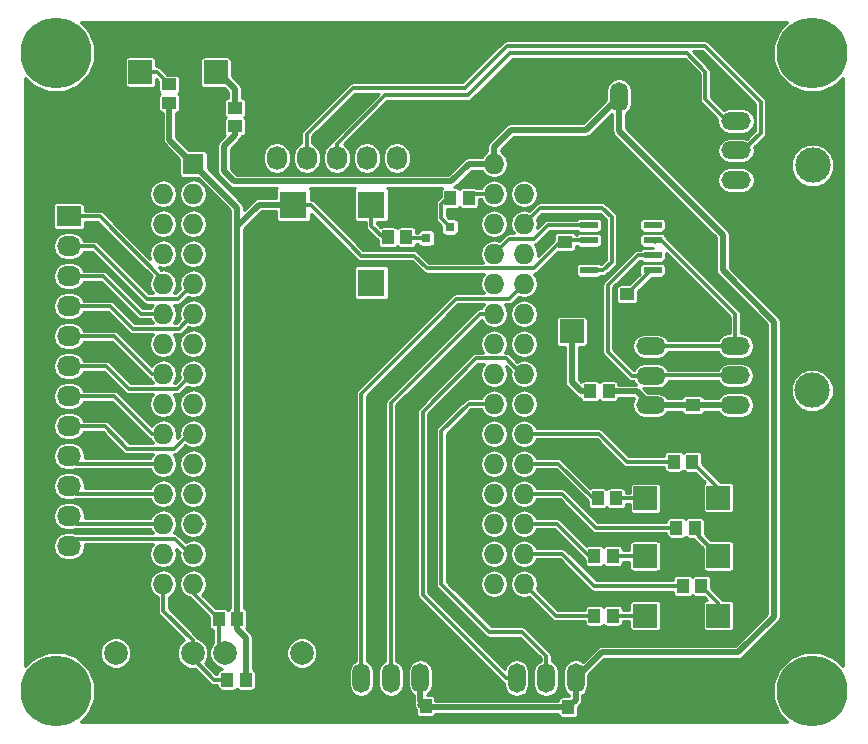
<source format=gbr>
G04 #@! TF.FileFunction,Copper,L2,Bot,Signal*
%FSLAX46Y46*%
G04 Gerber Fmt 4.6, Leading zero omitted, Abs format (unit mm)*
G04 Created by KiCad (PCBNEW 4.0.1-stable) date 2018/10/17 9:50:03*
%MOMM*%
G01*
G04 APERTURE LIST*
%ADD10C,0.100000*%
%ADD11R,1.727200X1.727200*%
%ADD12O,1.727200X1.727200*%
%ADD13O,1.500000X2.500000*%
%ADD14R,1.200000X1.000000*%
%ADD15R,1.000000X1.200000*%
%ADD16O,2.500000X1.500000*%
%ADD17R,2.000000X2.000000*%
%ADD18C,2.000000*%
%ADD19R,1.727200X2.032000*%
%ADD20O,1.727200X2.032000*%
%ADD21C,3.000000*%
%ADD22R,2.032000X1.727200*%
%ADD23O,2.032000X1.727200*%
%ADD24R,1.550000X0.600000*%
%ADD25R,2.300000X2.300000*%
%ADD26R,0.800100X0.800100*%
%ADD27C,6.000000*%
%ADD28C,0.500000*%
%ADD29C,0.300000*%
%ADD30C,0.250000*%
G04 APERTURE END LIST*
D10*
D11*
X115715000Y-82035000D03*
D12*
X113175000Y-82035000D03*
X115715000Y-84575000D03*
X113175000Y-84575000D03*
X115715000Y-87115000D03*
X113175000Y-87115000D03*
X115715000Y-89655000D03*
X113175000Y-89655000D03*
X115715000Y-92195000D03*
X113175000Y-92195000D03*
X115715000Y-94735000D03*
X113175000Y-94735000D03*
X115715000Y-97275000D03*
X113175000Y-97275000D03*
X115715000Y-99815000D03*
X113175000Y-99815000D03*
X115715000Y-102355000D03*
X113175000Y-102355000D03*
X115715000Y-104895000D03*
X113175000Y-104895000D03*
X115715000Y-107435000D03*
X113175000Y-107435000D03*
X115715000Y-109975000D03*
X113175000Y-109975000D03*
X115715000Y-112515000D03*
X113175000Y-112515000D03*
X115715000Y-115055000D03*
X113175000Y-115055000D03*
X115715000Y-117595000D03*
X113175000Y-117595000D03*
D13*
X129930000Y-125575000D03*
X132430000Y-125575000D03*
X134930000Y-125575000D03*
X137430000Y-125575000D03*
D14*
X147180000Y-88650000D03*
X147180000Y-90530000D03*
D15*
X147450000Y-128060000D03*
X149330000Y-128060000D03*
X135380000Y-127950000D03*
X133500000Y-127950000D03*
D16*
X154450000Y-97485000D03*
X154450000Y-99985000D03*
X154450000Y-102485000D03*
X154450000Y-104985000D03*
D13*
X151740000Y-76385000D03*
X149240000Y-76385000D03*
D14*
X152440000Y-93080000D03*
X152440000Y-94640000D03*
X119220000Y-78870000D03*
X119220000Y-77310000D03*
X113675000Y-76875000D03*
X113675000Y-75315000D03*
D17*
X117610000Y-74280000D03*
D18*
X117610000Y-71740000D03*
D17*
X111225000Y-74270000D03*
D18*
X111225000Y-71730000D03*
D11*
X143715000Y-82035000D03*
D12*
X141175000Y-82035000D03*
X143715000Y-84575000D03*
X141175000Y-84575000D03*
X143715000Y-87115000D03*
X141175000Y-87115000D03*
X143715000Y-89655000D03*
X141175000Y-89655000D03*
X143715000Y-92195000D03*
X141175000Y-92195000D03*
X143715000Y-94735000D03*
X141175000Y-94735000D03*
X143715000Y-97275000D03*
X141175000Y-97275000D03*
X143715000Y-99815000D03*
X141175000Y-99815000D03*
X143715000Y-102355000D03*
X141175000Y-102355000D03*
X143715000Y-104895000D03*
X141175000Y-104895000D03*
X143715000Y-107435000D03*
X141175000Y-107435000D03*
X143715000Y-109975000D03*
X141175000Y-109975000D03*
X143715000Y-112515000D03*
X141175000Y-112515000D03*
X143715000Y-115055000D03*
X141175000Y-115055000D03*
X143715000Y-117595000D03*
X141175000Y-117595000D03*
D19*
X120215000Y-81535000D03*
D20*
X122755000Y-81535000D03*
X125295000Y-81535000D03*
X127835000Y-81535000D03*
X130375000Y-81535000D03*
X132915000Y-81535000D03*
D16*
X161600000Y-104960000D03*
X161600000Y-102460000D03*
X161600000Y-99960000D03*
X161600000Y-97460000D03*
D21*
X168100000Y-101210000D03*
D22*
X105165000Y-86485000D03*
D23*
X105165000Y-89025000D03*
X105165000Y-91565000D03*
X105165000Y-94105000D03*
X105165000Y-96645000D03*
X105165000Y-99185000D03*
X105165000Y-101725000D03*
X105165000Y-104265000D03*
X105165000Y-106805000D03*
X105165000Y-109345000D03*
X105165000Y-111885000D03*
X105165000Y-114425000D03*
D13*
X143080000Y-125600000D03*
X145580000Y-125600000D03*
X148080000Y-125600000D03*
X150580000Y-125600000D03*
D16*
X161640000Y-85910000D03*
X161640000Y-83410000D03*
X161640000Y-80910000D03*
X161640000Y-78410000D03*
D21*
X168140000Y-82160000D03*
D24*
X149190000Y-91040000D03*
X149190000Y-89770000D03*
X149190000Y-88500000D03*
X149190000Y-87230000D03*
X154590000Y-87230000D03*
X154590000Y-88500000D03*
X154590000Y-89770000D03*
X154590000Y-91040000D03*
D14*
X158010000Y-102460000D03*
X158010000Y-104340000D03*
D17*
X160170000Y-110300000D03*
D18*
X162710000Y-110300000D03*
D17*
X153970000Y-110360000D03*
D18*
X156510000Y-110360000D03*
D15*
X120145000Y-125710000D03*
X118585000Y-125710000D03*
X156400000Y-107250000D03*
X157960000Y-107250000D03*
X149940000Y-110360000D03*
X151500000Y-110360000D03*
X119420000Y-120560000D03*
X117860000Y-120560000D03*
D18*
X115640000Y-123460000D03*
X115640000Y-127960000D03*
X109140000Y-123460000D03*
X109140000Y-127960000D03*
X124890000Y-123460000D03*
X124890000Y-127960000D03*
X118390000Y-123460000D03*
X118390000Y-127960000D03*
D15*
X137480000Y-84950000D03*
X139040000Y-84950000D03*
X132180000Y-88260000D03*
X133740000Y-88260000D03*
D25*
X124180000Y-85490000D03*
X130780000Y-85490000D03*
X130780000Y-92090000D03*
D17*
X160170000Y-115240000D03*
D18*
X162710000Y-115240000D03*
D17*
X153960000Y-115240000D03*
D18*
X156500000Y-115240000D03*
D17*
X160170000Y-120300000D03*
D18*
X162710000Y-120300000D03*
D17*
X153960000Y-120300000D03*
D18*
X156500000Y-120300000D03*
D15*
X156600000Y-112840000D03*
X158160000Y-112840000D03*
X149670000Y-115240000D03*
X151230000Y-115240000D03*
X157160000Y-117790000D03*
X158720000Y-117790000D03*
X149670000Y-120300000D03*
X151230000Y-120300000D03*
D17*
X147750000Y-96220000D03*
D18*
X147750000Y-93680000D03*
D26*
X137430760Y-87380000D03*
X137430760Y-89280000D03*
X135431780Y-88330000D03*
D15*
X150860000Y-101300000D03*
X149300000Y-101300000D03*
D27*
X168090000Y-72660000D03*
X104090000Y-72660000D03*
X104090000Y-126660000D03*
X168090000Y-126660000D03*
D28*
X141175000Y-82035000D02*
X139025000Y-82035000D01*
X119250000Y-79560000D02*
X119250000Y-78850000D01*
X118300000Y-80510000D02*
X119250000Y-79560000D01*
X118300000Y-82680000D02*
X118300000Y-80510000D01*
X119140000Y-83520000D02*
X118300000Y-82680000D01*
X137540000Y-83520000D02*
X119140000Y-83520000D01*
X139025000Y-82035000D02*
X137540000Y-83520000D01*
X134930000Y-125575000D02*
X134930000Y-127500000D01*
X134930000Y-127500000D02*
X135380000Y-127950000D01*
X147450000Y-128060000D02*
X135490000Y-128060000D01*
X135490000Y-128060000D02*
X135380000Y-127950000D01*
X148080000Y-125600000D02*
X148080000Y-127430000D01*
X148080000Y-127430000D02*
X147450000Y-128060000D01*
X155680000Y-123400000D02*
X161840000Y-123400000D01*
X148080000Y-125600000D02*
X150280000Y-123400000D01*
X155680000Y-123400000D02*
X150280000Y-123400000D01*
X161840000Y-123400000D02*
X164870000Y-120370000D01*
X135490000Y-128060000D02*
X135380000Y-127950000D01*
X134930000Y-127500000D02*
X135380000Y-127950000D01*
X134930000Y-127820000D02*
X135380000Y-128270000D01*
X148080000Y-125600000D02*
X148080000Y-126600000D01*
X141175000Y-82035000D02*
X141175000Y-80595000D01*
X148935000Y-79190000D02*
X151740000Y-76385000D01*
X142580000Y-79190000D02*
X148935000Y-79190000D01*
X141175000Y-80595000D02*
X142580000Y-79190000D01*
X160540000Y-88035000D02*
X160540000Y-91060000D01*
X158790000Y-86285000D02*
X160540000Y-88035000D01*
X151740000Y-79235000D02*
X158790000Y-86285000D01*
X151740000Y-76385000D02*
X151740000Y-79235000D01*
X160540000Y-91060000D02*
X164870000Y-95390000D01*
X164870000Y-95390000D02*
X164870000Y-120370000D01*
X148080000Y-125600000D02*
X148080000Y-126375000D01*
X151740000Y-76385000D02*
X151740000Y-76160000D01*
X117810000Y-74280000D02*
X119220000Y-75690000D01*
X119220000Y-75690000D02*
X119220000Y-77310000D01*
D29*
X117620000Y-74290000D02*
X117610000Y-74280000D01*
X111225000Y-74270000D02*
X112630000Y-74270000D01*
X112630000Y-74270000D02*
X113675000Y-75315000D01*
X147180000Y-88650000D02*
X146750000Y-88650000D01*
X146750000Y-88650000D02*
X144520000Y-90880000D01*
X144520000Y-90880000D02*
X143210000Y-90880000D01*
X149190000Y-88500000D02*
X147330000Y-88500000D01*
X147330000Y-88500000D02*
X147180000Y-88650000D01*
X137290000Y-90880000D02*
X135490000Y-90880000D01*
X129900000Y-89820000D02*
X129030000Y-88950000D01*
X134430000Y-89820000D02*
X129900000Y-89820000D01*
X135490000Y-90880000D02*
X134430000Y-89820000D01*
D28*
X124180000Y-85490000D02*
X121260000Y-85490000D01*
X121260000Y-85490000D02*
X119420000Y-87330000D01*
D29*
X138640000Y-90880000D02*
X137290000Y-90880000D01*
X124320000Y-85560000D02*
X125640000Y-85560000D01*
D28*
X113675000Y-76875000D02*
X113675000Y-79995000D01*
X113675000Y-79995000D02*
X115715000Y-82035000D01*
D29*
X129030000Y-88950000D02*
X125640000Y-85560000D01*
X143210000Y-90880000D02*
X138640000Y-90880000D01*
D28*
X119420000Y-120560000D02*
X119420000Y-87330000D01*
X119420000Y-87330000D02*
X119420000Y-85740000D01*
X119420000Y-85740000D02*
X115715000Y-82035000D01*
X119420000Y-120560000D02*
X119420000Y-121440000D01*
X120145000Y-122165000D02*
X120145000Y-125710000D01*
X119420000Y-121440000D02*
X120145000Y-122165000D01*
D29*
X113175000Y-92195000D02*
X113175000Y-91870000D01*
X113175000Y-91870000D02*
X107790000Y-86485000D01*
X107790000Y-86485000D02*
X105165000Y-86485000D01*
X115715000Y-92195000D02*
X115680000Y-92195000D01*
X115680000Y-92195000D02*
X114390000Y-93485000D01*
X114390000Y-93485000D02*
X111765000Y-93485000D01*
X111765000Y-93485000D02*
X107305000Y-89025000D01*
X107305000Y-89025000D02*
X105165000Y-89025000D01*
X113175000Y-94735000D02*
X111240000Y-94735000D01*
X108070000Y-91565000D02*
X105165000Y-91565000D01*
X111240000Y-94735000D02*
X108070000Y-91565000D01*
X110840000Y-95985000D02*
X110575000Y-95985000D01*
X108695000Y-94105000D02*
X107410000Y-94105000D01*
X110575000Y-95985000D02*
X108695000Y-94105000D01*
X105165000Y-94105000D02*
X107410000Y-94105000D01*
X114465000Y-95985000D02*
X115715000Y-94735000D01*
X110840000Y-95985000D02*
X114465000Y-95985000D01*
X113175000Y-99815000D02*
X112195000Y-99815000D01*
X109025000Y-96645000D02*
X105165000Y-96645000D01*
X112195000Y-99815000D02*
X109025000Y-96645000D01*
X115715000Y-99815000D02*
X115610000Y-99815000D01*
X115610000Y-99815000D02*
X114340000Y-101085000D01*
X114340000Y-101085000D02*
X110240000Y-101085000D01*
X110240000Y-101085000D02*
X108340000Y-99185000D01*
X108340000Y-99185000D02*
X105165000Y-99185000D01*
X113175000Y-104895000D02*
X112175000Y-104895000D01*
X109005000Y-101725000D02*
X105165000Y-101725000D01*
X112175000Y-104895000D02*
X109005000Y-101725000D01*
X115715000Y-104895000D02*
X115330000Y-104895000D01*
X115330000Y-104895000D02*
X114065000Y-106160000D01*
X114065000Y-106160000D02*
X110115000Y-106160000D01*
X110115000Y-106160000D02*
X108220000Y-104265000D01*
X108220000Y-104265000D02*
X105165000Y-104265000D01*
X113175000Y-107435000D02*
X105795000Y-107435000D01*
X105795000Y-107435000D02*
X105165000Y-106805000D01*
X115715000Y-107435000D02*
X115695000Y-107435000D01*
X113175000Y-109975000D02*
X105795000Y-109975000D01*
X105795000Y-109975000D02*
X105165000Y-109345000D01*
X113175000Y-112515000D02*
X105795000Y-112515000D01*
X105795000Y-112515000D02*
X105165000Y-111885000D01*
X115715000Y-112515000D02*
X116465000Y-112515000D01*
X115715000Y-115055000D02*
X115385000Y-115055000D01*
X115385000Y-115055000D02*
X114115000Y-113785000D01*
X114115000Y-113785000D02*
X105805000Y-113785000D01*
X105805000Y-113785000D02*
X105165000Y-114425000D01*
X115640000Y-123460000D02*
X115640000Y-122350000D01*
X113175000Y-119885000D02*
X113175000Y-117595000D01*
X115640000Y-122350000D02*
X113175000Y-119885000D01*
X115640000Y-123460000D02*
X115640000Y-123880000D01*
X115640000Y-123880000D02*
X117470000Y-125710000D01*
X117470000Y-125710000D02*
X118585000Y-125710000D01*
X117860000Y-120560000D02*
X117860000Y-122930000D01*
X117860000Y-122930000D02*
X118390000Y-123460000D01*
X115715000Y-117595000D02*
X115715000Y-118415000D01*
X115715000Y-118415000D02*
X117860000Y-120560000D01*
X141175000Y-84575000D02*
X139415000Y-84575000D01*
X139415000Y-84575000D02*
X139040000Y-84950000D01*
X149190000Y-91040000D02*
X150430000Y-91040000D01*
X145060000Y-85770000D02*
X143715000Y-87115000D01*
X150340000Y-85770000D02*
X145060000Y-85770000D01*
X151120000Y-86550000D02*
X150340000Y-85770000D01*
X151120000Y-90350000D02*
X151120000Y-86550000D01*
X150430000Y-91040000D02*
X151120000Y-90350000D01*
X143660000Y-88390000D02*
X144560000Y-88390000D01*
X145720000Y-87230000D02*
X146840000Y-87230000D01*
X144560000Y-88390000D02*
X145720000Y-87230000D01*
X149190000Y-87230000D02*
X146840000Y-87230000D01*
X142440000Y-88390000D02*
X141175000Y-89655000D01*
X143660000Y-88390000D02*
X142440000Y-88390000D01*
X129930000Y-125575000D02*
X129930000Y-101490000D01*
X142450000Y-93460000D02*
X143715000Y-92195000D01*
X137960000Y-93460000D02*
X142450000Y-93460000D01*
X129930000Y-101490000D02*
X137960000Y-93460000D01*
X141175000Y-94735000D02*
X139965000Y-94735000D01*
X132430000Y-102270000D02*
X132430000Y-125575000D01*
X139965000Y-94735000D02*
X132430000Y-102270000D01*
X141175000Y-94735000D02*
X140475000Y-94735000D01*
X143715000Y-99815000D02*
X143485000Y-99815000D01*
X143485000Y-99815000D02*
X142180000Y-98510000D01*
X142180000Y-98510000D02*
X139640000Y-98510000D01*
X139640000Y-98510000D02*
X135140000Y-103010000D01*
X135140000Y-103010000D02*
X135140000Y-118530000D01*
X135140000Y-118530000D02*
X142210000Y-125600000D01*
X142210000Y-125600000D02*
X143080000Y-125600000D01*
X141175000Y-102355000D02*
X139025000Y-102355000D01*
X145580000Y-123720000D02*
X145580000Y-125600000D01*
X143530000Y-121670000D02*
X145580000Y-123720000D01*
X140770000Y-121670000D02*
X143530000Y-121670000D01*
X136690000Y-117590000D02*
X140770000Y-121670000D01*
X136690000Y-104690000D02*
X136690000Y-117590000D01*
X139025000Y-102355000D02*
X136690000Y-104690000D01*
X141175000Y-102355000D02*
X141185000Y-102355000D01*
X156400000Y-107250000D02*
X152430000Y-107250000D01*
X150075000Y-104895000D02*
X143715000Y-104895000D01*
X152430000Y-107250000D02*
X150075000Y-104895000D01*
X149940000Y-110360000D02*
X149540000Y-110360000D01*
X149540000Y-110360000D02*
X146615000Y-107435000D01*
X146615000Y-107435000D02*
X143715000Y-107435000D01*
X156600000Y-112840000D02*
X149800000Y-112840000D01*
X146935000Y-109975000D02*
X143715000Y-109975000D01*
X149800000Y-112840000D02*
X146935000Y-109975000D01*
X149670000Y-115240000D02*
X149200000Y-115240000D01*
X149200000Y-115240000D02*
X146475000Y-112515000D01*
X146475000Y-112515000D02*
X143715000Y-112515000D01*
X157160000Y-117790000D02*
X149670000Y-117790000D01*
X146935000Y-115055000D02*
X143715000Y-115055000D01*
X149670000Y-117790000D02*
X146935000Y-115055000D01*
X149670000Y-120300000D02*
X146420000Y-120300000D01*
X146420000Y-120300000D02*
X143715000Y-117595000D01*
X125295000Y-81535000D02*
X125295000Y-79525000D01*
X129200000Y-75620000D02*
X131210000Y-75620000D01*
X125295000Y-79525000D02*
X129200000Y-75620000D01*
X163740000Y-76935000D02*
X163740000Y-76790000D01*
X138690000Y-75620000D02*
X131210000Y-75620000D01*
X142260000Y-72050000D02*
X138690000Y-75620000D01*
X159000000Y-72050000D02*
X142260000Y-72050000D01*
X163740000Y-76790000D02*
X159000000Y-72050000D01*
X161640000Y-80910000D02*
X162240000Y-80910000D01*
X162240000Y-80910000D02*
X163740000Y-79410000D01*
X163740000Y-79410000D02*
X163740000Y-76935000D01*
X138990000Y-76235000D02*
X131940000Y-76235000D01*
X127835000Y-80340000D02*
X127835000Y-81535000D01*
X131940000Y-76235000D02*
X127835000Y-80340000D01*
X159065000Y-76560000D02*
X160915000Y-78410000D01*
X159065000Y-74235000D02*
X159065000Y-76560000D01*
X157515000Y-72685000D02*
X159065000Y-74235000D01*
X142540000Y-72685000D02*
X157515000Y-72685000D01*
X138985000Y-76240000D02*
X138990000Y-76235000D01*
X138990000Y-76235000D02*
X142540000Y-72685000D01*
X160915000Y-78410000D02*
X161640000Y-78410000D01*
X154590000Y-88500000D02*
X155310000Y-88500000D01*
X155310000Y-88500000D02*
X161600000Y-94790000D01*
X161600000Y-94790000D02*
X161600000Y-97460000D01*
X154790000Y-88700000D02*
X154590000Y-88500000D01*
X161600000Y-97460000D02*
X154475000Y-97460000D01*
X154475000Y-97460000D02*
X154450000Y-97485000D01*
X154590000Y-89770000D02*
X153320000Y-89770000D01*
X152845000Y-99985000D02*
X154450000Y-99985000D01*
X150800000Y-97940000D02*
X152845000Y-99985000D01*
X150800000Y-92290000D02*
X150800000Y-97940000D01*
X153320000Y-89770000D02*
X150800000Y-92290000D01*
X161600000Y-99960000D02*
X154475000Y-99960000D01*
X154475000Y-99960000D02*
X154450000Y-99985000D01*
D28*
X150860000Y-101300000D02*
X153265000Y-101300000D01*
X153265000Y-101300000D02*
X154450000Y-102485000D01*
X161600000Y-102460000D02*
X158010000Y-102460000D01*
X158010000Y-102460000D02*
X154475000Y-102460000D01*
X154475000Y-102460000D02*
X154450000Y-102485000D01*
D29*
X154590000Y-91040000D02*
X154480000Y-91040000D01*
X154480000Y-91040000D02*
X152440000Y-93080000D01*
X160170000Y-110300000D02*
X160170000Y-109460000D01*
X160170000Y-109460000D02*
X157960000Y-107250000D01*
X153970000Y-110360000D02*
X151500000Y-110360000D01*
X132180000Y-88260000D02*
X131760000Y-88260000D01*
X131760000Y-88260000D02*
X130780000Y-87280000D01*
X130780000Y-87280000D02*
X130780000Y-85490000D01*
X130780000Y-85490000D02*
X130780000Y-85790000D01*
X135431780Y-88330000D02*
X133810000Y-88330000D01*
X133810000Y-88330000D02*
X133740000Y-88260000D01*
X133740000Y-88260000D02*
X134130000Y-88260000D01*
X158160000Y-112840000D02*
X158160000Y-113230000D01*
X158160000Y-113230000D02*
X160170000Y-115240000D01*
X153960000Y-115240000D02*
X151230000Y-115240000D01*
X160170000Y-120300000D02*
X160170000Y-119240000D01*
X160170000Y-119240000D02*
X158720000Y-117790000D01*
X153960000Y-120300000D02*
X151230000Y-120300000D01*
D28*
X149300000Y-101300000D02*
X148540000Y-101300000D01*
X147750000Y-100510000D02*
X147750000Y-96220000D01*
X148540000Y-101300000D02*
X147750000Y-100510000D01*
D29*
X137480000Y-84950000D02*
X137230000Y-84950000D01*
X137230000Y-84950000D02*
X136710000Y-85470000D01*
X136710000Y-85470000D02*
X136710000Y-86659240D01*
X136710000Y-86659240D02*
X137430760Y-87380000D01*
D30*
G36*
X165272845Y-70774079D02*
X164765578Y-71995715D01*
X164764424Y-73318482D01*
X165269558Y-74541001D01*
X166204079Y-75477155D01*
X167425715Y-75984422D01*
X168748482Y-75985576D01*
X169971001Y-75480442D01*
X170690000Y-74762697D01*
X170690000Y-124558172D01*
X169975921Y-123842845D01*
X168754285Y-123335578D01*
X167431518Y-123334424D01*
X166208999Y-123839558D01*
X165272845Y-124774079D01*
X164765578Y-125995715D01*
X164764424Y-127318482D01*
X165269558Y-128541001D01*
X165987303Y-129260000D01*
X106191828Y-129260000D01*
X106907155Y-128545921D01*
X107414422Y-127324285D01*
X107415576Y-126001518D01*
X106910442Y-124778999D01*
X105975921Y-123842845D01*
X105685862Y-123722402D01*
X107814771Y-123722402D01*
X108016065Y-124209572D01*
X108388468Y-124582625D01*
X108875285Y-124784769D01*
X109402402Y-124785229D01*
X109889572Y-124583935D01*
X110262625Y-124211532D01*
X110464769Y-123724715D01*
X110465229Y-123197598D01*
X110263935Y-122710428D01*
X109891532Y-122337375D01*
X109404715Y-122135231D01*
X108877598Y-122134771D01*
X108390428Y-122336065D01*
X108017375Y-122708468D01*
X107815231Y-123195285D01*
X107814771Y-123722402D01*
X105685862Y-123722402D01*
X104754285Y-123335578D01*
X103431518Y-123334424D01*
X102208999Y-123839558D01*
X101490000Y-124557303D01*
X101490000Y-111885000D01*
X103797728Y-111885000D01*
X103888205Y-112339858D01*
X104145861Y-112725467D01*
X104531470Y-112983123D01*
X104986328Y-113073600D01*
X105343672Y-113073600D01*
X105779476Y-112986913D01*
X105795000Y-112990001D01*
X105795005Y-112990000D01*
X112076252Y-112990000D01*
X112076877Y-112993144D01*
X112288594Y-113310000D01*
X105805005Y-113310000D01*
X105805000Y-113309999D01*
X105759340Y-113319082D01*
X105343672Y-113236400D01*
X104986328Y-113236400D01*
X104531470Y-113326877D01*
X104145861Y-113584533D01*
X103888205Y-113970142D01*
X103797728Y-114425000D01*
X103888205Y-114879858D01*
X104145861Y-115265467D01*
X104531470Y-115523123D01*
X104986328Y-115613600D01*
X105343672Y-115613600D01*
X105798530Y-115523123D01*
X106184139Y-115265467D01*
X106441795Y-114879858D01*
X106532272Y-114425000D01*
X106499451Y-114260000D01*
X112288594Y-114260000D01*
X112076877Y-114576856D01*
X111986400Y-115031714D01*
X111986400Y-115078286D01*
X112076877Y-115533144D01*
X112334533Y-115918753D01*
X112720142Y-116176409D01*
X113175000Y-116266886D01*
X113629858Y-116176409D01*
X114015467Y-115918753D01*
X114273123Y-115533144D01*
X114363600Y-115078286D01*
X114363600Y-115031714D01*
X114282563Y-114624315D01*
X114553537Y-114895289D01*
X114526400Y-115031714D01*
X114526400Y-115078286D01*
X114616877Y-115533144D01*
X114874533Y-115918753D01*
X115260142Y-116176409D01*
X115715000Y-116266886D01*
X116169858Y-116176409D01*
X116555467Y-115918753D01*
X116813123Y-115533144D01*
X116903600Y-115078286D01*
X116903600Y-115031714D01*
X116813123Y-114576856D01*
X116555467Y-114191247D01*
X116169858Y-113933591D01*
X115715000Y-113843114D01*
X115260142Y-113933591D01*
X115065439Y-114063687D01*
X114450876Y-113449124D01*
X114296775Y-113346157D01*
X114115000Y-113310000D01*
X114061406Y-113310000D01*
X114273123Y-112993144D01*
X114363600Y-112538286D01*
X114363600Y-112491714D01*
X114526400Y-112491714D01*
X114526400Y-112538286D01*
X114616877Y-112993144D01*
X114874533Y-113378753D01*
X115260142Y-113636409D01*
X115715000Y-113726886D01*
X116169858Y-113636409D01*
X116555467Y-113378753D01*
X116813123Y-112993144D01*
X116858609Y-112764473D01*
X116903843Y-112696775D01*
X116940000Y-112515000D01*
X116903843Y-112333225D01*
X116858609Y-112265527D01*
X116813123Y-112036856D01*
X116555467Y-111651247D01*
X116169858Y-111393591D01*
X115715000Y-111303114D01*
X115260142Y-111393591D01*
X114874533Y-111651247D01*
X114616877Y-112036856D01*
X114526400Y-112491714D01*
X114363600Y-112491714D01*
X114273123Y-112036856D01*
X114015467Y-111651247D01*
X113629858Y-111393591D01*
X113175000Y-111303114D01*
X112720142Y-111393591D01*
X112334533Y-111651247D01*
X112076877Y-112036856D01*
X112076252Y-112040000D01*
X106501441Y-112040000D01*
X106532272Y-111885000D01*
X106441795Y-111430142D01*
X106184139Y-111044533D01*
X105798530Y-110786877D01*
X105343672Y-110696400D01*
X104986328Y-110696400D01*
X104531470Y-110786877D01*
X104145861Y-111044533D01*
X103888205Y-111430142D01*
X103797728Y-111885000D01*
X101490000Y-111885000D01*
X101490000Y-109345000D01*
X103797728Y-109345000D01*
X103888205Y-109799858D01*
X104145861Y-110185467D01*
X104531470Y-110443123D01*
X104986328Y-110533600D01*
X105343672Y-110533600D01*
X105779476Y-110446913D01*
X105795000Y-110450001D01*
X105795005Y-110450000D01*
X112076252Y-110450000D01*
X112076877Y-110453144D01*
X112334533Y-110838753D01*
X112720142Y-111096409D01*
X113175000Y-111186886D01*
X113629858Y-111096409D01*
X114015467Y-110838753D01*
X114273123Y-110453144D01*
X114363600Y-109998286D01*
X114363600Y-109951714D01*
X114526400Y-109951714D01*
X114526400Y-109998286D01*
X114616877Y-110453144D01*
X114874533Y-110838753D01*
X115260142Y-111096409D01*
X115715000Y-111186886D01*
X116169858Y-111096409D01*
X116555467Y-110838753D01*
X116813123Y-110453144D01*
X116903600Y-109998286D01*
X116903600Y-109951714D01*
X116813123Y-109496856D01*
X116555467Y-109111247D01*
X116169858Y-108853591D01*
X115715000Y-108763114D01*
X115260142Y-108853591D01*
X114874533Y-109111247D01*
X114616877Y-109496856D01*
X114526400Y-109951714D01*
X114363600Y-109951714D01*
X114273123Y-109496856D01*
X114015467Y-109111247D01*
X113629858Y-108853591D01*
X113175000Y-108763114D01*
X112720142Y-108853591D01*
X112334533Y-109111247D01*
X112076877Y-109496856D01*
X112076252Y-109500000D01*
X106501441Y-109500000D01*
X106532272Y-109345000D01*
X106441795Y-108890142D01*
X106184139Y-108504533D01*
X105798530Y-108246877D01*
X105343672Y-108156400D01*
X104986328Y-108156400D01*
X104531470Y-108246877D01*
X104145861Y-108504533D01*
X103888205Y-108890142D01*
X103797728Y-109345000D01*
X101490000Y-109345000D01*
X101490000Y-101725000D01*
X103797728Y-101725000D01*
X103888205Y-102179858D01*
X104145861Y-102565467D01*
X104531470Y-102823123D01*
X104986328Y-102913600D01*
X105343672Y-102913600D01*
X105798530Y-102823123D01*
X106184139Y-102565467D01*
X106428337Y-102200000D01*
X108808248Y-102200000D01*
X111839124Y-105230876D01*
X111993225Y-105333843D01*
X112072184Y-105349549D01*
X112076877Y-105373144D01*
X112285253Y-105685000D01*
X110311752Y-105685000D01*
X108555876Y-103929124D01*
X108401775Y-103826157D01*
X108220000Y-103790000D01*
X106428337Y-103790000D01*
X106184139Y-103424533D01*
X105798530Y-103166877D01*
X105343672Y-103076400D01*
X104986328Y-103076400D01*
X104531470Y-103166877D01*
X104145861Y-103424533D01*
X103888205Y-103810142D01*
X103797728Y-104265000D01*
X103888205Y-104719858D01*
X104145861Y-105105467D01*
X104531470Y-105363123D01*
X104986328Y-105453600D01*
X105343672Y-105453600D01*
X105798530Y-105363123D01*
X106184139Y-105105467D01*
X106428337Y-104740000D01*
X108023248Y-104740000D01*
X109779124Y-106495876D01*
X109933225Y-106598843D01*
X109963384Y-106604842D01*
X110115000Y-106635001D01*
X110115005Y-106635000D01*
X112291935Y-106635000D01*
X112076877Y-106956856D01*
X112076252Y-106960000D01*
X106501441Y-106960000D01*
X106532272Y-106805000D01*
X106441795Y-106350142D01*
X106184139Y-105964533D01*
X105798530Y-105706877D01*
X105343672Y-105616400D01*
X104986328Y-105616400D01*
X104531470Y-105706877D01*
X104145861Y-105964533D01*
X103888205Y-106350142D01*
X103797728Y-106805000D01*
X103888205Y-107259858D01*
X104145861Y-107645467D01*
X104531470Y-107903123D01*
X104986328Y-107993600D01*
X105343672Y-107993600D01*
X105779476Y-107906913D01*
X105795000Y-107910001D01*
X105795005Y-107910000D01*
X112076252Y-107910000D01*
X112076877Y-107913144D01*
X112334533Y-108298753D01*
X112720142Y-108556409D01*
X113175000Y-108646886D01*
X113629858Y-108556409D01*
X114015467Y-108298753D01*
X114273123Y-107913144D01*
X114363600Y-107458286D01*
X114363600Y-107411714D01*
X114526400Y-107411714D01*
X114526400Y-107458286D01*
X114616877Y-107913144D01*
X114874533Y-108298753D01*
X115260142Y-108556409D01*
X115715000Y-108646886D01*
X116169858Y-108556409D01*
X116555467Y-108298753D01*
X116813123Y-107913144D01*
X116903600Y-107458286D01*
X116903600Y-107411714D01*
X116813123Y-106956856D01*
X116555467Y-106571247D01*
X116169858Y-106313591D01*
X115715000Y-106223114D01*
X115260142Y-106313591D01*
X114874533Y-106571247D01*
X114616877Y-106956856D01*
X114526400Y-107411714D01*
X114363600Y-107411714D01*
X114273123Y-106956856D01*
X114058065Y-106635000D01*
X114065000Y-106635000D01*
X114246775Y-106598843D01*
X114400876Y-106495876D01*
X115032469Y-105864283D01*
X115260142Y-106016409D01*
X115715000Y-106106886D01*
X116169858Y-106016409D01*
X116555467Y-105758753D01*
X116813123Y-105373144D01*
X116903600Y-104918286D01*
X116903600Y-104871714D01*
X116813123Y-104416856D01*
X116555467Y-104031247D01*
X116169858Y-103773591D01*
X115715000Y-103683114D01*
X115260142Y-103773591D01*
X114874533Y-104031247D01*
X114616877Y-104416856D01*
X114526400Y-104871714D01*
X114526400Y-104918286D01*
X114544412Y-105008836D01*
X114296220Y-105257028D01*
X114363600Y-104918286D01*
X114363600Y-104871714D01*
X114273123Y-104416856D01*
X114015467Y-104031247D01*
X113629858Y-103773591D01*
X113175000Y-103683114D01*
X112720142Y-103773591D01*
X112334533Y-104031247D01*
X112193728Y-104241976D01*
X109340876Y-101389124D01*
X109186775Y-101286157D01*
X109005000Y-101250000D01*
X106428337Y-101250000D01*
X106184139Y-100884533D01*
X105798530Y-100626877D01*
X105343672Y-100536400D01*
X104986328Y-100536400D01*
X104531470Y-100626877D01*
X104145861Y-100884533D01*
X103888205Y-101270142D01*
X103797728Y-101725000D01*
X101490000Y-101725000D01*
X101490000Y-96645000D01*
X103797728Y-96645000D01*
X103888205Y-97099858D01*
X104145861Y-97485467D01*
X104531470Y-97743123D01*
X104986328Y-97833600D01*
X105343672Y-97833600D01*
X105798530Y-97743123D01*
X106184139Y-97485467D01*
X106428337Y-97120000D01*
X108828248Y-97120000D01*
X111859124Y-100150876D01*
X112013225Y-100253843D01*
X112071360Y-100265407D01*
X112076877Y-100293144D01*
X112288594Y-100610000D01*
X110436752Y-100610000D01*
X108675876Y-98849124D01*
X108521775Y-98746157D01*
X108340000Y-98710000D01*
X106428337Y-98710000D01*
X106184139Y-98344533D01*
X105798530Y-98086877D01*
X105343672Y-97996400D01*
X104986328Y-97996400D01*
X104531470Y-98086877D01*
X104145861Y-98344533D01*
X103888205Y-98730142D01*
X103797728Y-99185000D01*
X103888205Y-99639858D01*
X104145861Y-100025467D01*
X104531470Y-100283123D01*
X104986328Y-100373600D01*
X105343672Y-100373600D01*
X105798530Y-100283123D01*
X106184139Y-100025467D01*
X106428337Y-99660000D01*
X108143248Y-99660000D01*
X109904124Y-101420876D01*
X110058225Y-101523843D01*
X110088384Y-101529842D01*
X110240000Y-101560001D01*
X110240005Y-101560000D01*
X112288594Y-101560000D01*
X112076877Y-101876856D01*
X111986400Y-102331714D01*
X111986400Y-102378286D01*
X112076877Y-102833144D01*
X112334533Y-103218753D01*
X112720142Y-103476409D01*
X113175000Y-103566886D01*
X113629858Y-103476409D01*
X114015467Y-103218753D01*
X114273123Y-102833144D01*
X114363600Y-102378286D01*
X114363600Y-102331714D01*
X114526400Y-102331714D01*
X114526400Y-102378286D01*
X114616877Y-102833144D01*
X114874533Y-103218753D01*
X115260142Y-103476409D01*
X115715000Y-103566886D01*
X116169858Y-103476409D01*
X116555467Y-103218753D01*
X116813123Y-102833144D01*
X116903600Y-102378286D01*
X116903600Y-102331714D01*
X116813123Y-101876856D01*
X116555467Y-101491247D01*
X116169858Y-101233591D01*
X115715000Y-101143114D01*
X115260142Y-101233591D01*
X114874533Y-101491247D01*
X114616877Y-101876856D01*
X114526400Y-102331714D01*
X114363600Y-102331714D01*
X114273123Y-101876856D01*
X114061406Y-101560000D01*
X114340000Y-101560000D01*
X114521775Y-101523843D01*
X114675876Y-101420876D01*
X115200317Y-100896435D01*
X115260142Y-100936409D01*
X115715000Y-101026886D01*
X116169858Y-100936409D01*
X116555467Y-100678753D01*
X116813123Y-100293144D01*
X116903600Y-99838286D01*
X116903600Y-99791714D01*
X116813123Y-99336856D01*
X116555467Y-98951247D01*
X116169858Y-98693591D01*
X115715000Y-98603114D01*
X115260142Y-98693591D01*
X114874533Y-98951247D01*
X114616877Y-99336856D01*
X114526400Y-99791714D01*
X114526400Y-99838286D01*
X114590867Y-100162381D01*
X114143248Y-100610000D01*
X114061406Y-100610000D01*
X114273123Y-100293144D01*
X114363600Y-99838286D01*
X114363600Y-99791714D01*
X114273123Y-99336856D01*
X114015467Y-98951247D01*
X113629858Y-98693591D01*
X113175000Y-98603114D01*
X112720142Y-98693591D01*
X112334533Y-98951247D01*
X112201739Y-99149987D01*
X109360876Y-96309124D01*
X109206775Y-96206157D01*
X109025000Y-96170000D01*
X106428337Y-96170000D01*
X106184139Y-95804533D01*
X105798530Y-95546877D01*
X105343672Y-95456400D01*
X104986328Y-95456400D01*
X104531470Y-95546877D01*
X104145861Y-95804533D01*
X103888205Y-96190142D01*
X103797728Y-96645000D01*
X101490000Y-96645000D01*
X101490000Y-89025000D01*
X103797728Y-89025000D01*
X103888205Y-89479858D01*
X104145861Y-89865467D01*
X104531470Y-90123123D01*
X104986328Y-90213600D01*
X105343672Y-90213600D01*
X105798530Y-90123123D01*
X106184139Y-89865467D01*
X106428337Y-89500000D01*
X107108248Y-89500000D01*
X111429122Y-93820873D01*
X111429124Y-93820876D01*
X111582300Y-93923225D01*
X111583225Y-93923843D01*
X111765000Y-93960000D01*
X112275230Y-93960000D01*
X112076877Y-94256856D01*
X112076252Y-94260000D01*
X111436752Y-94260000D01*
X108405876Y-91229124D01*
X108251775Y-91126157D01*
X108070000Y-91090000D01*
X106428337Y-91090000D01*
X106184139Y-90724533D01*
X105798530Y-90466877D01*
X105343672Y-90376400D01*
X104986328Y-90376400D01*
X104531470Y-90466877D01*
X104145861Y-90724533D01*
X103888205Y-91110142D01*
X103797728Y-91565000D01*
X103888205Y-92019858D01*
X104145861Y-92405467D01*
X104531470Y-92663123D01*
X104986328Y-92753600D01*
X105343672Y-92753600D01*
X105798530Y-92663123D01*
X106184139Y-92405467D01*
X106428337Y-92040000D01*
X107873248Y-92040000D01*
X110904124Y-95070876D01*
X111058225Y-95173843D01*
X111240000Y-95210000D01*
X112076252Y-95210000D01*
X112076877Y-95213144D01*
X112275230Y-95510000D01*
X110771751Y-95510000D01*
X109030876Y-93769124D01*
X108876775Y-93666157D01*
X108695000Y-93630000D01*
X106428337Y-93630000D01*
X106184139Y-93264533D01*
X105798530Y-93006877D01*
X105343672Y-92916400D01*
X104986328Y-92916400D01*
X104531470Y-93006877D01*
X104145861Y-93264533D01*
X103888205Y-93650142D01*
X103797728Y-94105000D01*
X103888205Y-94559858D01*
X104145861Y-94945467D01*
X104531470Y-95203123D01*
X104986328Y-95293600D01*
X105343672Y-95293600D01*
X105798530Y-95203123D01*
X106184139Y-94945467D01*
X106428337Y-94580000D01*
X108498248Y-94580000D01*
X110239122Y-96320873D01*
X110239124Y-96320876D01*
X110374374Y-96411247D01*
X110393225Y-96423843D01*
X110575000Y-96460000D01*
X112301957Y-96460000D01*
X112076877Y-96796856D01*
X111986400Y-97251714D01*
X111986400Y-97298286D01*
X112076877Y-97753144D01*
X112334533Y-98138753D01*
X112720142Y-98396409D01*
X113175000Y-98486886D01*
X113629858Y-98396409D01*
X114015467Y-98138753D01*
X114273123Y-97753144D01*
X114363600Y-97298286D01*
X114363600Y-97251714D01*
X114526400Y-97251714D01*
X114526400Y-97298286D01*
X114616877Y-97753144D01*
X114874533Y-98138753D01*
X115260142Y-98396409D01*
X115715000Y-98486886D01*
X116169858Y-98396409D01*
X116555467Y-98138753D01*
X116813123Y-97753144D01*
X116903600Y-97298286D01*
X116903600Y-97251714D01*
X116813123Y-96796856D01*
X116555467Y-96411247D01*
X116169858Y-96153591D01*
X115715000Y-96063114D01*
X115260142Y-96153591D01*
X114874533Y-96411247D01*
X114616877Y-96796856D01*
X114526400Y-97251714D01*
X114363600Y-97251714D01*
X114273123Y-96796856D01*
X114048043Y-96460000D01*
X114465000Y-96460000D01*
X114646775Y-96423843D01*
X114800876Y-96320876D01*
X115264480Y-95857272D01*
X115715000Y-95946886D01*
X116169858Y-95856409D01*
X116555467Y-95598753D01*
X116813123Y-95213144D01*
X116903600Y-94758286D01*
X116903600Y-94711714D01*
X116813123Y-94256856D01*
X116555467Y-93871247D01*
X116169858Y-93613591D01*
X115715000Y-93523114D01*
X115260142Y-93613591D01*
X114874533Y-93871247D01*
X114616877Y-94256856D01*
X114526400Y-94711714D01*
X114526400Y-94758286D01*
X114608287Y-95169961D01*
X114268248Y-95510000D01*
X114074770Y-95510000D01*
X114273123Y-95213144D01*
X114363600Y-94758286D01*
X114363600Y-94711714D01*
X114273123Y-94256856D01*
X114074770Y-93960000D01*
X114390000Y-93960000D01*
X114571775Y-93923843D01*
X114725876Y-93820876D01*
X115242279Y-93304473D01*
X115260142Y-93316409D01*
X115715000Y-93406886D01*
X116169858Y-93316409D01*
X116555467Y-93058753D01*
X116813123Y-92673144D01*
X116903600Y-92218286D01*
X116903600Y-92171714D01*
X116813123Y-91716856D01*
X116555467Y-91331247D01*
X116169858Y-91073591D01*
X115715000Y-90983114D01*
X115260142Y-91073591D01*
X114874533Y-91331247D01*
X114616877Y-91716856D01*
X114526400Y-92171714D01*
X114526400Y-92218286D01*
X114602480Y-92600768D01*
X114193248Y-93010000D01*
X114048043Y-93010000D01*
X114273123Y-92673144D01*
X114363600Y-92218286D01*
X114363600Y-92171714D01*
X114273123Y-91716856D01*
X114015467Y-91331247D01*
X113629858Y-91073591D01*
X113175000Y-90983114D01*
X112995559Y-91018807D01*
X112761360Y-90784608D01*
X113175000Y-90866886D01*
X113629858Y-90776409D01*
X114015467Y-90518753D01*
X114273123Y-90133144D01*
X114363600Y-89678286D01*
X114363600Y-89631714D01*
X114526400Y-89631714D01*
X114526400Y-89678286D01*
X114616877Y-90133144D01*
X114874533Y-90518753D01*
X115260142Y-90776409D01*
X115715000Y-90866886D01*
X116169858Y-90776409D01*
X116555467Y-90518753D01*
X116813123Y-90133144D01*
X116903600Y-89678286D01*
X116903600Y-89631714D01*
X116813123Y-89176856D01*
X116555467Y-88791247D01*
X116169858Y-88533591D01*
X115715000Y-88443114D01*
X115260142Y-88533591D01*
X114874533Y-88791247D01*
X114616877Y-89176856D01*
X114526400Y-89631714D01*
X114363600Y-89631714D01*
X114273123Y-89176856D01*
X114015467Y-88791247D01*
X113629858Y-88533591D01*
X113175000Y-88443114D01*
X112720142Y-88533591D01*
X112334533Y-88791247D01*
X112076877Y-89176856D01*
X111986400Y-89631714D01*
X111986400Y-89678286D01*
X112068678Y-90091926D01*
X109068466Y-87091714D01*
X111986400Y-87091714D01*
X111986400Y-87138286D01*
X112076877Y-87593144D01*
X112334533Y-87978753D01*
X112720142Y-88236409D01*
X113175000Y-88326886D01*
X113629858Y-88236409D01*
X114015467Y-87978753D01*
X114273123Y-87593144D01*
X114363600Y-87138286D01*
X114363600Y-87091714D01*
X114526400Y-87091714D01*
X114526400Y-87138286D01*
X114616877Y-87593144D01*
X114874533Y-87978753D01*
X115260142Y-88236409D01*
X115715000Y-88326886D01*
X116169858Y-88236409D01*
X116555467Y-87978753D01*
X116813123Y-87593144D01*
X116903600Y-87138286D01*
X116903600Y-87091714D01*
X116813123Y-86636856D01*
X116555467Y-86251247D01*
X116169858Y-85993591D01*
X115715000Y-85903114D01*
X115260142Y-85993591D01*
X114874533Y-86251247D01*
X114616877Y-86636856D01*
X114526400Y-87091714D01*
X114363600Y-87091714D01*
X114273123Y-86636856D01*
X114015467Y-86251247D01*
X113629858Y-85993591D01*
X113175000Y-85903114D01*
X112720142Y-85993591D01*
X112334533Y-86251247D01*
X112076877Y-86636856D01*
X111986400Y-87091714D01*
X109068466Y-87091714D01*
X108125876Y-86149124D01*
X107971775Y-86046157D01*
X107790000Y-86010000D01*
X106512367Y-86010000D01*
X106512367Y-85621400D01*
X106489705Y-85500962D01*
X106418526Y-85390347D01*
X106309920Y-85316140D01*
X106181000Y-85290033D01*
X104149000Y-85290033D01*
X104028562Y-85312695D01*
X103917947Y-85383874D01*
X103843740Y-85492480D01*
X103817633Y-85621400D01*
X103817633Y-87348600D01*
X103840295Y-87469038D01*
X103911474Y-87579653D01*
X104020080Y-87653860D01*
X104149000Y-87679967D01*
X106181000Y-87679967D01*
X106301438Y-87657305D01*
X106412053Y-87586126D01*
X106486260Y-87477520D01*
X106512367Y-87348600D01*
X106512367Y-86960000D01*
X107593248Y-86960000D01*
X112186316Y-91553068D01*
X112076877Y-91716856D01*
X111986400Y-92171714D01*
X111986400Y-92218286D01*
X112076877Y-92673144D01*
X112301957Y-93010000D01*
X111961751Y-93010000D01*
X107640876Y-88689124D01*
X107486775Y-88586157D01*
X107305000Y-88550000D01*
X106428337Y-88550000D01*
X106184139Y-88184533D01*
X105798530Y-87926877D01*
X105343672Y-87836400D01*
X104986328Y-87836400D01*
X104531470Y-87926877D01*
X104145861Y-88184533D01*
X103888205Y-88570142D01*
X103797728Y-89025000D01*
X101490000Y-89025000D01*
X101490000Y-84551714D01*
X111986400Y-84551714D01*
X111986400Y-84598286D01*
X112076877Y-85053144D01*
X112334533Y-85438753D01*
X112720142Y-85696409D01*
X113175000Y-85786886D01*
X113629858Y-85696409D01*
X114015467Y-85438753D01*
X114273123Y-85053144D01*
X114363600Y-84598286D01*
X114363600Y-84551714D01*
X114526400Y-84551714D01*
X114526400Y-84598286D01*
X114616877Y-85053144D01*
X114874533Y-85438753D01*
X115260142Y-85696409D01*
X115715000Y-85786886D01*
X116169858Y-85696409D01*
X116555467Y-85438753D01*
X116813123Y-85053144D01*
X116903600Y-84598286D01*
X116903600Y-84551714D01*
X116813123Y-84096856D01*
X116555467Y-83711247D01*
X116169858Y-83453591D01*
X115715000Y-83363114D01*
X115260142Y-83453591D01*
X114874533Y-83711247D01*
X114616877Y-84096856D01*
X114526400Y-84551714D01*
X114363600Y-84551714D01*
X114273123Y-84096856D01*
X114015467Y-83711247D01*
X113629858Y-83453591D01*
X113175000Y-83363114D01*
X112720142Y-83453591D01*
X112334533Y-83711247D01*
X112076877Y-84096856D01*
X111986400Y-84551714D01*
X101490000Y-84551714D01*
X101490000Y-74761828D01*
X102204079Y-75477155D01*
X103425715Y-75984422D01*
X104748482Y-75985576D01*
X105971001Y-75480442D01*
X106907155Y-74545921D01*
X107414422Y-73324285D01*
X107414469Y-73270000D01*
X109893633Y-73270000D01*
X109893633Y-75270000D01*
X109916295Y-75390438D01*
X109987474Y-75501053D01*
X110096080Y-75575260D01*
X110225000Y-75601367D01*
X112225000Y-75601367D01*
X112345438Y-75578705D01*
X112456053Y-75507526D01*
X112530260Y-75398920D01*
X112556367Y-75270000D01*
X112556367Y-74868119D01*
X112743633Y-75055385D01*
X112743633Y-75815000D01*
X112766295Y-75935438D01*
X112837474Y-76046053D01*
X112909519Y-76095279D01*
X112843947Y-76137474D01*
X112769740Y-76246080D01*
X112743633Y-76375000D01*
X112743633Y-77375000D01*
X112766295Y-77495438D01*
X112837474Y-77606053D01*
X112946080Y-77680260D01*
X113075000Y-77706367D01*
X113100000Y-77706367D01*
X113100000Y-79995000D01*
X113134358Y-80167728D01*
X113143769Y-80215043D01*
X113268414Y-80401586D01*
X114520033Y-81653206D01*
X114520033Y-82898600D01*
X114542695Y-83019038D01*
X114613874Y-83129653D01*
X114722480Y-83203860D01*
X114851400Y-83229967D01*
X116096795Y-83229967D01*
X118845000Y-85978173D01*
X118845000Y-119642745D01*
X118799562Y-119651295D01*
X118688947Y-119722474D01*
X118639721Y-119794519D01*
X118597526Y-119728947D01*
X118488920Y-119654740D01*
X118360000Y-119628633D01*
X117600385Y-119628633D01*
X116480558Y-118508806D01*
X116555467Y-118458753D01*
X116813123Y-118073144D01*
X116903600Y-117618286D01*
X116903600Y-117571714D01*
X116813123Y-117116856D01*
X116555467Y-116731247D01*
X116169858Y-116473591D01*
X115715000Y-116383114D01*
X115260142Y-116473591D01*
X114874533Y-116731247D01*
X114616877Y-117116856D01*
X114526400Y-117571714D01*
X114526400Y-117618286D01*
X114616877Y-118073144D01*
X114874533Y-118458753D01*
X115260142Y-118716409D01*
X115370802Y-118738421D01*
X115379124Y-118750876D01*
X117028633Y-120400385D01*
X117028633Y-121160000D01*
X117051295Y-121280438D01*
X117122474Y-121391053D01*
X117231080Y-121465260D01*
X117360000Y-121491367D01*
X117385000Y-121491367D01*
X117385000Y-122591048D01*
X117267375Y-122708468D01*
X117065231Y-123195285D01*
X117064771Y-123722402D01*
X117266065Y-124209572D01*
X117638468Y-124582625D01*
X118110508Y-124778633D01*
X118085000Y-124778633D01*
X117964562Y-124801295D01*
X117853947Y-124872474D01*
X117779740Y-124981080D01*
X117753633Y-125110000D01*
X117753633Y-125235000D01*
X117666752Y-125235000D01*
X116702902Y-124271150D01*
X116762625Y-124211532D01*
X116964769Y-123724715D01*
X116965229Y-123197598D01*
X116763935Y-122710428D01*
X116391532Y-122337375D01*
X116087366Y-122211074D01*
X116078843Y-122168225D01*
X115975876Y-122014124D01*
X115975873Y-122014122D01*
X113650000Y-119688248D01*
X113650000Y-118702951D01*
X114015467Y-118458753D01*
X114273123Y-118073144D01*
X114363600Y-117618286D01*
X114363600Y-117571714D01*
X114273123Y-117116856D01*
X114015467Y-116731247D01*
X113629858Y-116473591D01*
X113175000Y-116383114D01*
X112720142Y-116473591D01*
X112334533Y-116731247D01*
X112076877Y-117116856D01*
X111986400Y-117571714D01*
X111986400Y-117618286D01*
X112076877Y-118073144D01*
X112334533Y-118458753D01*
X112700000Y-118702951D01*
X112700000Y-119885000D01*
X112736157Y-120066775D01*
X112839124Y-120220876D01*
X114935635Y-122317386D01*
X114890428Y-122336065D01*
X114517375Y-122708468D01*
X114315231Y-123195285D01*
X114314771Y-123722402D01*
X114516065Y-124209572D01*
X114888468Y-124582625D01*
X115375285Y-124784769D01*
X115873452Y-124785204D01*
X117134124Y-126045876D01*
X117288225Y-126148843D01*
X117318384Y-126154842D01*
X117470000Y-126185001D01*
X117470005Y-126185000D01*
X117753633Y-126185000D01*
X117753633Y-126310000D01*
X117776295Y-126430438D01*
X117847474Y-126541053D01*
X117956080Y-126615260D01*
X118085000Y-126641367D01*
X119085000Y-126641367D01*
X119205438Y-126618705D01*
X119316053Y-126547526D01*
X119365279Y-126475481D01*
X119407474Y-126541053D01*
X119516080Y-126615260D01*
X119645000Y-126641367D01*
X120645000Y-126641367D01*
X120765438Y-126618705D01*
X120876053Y-126547526D01*
X120950260Y-126438920D01*
X120976367Y-126310000D01*
X120976367Y-125110000D01*
X120953705Y-124989562D01*
X120882526Y-124878947D01*
X120773920Y-124804740D01*
X120720000Y-124793821D01*
X120720000Y-123722402D01*
X123564771Y-123722402D01*
X123766065Y-124209572D01*
X124138468Y-124582625D01*
X124625285Y-124784769D01*
X125152402Y-124785229D01*
X125639572Y-124583935D01*
X126012625Y-124211532D01*
X126214769Y-123724715D01*
X126215229Y-123197598D01*
X126013935Y-122710428D01*
X125641532Y-122337375D01*
X125154715Y-122135231D01*
X124627598Y-122134771D01*
X124140428Y-122336065D01*
X123767375Y-122708468D01*
X123565231Y-123195285D01*
X123564771Y-123722402D01*
X120720000Y-123722402D01*
X120720000Y-122165000D01*
X120676231Y-121944957D01*
X120551587Y-121758414D01*
X120167146Y-121373973D01*
X120225260Y-121288920D01*
X120251367Y-121160000D01*
X120251367Y-119960000D01*
X120228705Y-119839562D01*
X120157526Y-119728947D01*
X120048920Y-119654740D01*
X119995000Y-119643821D01*
X119995000Y-90940000D01*
X129298633Y-90940000D01*
X129298633Y-93240000D01*
X129321295Y-93360438D01*
X129392474Y-93471053D01*
X129501080Y-93545260D01*
X129630000Y-93571367D01*
X131930000Y-93571367D01*
X132050438Y-93548705D01*
X132161053Y-93477526D01*
X132235260Y-93368920D01*
X132261367Y-93240000D01*
X132261367Y-90940000D01*
X132238705Y-90819562D01*
X132167526Y-90708947D01*
X132058920Y-90634740D01*
X131930000Y-90608633D01*
X129630000Y-90608633D01*
X129509562Y-90631295D01*
X129398947Y-90702474D01*
X129324740Y-90811080D01*
X129298633Y-90940000D01*
X119995000Y-90940000D01*
X119995000Y-87568172D01*
X121498172Y-86065000D01*
X122698633Y-86065000D01*
X122698633Y-86640000D01*
X122721295Y-86760438D01*
X122792474Y-86871053D01*
X122901080Y-86945260D01*
X123030000Y-86971367D01*
X125330000Y-86971367D01*
X125450438Y-86948705D01*
X125561053Y-86877526D01*
X125635260Y-86768920D01*
X125661367Y-86640000D01*
X125661367Y-86253119D01*
X129564124Y-90155876D01*
X129718225Y-90258843D01*
X129748384Y-90264842D01*
X129900000Y-90295001D01*
X129900005Y-90295000D01*
X134233248Y-90295000D01*
X135154122Y-91215873D01*
X135154124Y-91215876D01*
X135308225Y-91318843D01*
X135490000Y-91355000D01*
X140318662Y-91355000D01*
X140076877Y-91716856D01*
X139986400Y-92171714D01*
X139986400Y-92218286D01*
X140076877Y-92673144D01*
X140285253Y-92985000D01*
X137960000Y-92985000D01*
X137778225Y-93021157D01*
X137624124Y-93124124D01*
X129594124Y-101154124D01*
X129491157Y-101308225D01*
X129455000Y-101490000D01*
X129455000Y-124093480D01*
X129169860Y-124284004D01*
X128936830Y-124632759D01*
X128855000Y-125044144D01*
X128855000Y-126105856D01*
X128936830Y-126517241D01*
X129169860Y-126865996D01*
X129518615Y-127099026D01*
X129930000Y-127180856D01*
X130341385Y-127099026D01*
X130690140Y-126865996D01*
X130923170Y-126517241D01*
X131005000Y-126105856D01*
X131005000Y-125044144D01*
X130923170Y-124632759D01*
X130690140Y-124284004D01*
X130405000Y-124093480D01*
X130405000Y-101686752D01*
X138156752Y-93935000D01*
X140291935Y-93935000D01*
X140076877Y-94256856D01*
X140076252Y-94260000D01*
X139965000Y-94260000D01*
X139783225Y-94296157D01*
X139629124Y-94399124D01*
X132094124Y-101934124D01*
X131991157Y-102088225D01*
X131955000Y-102270000D01*
X131955000Y-124093480D01*
X131669860Y-124284004D01*
X131436830Y-124632759D01*
X131355000Y-125044144D01*
X131355000Y-126105856D01*
X131436830Y-126517241D01*
X131669860Y-126865996D01*
X132018615Y-127099026D01*
X132430000Y-127180856D01*
X132841385Y-127099026D01*
X133190140Y-126865996D01*
X133423170Y-126517241D01*
X133505000Y-126105856D01*
X133505000Y-125044144D01*
X133423170Y-124632759D01*
X133190140Y-124284004D01*
X132905000Y-124093480D01*
X132905000Y-103010000D01*
X134665000Y-103010000D01*
X134665000Y-118530000D01*
X134701157Y-118711775D01*
X134804124Y-118865876D01*
X141874124Y-125935876D01*
X142005000Y-126023325D01*
X142005000Y-126130856D01*
X142086830Y-126542241D01*
X142319860Y-126890996D01*
X142668615Y-127124026D01*
X143080000Y-127205856D01*
X143491385Y-127124026D01*
X143840140Y-126890996D01*
X144073170Y-126542241D01*
X144155000Y-126130856D01*
X144155000Y-125069144D01*
X144073170Y-124657759D01*
X143840140Y-124309004D01*
X143491385Y-124075974D01*
X143080000Y-123994144D01*
X142668615Y-124075974D01*
X142319860Y-124309004D01*
X142086830Y-124657759D01*
X142062388Y-124780636D01*
X135615000Y-118333248D01*
X135615000Y-104690000D01*
X136215000Y-104690000D01*
X136215000Y-117590000D01*
X136251157Y-117771775D01*
X136354124Y-117925876D01*
X140434122Y-122005873D01*
X140434124Y-122005876D01*
X140588225Y-122108843D01*
X140770000Y-122145000D01*
X143333248Y-122145000D01*
X145105000Y-123916752D01*
X145105000Y-124118480D01*
X144819860Y-124309004D01*
X144586830Y-124657759D01*
X144505000Y-125069144D01*
X144505000Y-126130856D01*
X144586830Y-126542241D01*
X144819860Y-126890996D01*
X145168615Y-127124026D01*
X145580000Y-127205856D01*
X145991385Y-127124026D01*
X146340140Y-126890996D01*
X146573170Y-126542241D01*
X146655000Y-126130856D01*
X146655000Y-125069144D01*
X146573170Y-124657759D01*
X146340140Y-124309004D01*
X146055000Y-124118480D01*
X146055000Y-123720005D01*
X146055001Y-123720000D01*
X146018843Y-123538226D01*
X146018843Y-123538225D01*
X145915876Y-123384124D01*
X143865876Y-121334124D01*
X143711775Y-121231157D01*
X143530000Y-121195000D01*
X140966751Y-121195000D01*
X137343466Y-117571714D01*
X139986400Y-117571714D01*
X139986400Y-117618286D01*
X140076877Y-118073144D01*
X140334533Y-118458753D01*
X140720142Y-118716409D01*
X141175000Y-118806886D01*
X141629858Y-118716409D01*
X142015467Y-118458753D01*
X142273123Y-118073144D01*
X142363600Y-117618286D01*
X142363600Y-117571714D01*
X142526400Y-117571714D01*
X142526400Y-117618286D01*
X142616877Y-118073144D01*
X142874533Y-118458753D01*
X143260142Y-118716409D01*
X143715000Y-118806886D01*
X144165520Y-118717272D01*
X146084122Y-120635873D01*
X146084124Y-120635876D01*
X146238225Y-120738843D01*
X146268384Y-120744842D01*
X146420000Y-120775001D01*
X146420005Y-120775000D01*
X148838633Y-120775000D01*
X148838633Y-120900000D01*
X148861295Y-121020438D01*
X148932474Y-121131053D01*
X149041080Y-121205260D01*
X149170000Y-121231367D01*
X150170000Y-121231367D01*
X150290438Y-121208705D01*
X150401053Y-121137526D01*
X150450279Y-121065481D01*
X150492474Y-121131053D01*
X150601080Y-121205260D01*
X150730000Y-121231367D01*
X151730000Y-121231367D01*
X151850438Y-121208705D01*
X151961053Y-121137526D01*
X152035260Y-121028920D01*
X152061367Y-120900000D01*
X152061367Y-120775000D01*
X152628633Y-120775000D01*
X152628633Y-121300000D01*
X152651295Y-121420438D01*
X152722474Y-121531053D01*
X152831080Y-121605260D01*
X152960000Y-121631367D01*
X154960000Y-121631367D01*
X155080438Y-121608705D01*
X155191053Y-121537526D01*
X155265260Y-121428920D01*
X155291367Y-121300000D01*
X155291367Y-119300000D01*
X155268705Y-119179562D01*
X155197526Y-119068947D01*
X155088920Y-118994740D01*
X154960000Y-118968633D01*
X152960000Y-118968633D01*
X152839562Y-118991295D01*
X152728947Y-119062474D01*
X152654740Y-119171080D01*
X152628633Y-119300000D01*
X152628633Y-119825000D01*
X152061367Y-119825000D01*
X152061367Y-119700000D01*
X152038705Y-119579562D01*
X151967526Y-119468947D01*
X151858920Y-119394740D01*
X151730000Y-119368633D01*
X150730000Y-119368633D01*
X150609562Y-119391295D01*
X150498947Y-119462474D01*
X150449721Y-119534519D01*
X150407526Y-119468947D01*
X150298920Y-119394740D01*
X150170000Y-119368633D01*
X149170000Y-119368633D01*
X149049562Y-119391295D01*
X148938947Y-119462474D01*
X148864740Y-119571080D01*
X148838633Y-119700000D01*
X148838633Y-119825000D01*
X146616751Y-119825000D01*
X144821713Y-118029961D01*
X144903600Y-117618286D01*
X144903600Y-117571714D01*
X144813123Y-117116856D01*
X144555467Y-116731247D01*
X144169858Y-116473591D01*
X143715000Y-116383114D01*
X143260142Y-116473591D01*
X142874533Y-116731247D01*
X142616877Y-117116856D01*
X142526400Y-117571714D01*
X142363600Y-117571714D01*
X142273123Y-117116856D01*
X142015467Y-116731247D01*
X141629858Y-116473591D01*
X141175000Y-116383114D01*
X140720142Y-116473591D01*
X140334533Y-116731247D01*
X140076877Y-117116856D01*
X139986400Y-117571714D01*
X137343466Y-117571714D01*
X137165000Y-117393248D01*
X137165000Y-115031714D01*
X139986400Y-115031714D01*
X139986400Y-115078286D01*
X140076877Y-115533144D01*
X140334533Y-115918753D01*
X140720142Y-116176409D01*
X141175000Y-116266886D01*
X141629858Y-116176409D01*
X142015467Y-115918753D01*
X142273123Y-115533144D01*
X142363600Y-115078286D01*
X142363600Y-115031714D01*
X142526400Y-115031714D01*
X142526400Y-115078286D01*
X142616877Y-115533144D01*
X142874533Y-115918753D01*
X143260142Y-116176409D01*
X143715000Y-116266886D01*
X144169858Y-116176409D01*
X144555467Y-115918753D01*
X144813123Y-115533144D01*
X144813748Y-115530000D01*
X146738248Y-115530000D01*
X149334124Y-118125876D01*
X149488225Y-118228843D01*
X149670000Y-118265000D01*
X156328633Y-118265000D01*
X156328633Y-118390000D01*
X156351295Y-118510438D01*
X156422474Y-118621053D01*
X156531080Y-118695260D01*
X156660000Y-118721367D01*
X157660000Y-118721367D01*
X157780438Y-118698705D01*
X157891053Y-118627526D01*
X157940279Y-118555481D01*
X157982474Y-118621053D01*
X158091080Y-118695260D01*
X158220000Y-118721367D01*
X158979615Y-118721367D01*
X159226882Y-118968633D01*
X159170000Y-118968633D01*
X159049562Y-118991295D01*
X158938947Y-119062474D01*
X158864740Y-119171080D01*
X158838633Y-119300000D01*
X158838633Y-121300000D01*
X158861295Y-121420438D01*
X158932474Y-121531053D01*
X159041080Y-121605260D01*
X159170000Y-121631367D01*
X161170000Y-121631367D01*
X161290438Y-121608705D01*
X161401053Y-121537526D01*
X161475260Y-121428920D01*
X161501367Y-121300000D01*
X161501367Y-119300000D01*
X161478705Y-119179562D01*
X161407526Y-119068947D01*
X161298920Y-118994740D01*
X161170000Y-118968633D01*
X160548980Y-118968633D01*
X160505876Y-118904124D01*
X160505873Y-118904122D01*
X159551367Y-117949615D01*
X159551367Y-117190000D01*
X159528705Y-117069562D01*
X159457526Y-116958947D01*
X159348920Y-116884740D01*
X159220000Y-116858633D01*
X158220000Y-116858633D01*
X158099562Y-116881295D01*
X157988947Y-116952474D01*
X157939721Y-117024519D01*
X157897526Y-116958947D01*
X157788920Y-116884740D01*
X157660000Y-116858633D01*
X156660000Y-116858633D01*
X156539562Y-116881295D01*
X156428947Y-116952474D01*
X156354740Y-117061080D01*
X156328633Y-117190000D01*
X156328633Y-117315000D01*
X149866752Y-117315000D01*
X147270876Y-114719124D01*
X147116775Y-114616157D01*
X146935000Y-114580000D01*
X144813748Y-114580000D01*
X144813123Y-114576856D01*
X144555467Y-114191247D01*
X144169858Y-113933591D01*
X143715000Y-113843114D01*
X143260142Y-113933591D01*
X142874533Y-114191247D01*
X142616877Y-114576856D01*
X142526400Y-115031714D01*
X142363600Y-115031714D01*
X142273123Y-114576856D01*
X142015467Y-114191247D01*
X141629858Y-113933591D01*
X141175000Y-113843114D01*
X140720142Y-113933591D01*
X140334533Y-114191247D01*
X140076877Y-114576856D01*
X139986400Y-115031714D01*
X137165000Y-115031714D01*
X137165000Y-112491714D01*
X139986400Y-112491714D01*
X139986400Y-112538286D01*
X140076877Y-112993144D01*
X140334533Y-113378753D01*
X140720142Y-113636409D01*
X141175000Y-113726886D01*
X141629858Y-113636409D01*
X142015467Y-113378753D01*
X142273123Y-112993144D01*
X142363600Y-112538286D01*
X142363600Y-112491714D01*
X142526400Y-112491714D01*
X142526400Y-112538286D01*
X142616877Y-112993144D01*
X142874533Y-113378753D01*
X143260142Y-113636409D01*
X143715000Y-113726886D01*
X144169858Y-113636409D01*
X144555467Y-113378753D01*
X144813123Y-112993144D01*
X144813748Y-112990000D01*
X146278248Y-112990000D01*
X148838633Y-115550385D01*
X148838633Y-115840000D01*
X148861295Y-115960438D01*
X148932474Y-116071053D01*
X149041080Y-116145260D01*
X149170000Y-116171367D01*
X150170000Y-116171367D01*
X150290438Y-116148705D01*
X150401053Y-116077526D01*
X150450279Y-116005481D01*
X150492474Y-116071053D01*
X150601080Y-116145260D01*
X150730000Y-116171367D01*
X151730000Y-116171367D01*
X151850438Y-116148705D01*
X151961053Y-116077526D01*
X152035260Y-115968920D01*
X152061367Y-115840000D01*
X152061367Y-115715000D01*
X152628633Y-115715000D01*
X152628633Y-116240000D01*
X152651295Y-116360438D01*
X152722474Y-116471053D01*
X152831080Y-116545260D01*
X152960000Y-116571367D01*
X154960000Y-116571367D01*
X155080438Y-116548705D01*
X155191053Y-116477526D01*
X155265260Y-116368920D01*
X155291367Y-116240000D01*
X155291367Y-114240000D01*
X155268705Y-114119562D01*
X155197526Y-114008947D01*
X155088920Y-113934740D01*
X154960000Y-113908633D01*
X152960000Y-113908633D01*
X152839562Y-113931295D01*
X152728947Y-114002474D01*
X152654740Y-114111080D01*
X152628633Y-114240000D01*
X152628633Y-114765000D01*
X152061367Y-114765000D01*
X152061367Y-114640000D01*
X152038705Y-114519562D01*
X151967526Y-114408947D01*
X151858920Y-114334740D01*
X151730000Y-114308633D01*
X150730000Y-114308633D01*
X150609562Y-114331295D01*
X150498947Y-114402474D01*
X150449721Y-114474519D01*
X150407526Y-114408947D01*
X150298920Y-114334740D01*
X150170000Y-114308633D01*
X149170000Y-114308633D01*
X149049562Y-114331295D01*
X148996921Y-114365169D01*
X146810876Y-112179124D01*
X146656775Y-112076157D01*
X146475000Y-112040000D01*
X144813748Y-112040000D01*
X144813123Y-112036856D01*
X144555467Y-111651247D01*
X144169858Y-111393591D01*
X143715000Y-111303114D01*
X143260142Y-111393591D01*
X142874533Y-111651247D01*
X142616877Y-112036856D01*
X142526400Y-112491714D01*
X142363600Y-112491714D01*
X142273123Y-112036856D01*
X142015467Y-111651247D01*
X141629858Y-111393591D01*
X141175000Y-111303114D01*
X140720142Y-111393591D01*
X140334533Y-111651247D01*
X140076877Y-112036856D01*
X139986400Y-112491714D01*
X137165000Y-112491714D01*
X137165000Y-109951714D01*
X139986400Y-109951714D01*
X139986400Y-109998286D01*
X140076877Y-110453144D01*
X140334533Y-110838753D01*
X140720142Y-111096409D01*
X141175000Y-111186886D01*
X141629858Y-111096409D01*
X142015467Y-110838753D01*
X142273123Y-110453144D01*
X142363600Y-109998286D01*
X142363600Y-109951714D01*
X142526400Y-109951714D01*
X142526400Y-109998286D01*
X142616877Y-110453144D01*
X142874533Y-110838753D01*
X143260142Y-111096409D01*
X143715000Y-111186886D01*
X144169858Y-111096409D01*
X144555467Y-110838753D01*
X144813123Y-110453144D01*
X144813748Y-110450000D01*
X146738248Y-110450000D01*
X149464124Y-113175876D01*
X149618225Y-113278843D01*
X149800000Y-113315000D01*
X155768633Y-113315000D01*
X155768633Y-113440000D01*
X155791295Y-113560438D01*
X155862474Y-113671053D01*
X155971080Y-113745260D01*
X156100000Y-113771367D01*
X157100000Y-113771367D01*
X157220438Y-113748705D01*
X157331053Y-113677526D01*
X157380279Y-113605481D01*
X157422474Y-113671053D01*
X157531080Y-113745260D01*
X157660000Y-113771367D01*
X158029615Y-113771367D01*
X158838633Y-114580385D01*
X158838633Y-116240000D01*
X158861295Y-116360438D01*
X158932474Y-116471053D01*
X159041080Y-116545260D01*
X159170000Y-116571367D01*
X161170000Y-116571367D01*
X161290438Y-116548705D01*
X161401053Y-116477526D01*
X161475260Y-116368920D01*
X161501367Y-116240000D01*
X161501367Y-114240000D01*
X161478705Y-114119562D01*
X161407526Y-114008947D01*
X161298920Y-113934740D01*
X161170000Y-113908633D01*
X159510385Y-113908633D01*
X158991367Y-113389615D01*
X158991367Y-112240000D01*
X158968705Y-112119562D01*
X158897526Y-112008947D01*
X158788920Y-111934740D01*
X158660000Y-111908633D01*
X157660000Y-111908633D01*
X157539562Y-111931295D01*
X157428947Y-112002474D01*
X157379721Y-112074519D01*
X157337526Y-112008947D01*
X157228920Y-111934740D01*
X157100000Y-111908633D01*
X156100000Y-111908633D01*
X155979562Y-111931295D01*
X155868947Y-112002474D01*
X155794740Y-112111080D01*
X155768633Y-112240000D01*
X155768633Y-112365000D01*
X149996752Y-112365000D01*
X147270876Y-109639124D01*
X147116775Y-109536157D01*
X146935000Y-109500000D01*
X144813748Y-109500000D01*
X144813123Y-109496856D01*
X144555467Y-109111247D01*
X144169858Y-108853591D01*
X143715000Y-108763114D01*
X143260142Y-108853591D01*
X142874533Y-109111247D01*
X142616877Y-109496856D01*
X142526400Y-109951714D01*
X142363600Y-109951714D01*
X142273123Y-109496856D01*
X142015467Y-109111247D01*
X141629858Y-108853591D01*
X141175000Y-108763114D01*
X140720142Y-108853591D01*
X140334533Y-109111247D01*
X140076877Y-109496856D01*
X139986400Y-109951714D01*
X137165000Y-109951714D01*
X137165000Y-107411714D01*
X139986400Y-107411714D01*
X139986400Y-107458286D01*
X140076877Y-107913144D01*
X140334533Y-108298753D01*
X140720142Y-108556409D01*
X141175000Y-108646886D01*
X141629858Y-108556409D01*
X142015467Y-108298753D01*
X142273123Y-107913144D01*
X142363600Y-107458286D01*
X142363600Y-107411714D01*
X142526400Y-107411714D01*
X142526400Y-107458286D01*
X142616877Y-107913144D01*
X142874533Y-108298753D01*
X143260142Y-108556409D01*
X143715000Y-108646886D01*
X144169858Y-108556409D01*
X144555467Y-108298753D01*
X144813123Y-107913144D01*
X144813748Y-107910000D01*
X146418248Y-107910000D01*
X149108633Y-110600384D01*
X149108633Y-110960000D01*
X149131295Y-111080438D01*
X149202474Y-111191053D01*
X149311080Y-111265260D01*
X149440000Y-111291367D01*
X150440000Y-111291367D01*
X150560438Y-111268705D01*
X150671053Y-111197526D01*
X150720279Y-111125481D01*
X150762474Y-111191053D01*
X150871080Y-111265260D01*
X151000000Y-111291367D01*
X152000000Y-111291367D01*
X152120438Y-111268705D01*
X152231053Y-111197526D01*
X152305260Y-111088920D01*
X152331367Y-110960000D01*
X152331367Y-110835000D01*
X152638633Y-110835000D01*
X152638633Y-111360000D01*
X152661295Y-111480438D01*
X152732474Y-111591053D01*
X152841080Y-111665260D01*
X152970000Y-111691367D01*
X154970000Y-111691367D01*
X155090438Y-111668705D01*
X155201053Y-111597526D01*
X155275260Y-111488920D01*
X155301367Y-111360000D01*
X155301367Y-109360000D01*
X155278705Y-109239562D01*
X155207526Y-109128947D01*
X155098920Y-109054740D01*
X154970000Y-109028633D01*
X152970000Y-109028633D01*
X152849562Y-109051295D01*
X152738947Y-109122474D01*
X152664740Y-109231080D01*
X152638633Y-109360000D01*
X152638633Y-109885000D01*
X152331367Y-109885000D01*
X152331367Y-109760000D01*
X152308705Y-109639562D01*
X152237526Y-109528947D01*
X152128920Y-109454740D01*
X152000000Y-109428633D01*
X151000000Y-109428633D01*
X150879562Y-109451295D01*
X150768947Y-109522474D01*
X150719721Y-109594519D01*
X150677526Y-109528947D01*
X150568920Y-109454740D01*
X150440000Y-109428633D01*
X149440000Y-109428633D01*
X149319562Y-109451295D01*
X149309513Y-109457762D01*
X146950876Y-107099124D01*
X146796775Y-106996157D01*
X146615000Y-106960000D01*
X144813748Y-106960000D01*
X144813123Y-106956856D01*
X144555467Y-106571247D01*
X144169858Y-106313591D01*
X143715000Y-106223114D01*
X143260142Y-106313591D01*
X142874533Y-106571247D01*
X142616877Y-106956856D01*
X142526400Y-107411714D01*
X142363600Y-107411714D01*
X142273123Y-106956856D01*
X142015467Y-106571247D01*
X141629858Y-106313591D01*
X141175000Y-106223114D01*
X140720142Y-106313591D01*
X140334533Y-106571247D01*
X140076877Y-106956856D01*
X139986400Y-107411714D01*
X137165000Y-107411714D01*
X137165000Y-104886752D01*
X137180037Y-104871714D01*
X139986400Y-104871714D01*
X139986400Y-104918286D01*
X140076877Y-105373144D01*
X140334533Y-105758753D01*
X140720142Y-106016409D01*
X141175000Y-106106886D01*
X141629858Y-106016409D01*
X142015467Y-105758753D01*
X142273123Y-105373144D01*
X142363600Y-104918286D01*
X142363600Y-104871714D01*
X142526400Y-104871714D01*
X142526400Y-104918286D01*
X142616877Y-105373144D01*
X142874533Y-105758753D01*
X143260142Y-106016409D01*
X143715000Y-106106886D01*
X144169858Y-106016409D01*
X144555467Y-105758753D01*
X144813123Y-105373144D01*
X144813748Y-105370000D01*
X149878248Y-105370000D01*
X152094124Y-107585876D01*
X152248225Y-107688843D01*
X152430000Y-107725000D01*
X155568633Y-107725000D01*
X155568633Y-107850000D01*
X155591295Y-107970438D01*
X155662474Y-108081053D01*
X155771080Y-108155260D01*
X155900000Y-108181367D01*
X156900000Y-108181367D01*
X157020438Y-108158705D01*
X157131053Y-108087526D01*
X157180279Y-108015481D01*
X157222474Y-108081053D01*
X157331080Y-108155260D01*
X157460000Y-108181367D01*
X158219615Y-108181367D01*
X159037381Y-108999133D01*
X158938947Y-109062474D01*
X158864740Y-109171080D01*
X158838633Y-109300000D01*
X158838633Y-111300000D01*
X158861295Y-111420438D01*
X158932474Y-111531053D01*
X159041080Y-111605260D01*
X159170000Y-111631367D01*
X161170000Y-111631367D01*
X161290438Y-111608705D01*
X161401053Y-111537526D01*
X161475260Y-111428920D01*
X161501367Y-111300000D01*
X161501367Y-109300000D01*
X161478705Y-109179562D01*
X161407526Y-109068947D01*
X161298920Y-108994740D01*
X161170000Y-108968633D01*
X160350385Y-108968633D01*
X158791367Y-107409615D01*
X158791367Y-106650000D01*
X158768705Y-106529562D01*
X158697526Y-106418947D01*
X158588920Y-106344740D01*
X158460000Y-106318633D01*
X157460000Y-106318633D01*
X157339562Y-106341295D01*
X157228947Y-106412474D01*
X157179721Y-106484519D01*
X157137526Y-106418947D01*
X157028920Y-106344740D01*
X156900000Y-106318633D01*
X155900000Y-106318633D01*
X155779562Y-106341295D01*
X155668947Y-106412474D01*
X155594740Y-106521080D01*
X155568633Y-106650000D01*
X155568633Y-106775000D01*
X152626752Y-106775000D01*
X150410876Y-104559124D01*
X150256775Y-104456157D01*
X150075000Y-104420000D01*
X144813748Y-104420000D01*
X144813123Y-104416856D01*
X144555467Y-104031247D01*
X144169858Y-103773591D01*
X143715000Y-103683114D01*
X143260142Y-103773591D01*
X142874533Y-104031247D01*
X142616877Y-104416856D01*
X142526400Y-104871714D01*
X142363600Y-104871714D01*
X142273123Y-104416856D01*
X142015467Y-104031247D01*
X141629858Y-103773591D01*
X141175000Y-103683114D01*
X140720142Y-103773591D01*
X140334533Y-104031247D01*
X140076877Y-104416856D01*
X139986400Y-104871714D01*
X137180037Y-104871714D01*
X139221751Y-102830000D01*
X140076252Y-102830000D01*
X140076877Y-102833144D01*
X140334533Y-103218753D01*
X140720142Y-103476409D01*
X141175000Y-103566886D01*
X141629858Y-103476409D01*
X142015467Y-103218753D01*
X142273123Y-102833144D01*
X142363600Y-102378286D01*
X142363600Y-102331714D01*
X142526400Y-102331714D01*
X142526400Y-102378286D01*
X142616877Y-102833144D01*
X142874533Y-103218753D01*
X143260142Y-103476409D01*
X143715000Y-103566886D01*
X144169858Y-103476409D01*
X144555467Y-103218753D01*
X144813123Y-102833144D01*
X144903600Y-102378286D01*
X144903600Y-102331714D01*
X144813123Y-101876856D01*
X144555467Y-101491247D01*
X144169858Y-101233591D01*
X143715000Y-101143114D01*
X143260142Y-101233591D01*
X142874533Y-101491247D01*
X142616877Y-101876856D01*
X142526400Y-102331714D01*
X142363600Y-102331714D01*
X142273123Y-101876856D01*
X142015467Y-101491247D01*
X141629858Y-101233591D01*
X141175000Y-101143114D01*
X140720142Y-101233591D01*
X140334533Y-101491247D01*
X140076877Y-101876856D01*
X140076252Y-101880000D01*
X139025005Y-101880000D01*
X139025000Y-101879999D01*
X138873384Y-101910158D01*
X138843225Y-101916157D01*
X138689124Y-102019124D01*
X138689122Y-102019127D01*
X136354124Y-104354124D01*
X136251157Y-104508225D01*
X136215000Y-104690000D01*
X135615000Y-104690000D01*
X135615000Y-103206752D01*
X139836752Y-98985000D01*
X140311980Y-98985000D01*
X140076877Y-99336856D01*
X139986400Y-99791714D01*
X139986400Y-99838286D01*
X140076877Y-100293144D01*
X140334533Y-100678753D01*
X140720142Y-100936409D01*
X141175000Y-101026886D01*
X141629858Y-100936409D01*
X142015467Y-100678753D01*
X142273123Y-100293144D01*
X142363600Y-99838286D01*
X142363600Y-99791714D01*
X142273123Y-99336856D01*
X142148313Y-99150065D01*
X142570128Y-99571880D01*
X142526400Y-99791714D01*
X142526400Y-99838286D01*
X142616877Y-100293144D01*
X142874533Y-100678753D01*
X143260142Y-100936409D01*
X143715000Y-101026886D01*
X144169858Y-100936409D01*
X144555467Y-100678753D01*
X144813123Y-100293144D01*
X144903600Y-99838286D01*
X144903600Y-99791714D01*
X144813123Y-99336856D01*
X144555467Y-98951247D01*
X144169858Y-98693591D01*
X143715000Y-98603114D01*
X143260142Y-98693591D01*
X143125385Y-98783633D01*
X142515876Y-98174124D01*
X142361775Y-98071157D01*
X142180000Y-98035000D01*
X142084793Y-98035000D01*
X142273123Y-97753144D01*
X142363600Y-97298286D01*
X142363600Y-97251714D01*
X142526400Y-97251714D01*
X142526400Y-97298286D01*
X142616877Y-97753144D01*
X142874533Y-98138753D01*
X143260142Y-98396409D01*
X143715000Y-98486886D01*
X144169858Y-98396409D01*
X144555467Y-98138753D01*
X144813123Y-97753144D01*
X144903600Y-97298286D01*
X144903600Y-97251714D01*
X144813123Y-96796856D01*
X144555467Y-96411247D01*
X144169858Y-96153591D01*
X143715000Y-96063114D01*
X143260142Y-96153591D01*
X142874533Y-96411247D01*
X142616877Y-96796856D01*
X142526400Y-97251714D01*
X142363600Y-97251714D01*
X142273123Y-96796856D01*
X142015467Y-96411247D01*
X141629858Y-96153591D01*
X141175000Y-96063114D01*
X140720142Y-96153591D01*
X140334533Y-96411247D01*
X140076877Y-96796856D01*
X139986400Y-97251714D01*
X139986400Y-97298286D01*
X140076877Y-97753144D01*
X140265207Y-98035000D01*
X139640000Y-98035000D01*
X139458225Y-98071157D01*
X139304124Y-98174124D01*
X134804124Y-102674124D01*
X134701157Y-102828225D01*
X134665000Y-103010000D01*
X132905000Y-103010000D01*
X132905000Y-102466752D01*
X140109614Y-95262138D01*
X140334533Y-95598753D01*
X140720142Y-95856409D01*
X141175000Y-95946886D01*
X141629858Y-95856409D01*
X142015467Y-95598753D01*
X142273123Y-95213144D01*
X142363600Y-94758286D01*
X142363600Y-94711714D01*
X142526400Y-94711714D01*
X142526400Y-94758286D01*
X142616877Y-95213144D01*
X142874533Y-95598753D01*
X143260142Y-95856409D01*
X143715000Y-95946886D01*
X144169858Y-95856409D01*
X144555467Y-95598753D01*
X144808541Y-95220000D01*
X146418633Y-95220000D01*
X146418633Y-97220000D01*
X146441295Y-97340438D01*
X146512474Y-97451053D01*
X146621080Y-97525260D01*
X146750000Y-97551367D01*
X147175000Y-97551367D01*
X147175000Y-100510000D01*
X147208567Y-100678753D01*
X147218769Y-100730043D01*
X147343414Y-100916586D01*
X148133414Y-101706587D01*
X148319957Y-101831231D01*
X148468633Y-101860804D01*
X148468633Y-101900000D01*
X148491295Y-102020438D01*
X148562474Y-102131053D01*
X148671080Y-102205260D01*
X148800000Y-102231367D01*
X149800000Y-102231367D01*
X149920438Y-102208705D01*
X150031053Y-102137526D01*
X150080279Y-102065481D01*
X150122474Y-102131053D01*
X150231080Y-102205260D01*
X150360000Y-102231367D01*
X151360000Y-102231367D01*
X151480438Y-102208705D01*
X151591053Y-102137526D01*
X151665260Y-102028920D01*
X151691367Y-101900000D01*
X151691367Y-101875000D01*
X153026828Y-101875000D01*
X153045924Y-101894096D01*
X152925974Y-102073615D01*
X152844144Y-102485000D01*
X152925974Y-102896385D01*
X153159004Y-103245140D01*
X153507759Y-103478170D01*
X153919144Y-103560000D01*
X154980856Y-103560000D01*
X155392241Y-103478170D01*
X155740996Y-103245140D01*
X155881407Y-103035000D01*
X157092745Y-103035000D01*
X157101295Y-103080438D01*
X157172474Y-103191053D01*
X157281080Y-103265260D01*
X157410000Y-103291367D01*
X158610000Y-103291367D01*
X158730438Y-103268705D01*
X158841053Y-103197526D01*
X158915260Y-103088920D01*
X158926179Y-103035000D01*
X160185298Y-103035000D01*
X160309004Y-103220140D01*
X160657759Y-103453170D01*
X161069144Y-103535000D01*
X162130856Y-103535000D01*
X162542241Y-103453170D01*
X162890996Y-103220140D01*
X163124026Y-102871385D01*
X163205856Y-102460000D01*
X163124026Y-102048615D01*
X162890996Y-101699860D01*
X162542241Y-101466830D01*
X162130856Y-101385000D01*
X161069144Y-101385000D01*
X160657759Y-101466830D01*
X160309004Y-101699860D01*
X160185298Y-101885000D01*
X158927255Y-101885000D01*
X158918705Y-101839562D01*
X158847526Y-101728947D01*
X158738920Y-101654740D01*
X158610000Y-101628633D01*
X157410000Y-101628633D01*
X157289562Y-101651295D01*
X157178947Y-101722474D01*
X157104740Y-101831080D01*
X157093821Y-101885000D01*
X155847998Y-101885000D01*
X155740996Y-101724860D01*
X155392241Y-101491830D01*
X154980856Y-101410000D01*
X154188172Y-101410000D01*
X153818066Y-101039894D01*
X153919144Y-101060000D01*
X154980856Y-101060000D01*
X155392241Y-100978170D01*
X155740996Y-100745140D01*
X155948224Y-100435000D01*
X160118480Y-100435000D01*
X160309004Y-100720140D01*
X160657759Y-100953170D01*
X161069144Y-101035000D01*
X162130856Y-101035000D01*
X162542241Y-100953170D01*
X162890996Y-100720140D01*
X163124026Y-100371385D01*
X163205856Y-99960000D01*
X163124026Y-99548615D01*
X162890996Y-99199860D01*
X162542241Y-98966830D01*
X162130856Y-98885000D01*
X161069144Y-98885000D01*
X160657759Y-98966830D01*
X160309004Y-99199860D01*
X160118480Y-99485000D01*
X155914816Y-99485000D01*
X155740996Y-99224860D01*
X155392241Y-98991830D01*
X154980856Y-98910000D01*
X153919144Y-98910000D01*
X153507759Y-98991830D01*
X153159004Y-99224860D01*
X152997829Y-99466077D01*
X151275000Y-97743248D01*
X151275000Y-92580000D01*
X151508633Y-92580000D01*
X151508633Y-93580000D01*
X151531295Y-93700438D01*
X151602474Y-93811053D01*
X151711080Y-93885260D01*
X151840000Y-93911367D01*
X153040000Y-93911367D01*
X153160438Y-93888705D01*
X153271053Y-93817526D01*
X153345260Y-93708920D01*
X153371367Y-93580000D01*
X153371367Y-92820385D01*
X154520384Y-91671367D01*
X155365000Y-91671367D01*
X155485438Y-91648705D01*
X155596053Y-91577526D01*
X155670260Y-91468920D01*
X155696367Y-91340000D01*
X155696367Y-90740000D01*
X155673705Y-90619562D01*
X155602526Y-90508947D01*
X155493920Y-90434740D01*
X155365000Y-90408633D01*
X153815000Y-90408633D01*
X153694562Y-90431295D01*
X153583947Y-90502474D01*
X153509740Y-90611080D01*
X153483633Y-90740000D01*
X153483633Y-91340000D01*
X153487531Y-91360717D01*
X152599615Y-92248633D01*
X151840000Y-92248633D01*
X151719562Y-92271295D01*
X151608947Y-92342474D01*
X151534740Y-92451080D01*
X151508633Y-92580000D01*
X151275000Y-92580000D01*
X151275000Y-92486752D01*
X153516752Y-90245000D01*
X153541405Y-90245000D01*
X153577474Y-90301053D01*
X153686080Y-90375260D01*
X153815000Y-90401367D01*
X155365000Y-90401367D01*
X155485438Y-90378705D01*
X155596053Y-90307526D01*
X155670260Y-90198920D01*
X155696367Y-90070000D01*
X155696367Y-89558119D01*
X161125000Y-94986752D01*
X161125000Y-96385000D01*
X161069144Y-96385000D01*
X160657759Y-96466830D01*
X160309004Y-96699860D01*
X160118480Y-96985000D01*
X155914816Y-96985000D01*
X155740996Y-96724860D01*
X155392241Y-96491830D01*
X154980856Y-96410000D01*
X153919144Y-96410000D01*
X153507759Y-96491830D01*
X153159004Y-96724860D01*
X152925974Y-97073615D01*
X152844144Y-97485000D01*
X152925974Y-97896385D01*
X153159004Y-98245140D01*
X153507759Y-98478170D01*
X153919144Y-98560000D01*
X154980856Y-98560000D01*
X155392241Y-98478170D01*
X155740996Y-98245140D01*
X155948224Y-97935000D01*
X160118480Y-97935000D01*
X160309004Y-98220140D01*
X160657759Y-98453170D01*
X161069144Y-98535000D01*
X162130856Y-98535000D01*
X162542241Y-98453170D01*
X162890996Y-98220140D01*
X163124026Y-97871385D01*
X163205856Y-97460000D01*
X163124026Y-97048615D01*
X162890996Y-96699860D01*
X162542241Y-96466830D01*
X162130856Y-96385000D01*
X162075000Y-96385000D01*
X162075000Y-94790000D01*
X162038843Y-94608225D01*
X161935876Y-94454124D01*
X155696367Y-88214615D01*
X155696367Y-88200000D01*
X155673705Y-88079562D01*
X155602526Y-87968947D01*
X155493920Y-87894740D01*
X155365000Y-87868633D01*
X153815000Y-87868633D01*
X153694562Y-87891295D01*
X153583947Y-87962474D01*
X153509740Y-88071080D01*
X153483633Y-88200000D01*
X153483633Y-88800000D01*
X153506295Y-88920438D01*
X153577474Y-89031053D01*
X153686080Y-89105260D01*
X153815000Y-89131367D01*
X154597037Y-89131367D01*
X154607912Y-89138633D01*
X153815000Y-89138633D01*
X153694562Y-89161295D01*
X153583947Y-89232474D01*
X153541225Y-89295000D01*
X153320000Y-89295000D01*
X153138225Y-89331157D01*
X152984124Y-89434124D01*
X150464124Y-91954124D01*
X150361157Y-92108225D01*
X150325000Y-92290000D01*
X150325000Y-97940000D01*
X150361157Y-98121775D01*
X150464124Y-98275876D01*
X152509124Y-100320876D01*
X152663225Y-100423843D01*
X152693384Y-100429842D01*
X152845000Y-100460001D01*
X152845005Y-100460000D01*
X152968480Y-100460000D01*
X153145547Y-100725000D01*
X151691367Y-100725000D01*
X151691367Y-100700000D01*
X151668705Y-100579562D01*
X151597526Y-100468947D01*
X151488920Y-100394740D01*
X151360000Y-100368633D01*
X150360000Y-100368633D01*
X150239562Y-100391295D01*
X150128947Y-100462474D01*
X150079721Y-100534519D01*
X150037526Y-100468947D01*
X149928920Y-100394740D01*
X149800000Y-100368633D01*
X148800000Y-100368633D01*
X148679562Y-100391295D01*
X148568947Y-100462474D01*
X148547311Y-100494139D01*
X148325000Y-100271828D01*
X148325000Y-97551367D01*
X148750000Y-97551367D01*
X148870438Y-97528705D01*
X148981053Y-97457526D01*
X149055260Y-97348920D01*
X149081367Y-97220000D01*
X149081367Y-95220000D01*
X149058705Y-95099562D01*
X148987526Y-94988947D01*
X148878920Y-94914740D01*
X148750000Y-94888633D01*
X146750000Y-94888633D01*
X146629562Y-94911295D01*
X146518947Y-94982474D01*
X146444740Y-95091080D01*
X146418633Y-95220000D01*
X144808541Y-95220000D01*
X144813123Y-95213144D01*
X144903600Y-94758286D01*
X144903600Y-94711714D01*
X144813123Y-94256856D01*
X144555467Y-93871247D01*
X144169858Y-93613591D01*
X143715000Y-93523114D01*
X143260142Y-93613591D01*
X142874533Y-93871247D01*
X142616877Y-94256856D01*
X142526400Y-94711714D01*
X142363600Y-94711714D01*
X142273123Y-94256856D01*
X142058065Y-93935000D01*
X142450000Y-93935000D01*
X142631775Y-93898843D01*
X142785876Y-93795876D01*
X143264480Y-93317272D01*
X143715000Y-93406886D01*
X144169858Y-93316409D01*
X144555467Y-93058753D01*
X144813123Y-92673144D01*
X144903600Y-92218286D01*
X144903600Y-92171714D01*
X144813123Y-91716856D01*
X144565315Y-91345986D01*
X144701775Y-91318843D01*
X144855876Y-91215876D01*
X146590385Y-89481367D01*
X147780000Y-89481367D01*
X147900438Y-89458705D01*
X148011053Y-89387526D01*
X148085260Y-89278920D01*
X148111367Y-89150000D01*
X148111367Y-88975000D01*
X148141405Y-88975000D01*
X148177474Y-89031053D01*
X148286080Y-89105260D01*
X148415000Y-89131367D01*
X149965000Y-89131367D01*
X150085438Y-89108705D01*
X150196053Y-89037526D01*
X150270260Y-88928920D01*
X150296367Y-88800000D01*
X150296367Y-88200000D01*
X150273705Y-88079562D01*
X150202526Y-87968947D01*
X150093920Y-87894740D01*
X149965000Y-87868633D01*
X148415000Y-87868633D01*
X148294562Y-87891295D01*
X148183947Y-87962474D01*
X148141225Y-88025000D01*
X148085769Y-88025000D01*
X148017526Y-87918947D01*
X147908920Y-87844740D01*
X147780000Y-87818633D01*
X146580000Y-87818633D01*
X146459562Y-87841295D01*
X146348947Y-87912474D01*
X146274740Y-88021080D01*
X146248633Y-88150000D01*
X146248633Y-88479615D01*
X144867258Y-89860990D01*
X144903600Y-89678286D01*
X144903600Y-89631714D01*
X144813123Y-89176856D01*
X144599498Y-88857143D01*
X144741775Y-88828843D01*
X144895876Y-88725876D01*
X145916752Y-87705000D01*
X148141405Y-87705000D01*
X148177474Y-87761053D01*
X148286080Y-87835260D01*
X148415000Y-87861367D01*
X149965000Y-87861367D01*
X150085438Y-87838705D01*
X150196053Y-87767526D01*
X150270260Y-87658920D01*
X150296367Y-87530000D01*
X150296367Y-86930000D01*
X150273705Y-86809562D01*
X150202526Y-86698947D01*
X150093920Y-86624740D01*
X149965000Y-86598633D01*
X148415000Y-86598633D01*
X148294562Y-86621295D01*
X148183947Y-86692474D01*
X148141225Y-86755000D01*
X145720005Y-86755000D01*
X145720000Y-86754999D01*
X145568384Y-86785158D01*
X145538225Y-86791157D01*
X145418652Y-86871053D01*
X145384124Y-86894124D01*
X144844911Y-87433337D01*
X144903600Y-87138286D01*
X144903600Y-87091714D01*
X144821713Y-86680039D01*
X145256752Y-86245000D01*
X150143248Y-86245000D01*
X150645000Y-86746751D01*
X150645000Y-90153249D01*
X150236502Y-90561747D01*
X150202526Y-90508947D01*
X150093920Y-90434740D01*
X149965000Y-90408633D01*
X148415000Y-90408633D01*
X148294562Y-90431295D01*
X148183947Y-90502474D01*
X148109740Y-90611080D01*
X148083633Y-90740000D01*
X148083633Y-91340000D01*
X148106295Y-91460438D01*
X148177474Y-91571053D01*
X148286080Y-91645260D01*
X148415000Y-91671367D01*
X149965000Y-91671367D01*
X150085438Y-91648705D01*
X150196053Y-91577526D01*
X150238775Y-91515000D01*
X150430000Y-91515000D01*
X150611775Y-91478843D01*
X150765876Y-91375876D01*
X150765877Y-91375875D01*
X151455873Y-90685878D01*
X151455876Y-90685876D01*
X151558843Y-90531775D01*
X151595000Y-90350000D01*
X151595000Y-86930000D01*
X153483633Y-86930000D01*
X153483633Y-87530000D01*
X153506295Y-87650438D01*
X153577474Y-87761053D01*
X153686080Y-87835260D01*
X153815000Y-87861367D01*
X155365000Y-87861367D01*
X155485438Y-87838705D01*
X155596053Y-87767526D01*
X155670260Y-87658920D01*
X155696367Y-87530000D01*
X155696367Y-86930000D01*
X155673705Y-86809562D01*
X155602526Y-86698947D01*
X155493920Y-86624740D01*
X155365000Y-86598633D01*
X153815000Y-86598633D01*
X153694562Y-86621295D01*
X153583947Y-86692474D01*
X153509740Y-86801080D01*
X153483633Y-86930000D01*
X151595000Y-86930000D01*
X151595000Y-86550005D01*
X151595001Y-86550000D01*
X151558843Y-86368226D01*
X151558843Y-86368225D01*
X151455876Y-86214124D01*
X151455873Y-86214122D01*
X150675876Y-85434124D01*
X150521775Y-85331157D01*
X150340000Y-85295000D01*
X145060000Y-85295000D01*
X144878225Y-85331157D01*
X144724124Y-85434124D01*
X144165520Y-85992728D01*
X143715000Y-85903114D01*
X143260142Y-85993591D01*
X142874533Y-86251247D01*
X142616877Y-86636856D01*
X142526400Y-87091714D01*
X142526400Y-87138286D01*
X142616877Y-87593144D01*
X142831935Y-87915000D01*
X142440000Y-87915000D01*
X142258225Y-87951157D01*
X142104124Y-88054124D01*
X141625520Y-88532728D01*
X141175000Y-88443114D01*
X140720142Y-88533591D01*
X140334533Y-88791247D01*
X140076877Y-89176856D01*
X139986400Y-89631714D01*
X139986400Y-89678286D01*
X140076877Y-90133144D01*
X140258526Y-90405000D01*
X135686751Y-90405000D01*
X134765876Y-89484124D01*
X134611775Y-89381157D01*
X134430000Y-89345000D01*
X130096752Y-89345000D01*
X125975876Y-85224124D01*
X125821775Y-85121157D01*
X125661367Y-85089250D01*
X125661367Y-84340000D01*
X125638705Y-84219562D01*
X125567526Y-84108947D01*
X125547114Y-84095000D01*
X129410562Y-84095000D01*
X129398947Y-84102474D01*
X129324740Y-84211080D01*
X129298633Y-84340000D01*
X129298633Y-86640000D01*
X129321295Y-86760438D01*
X129392474Y-86871053D01*
X129501080Y-86945260D01*
X129630000Y-86971367D01*
X130305000Y-86971367D01*
X130305000Y-87280000D01*
X130341157Y-87461775D01*
X130444124Y-87615876D01*
X131348633Y-88520385D01*
X131348633Y-88860000D01*
X131371295Y-88980438D01*
X131442474Y-89091053D01*
X131551080Y-89165260D01*
X131680000Y-89191367D01*
X132680000Y-89191367D01*
X132800438Y-89168705D01*
X132911053Y-89097526D01*
X132960279Y-89025481D01*
X133002474Y-89091053D01*
X133111080Y-89165260D01*
X133240000Y-89191367D01*
X134240000Y-89191367D01*
X134360438Y-89168705D01*
X134471053Y-89097526D01*
X134545260Y-88988920D01*
X134571367Y-88860000D01*
X134571367Y-88805000D01*
X134714466Y-88805000D01*
X134723025Y-88850488D01*
X134794204Y-88961103D01*
X134902810Y-89035310D01*
X135031730Y-89061417D01*
X135831830Y-89061417D01*
X135952268Y-89038755D01*
X136062883Y-88967576D01*
X136137090Y-88858970D01*
X136163197Y-88730050D01*
X136163197Y-87929950D01*
X136140535Y-87809512D01*
X136069356Y-87698897D01*
X135960750Y-87624690D01*
X135831830Y-87598583D01*
X135031730Y-87598583D01*
X134911292Y-87621245D01*
X134800677Y-87692424D01*
X134726470Y-87801030D01*
X134715541Y-87855000D01*
X134571367Y-87855000D01*
X134571367Y-87660000D01*
X134548705Y-87539562D01*
X134477526Y-87428947D01*
X134368920Y-87354740D01*
X134240000Y-87328633D01*
X133240000Y-87328633D01*
X133119562Y-87351295D01*
X133008947Y-87422474D01*
X132959721Y-87494519D01*
X132917526Y-87428947D01*
X132808920Y-87354740D01*
X132680000Y-87328633D01*
X131680000Y-87328633D01*
X131559562Y-87351295D01*
X131537344Y-87365592D01*
X131255000Y-87083248D01*
X131255000Y-86971367D01*
X131930000Y-86971367D01*
X132050438Y-86948705D01*
X132161053Y-86877526D01*
X132235260Y-86768920D01*
X132261367Y-86640000D01*
X132261367Y-84340000D01*
X132238705Y-84219562D01*
X132167526Y-84108947D01*
X132147114Y-84095000D01*
X136776102Y-84095000D01*
X136748947Y-84112474D01*
X136674740Y-84221080D01*
X136648633Y-84350000D01*
X136648633Y-84859615D01*
X136374124Y-85134124D01*
X136271157Y-85288225D01*
X136235000Y-85470000D01*
X136235000Y-86659240D01*
X136271157Y-86841015D01*
X136374124Y-86995116D01*
X136699343Y-87320335D01*
X136699343Y-87780050D01*
X136722005Y-87900488D01*
X136793184Y-88011103D01*
X136901790Y-88085310D01*
X137030710Y-88111417D01*
X137830810Y-88111417D01*
X137951248Y-88088755D01*
X138061863Y-88017576D01*
X138136070Y-87908970D01*
X138162177Y-87780050D01*
X138162177Y-87091714D01*
X139986400Y-87091714D01*
X139986400Y-87138286D01*
X140076877Y-87593144D01*
X140334533Y-87978753D01*
X140720142Y-88236409D01*
X141175000Y-88326886D01*
X141629858Y-88236409D01*
X142015467Y-87978753D01*
X142273123Y-87593144D01*
X142363600Y-87138286D01*
X142363600Y-87091714D01*
X142273123Y-86636856D01*
X142015467Y-86251247D01*
X141629858Y-85993591D01*
X141175000Y-85903114D01*
X140720142Y-85993591D01*
X140334533Y-86251247D01*
X140076877Y-86636856D01*
X139986400Y-87091714D01*
X138162177Y-87091714D01*
X138162177Y-86979950D01*
X138139515Y-86859512D01*
X138068336Y-86748897D01*
X137959730Y-86674690D01*
X137830810Y-86648583D01*
X137371095Y-86648583D01*
X137185000Y-86462488D01*
X137185000Y-85881367D01*
X137980000Y-85881367D01*
X138100438Y-85858705D01*
X138211053Y-85787526D01*
X138260279Y-85715481D01*
X138302474Y-85781053D01*
X138411080Y-85855260D01*
X138540000Y-85881367D01*
X139540000Y-85881367D01*
X139660438Y-85858705D01*
X139771053Y-85787526D01*
X139845260Y-85678920D01*
X139871367Y-85550000D01*
X139871367Y-85050000D01*
X140076252Y-85050000D01*
X140076877Y-85053144D01*
X140334533Y-85438753D01*
X140720142Y-85696409D01*
X141175000Y-85786886D01*
X141629858Y-85696409D01*
X142015467Y-85438753D01*
X142273123Y-85053144D01*
X142363600Y-84598286D01*
X142363600Y-84551714D01*
X142526400Y-84551714D01*
X142526400Y-84598286D01*
X142616877Y-85053144D01*
X142874533Y-85438753D01*
X143260142Y-85696409D01*
X143715000Y-85786886D01*
X144169858Y-85696409D01*
X144555467Y-85438753D01*
X144813123Y-85053144D01*
X144903600Y-84598286D01*
X144903600Y-84551714D01*
X144813123Y-84096856D01*
X144555467Y-83711247D01*
X144169858Y-83453591D01*
X143715000Y-83363114D01*
X143260142Y-83453591D01*
X142874533Y-83711247D01*
X142616877Y-84096856D01*
X142526400Y-84551714D01*
X142363600Y-84551714D01*
X142273123Y-84096856D01*
X142015467Y-83711247D01*
X141629858Y-83453591D01*
X141175000Y-83363114D01*
X140720142Y-83453591D01*
X140334533Y-83711247D01*
X140076877Y-84096856D01*
X140076252Y-84100000D01*
X139749796Y-84100000D01*
X139668920Y-84044740D01*
X139540000Y-84018633D01*
X138540000Y-84018633D01*
X138419562Y-84041295D01*
X138308947Y-84112474D01*
X138259721Y-84184519D01*
X138217526Y-84118947D01*
X138108920Y-84044740D01*
X137980000Y-84018633D01*
X137808829Y-84018633D01*
X137946586Y-83926586D01*
X139263172Y-82610000D01*
X140141594Y-82610000D01*
X140334533Y-82898753D01*
X140720142Y-83156409D01*
X141175000Y-83246886D01*
X141629858Y-83156409D01*
X142015467Y-82898753D01*
X142273123Y-82513144D01*
X142363600Y-82058286D01*
X142363600Y-82011714D01*
X142273123Y-81556856D01*
X142015467Y-81171247D01*
X141750000Y-80993867D01*
X141750000Y-80833172D01*
X142818172Y-79765000D01*
X148935000Y-79765000D01*
X149155043Y-79721231D01*
X149341586Y-79596586D01*
X151149096Y-77789076D01*
X151165000Y-77799702D01*
X151165000Y-79235000D01*
X151199818Y-79410043D01*
X151208769Y-79455043D01*
X151333414Y-79641586D01*
X158383414Y-86691587D01*
X158383417Y-86691589D01*
X159965000Y-88273173D01*
X159965000Y-91060000D01*
X159997179Y-91221774D01*
X160008769Y-91280043D01*
X160133414Y-91466586D01*
X164295000Y-95628173D01*
X164295000Y-120131828D01*
X161601828Y-122825000D01*
X150280000Y-122825000D01*
X150059957Y-122868769D01*
X149873414Y-122993413D01*
X148670903Y-124195924D01*
X148491385Y-124075974D01*
X148080000Y-123994144D01*
X147668615Y-124075974D01*
X147319860Y-124309004D01*
X147086830Y-124657759D01*
X147005000Y-125069144D01*
X147005000Y-126130856D01*
X147086830Y-126542241D01*
X147319860Y-126890996D01*
X147505000Y-127014702D01*
X147505000Y-127128633D01*
X146950000Y-127128633D01*
X146829562Y-127151295D01*
X146718947Y-127222474D01*
X146644740Y-127331080D01*
X146618633Y-127460000D01*
X146618633Y-127485000D01*
X136211367Y-127485000D01*
X136211367Y-127350000D01*
X136188705Y-127229562D01*
X136117526Y-127118947D01*
X136008920Y-127044740D01*
X135880000Y-127018633D01*
X135505000Y-127018633D01*
X135505000Y-126989702D01*
X135690140Y-126865996D01*
X135923170Y-126517241D01*
X136005000Y-126105856D01*
X136005000Y-125044144D01*
X135923170Y-124632759D01*
X135690140Y-124284004D01*
X135341385Y-124050974D01*
X134930000Y-123969144D01*
X134518615Y-124050974D01*
X134169860Y-124284004D01*
X133936830Y-124632759D01*
X133855000Y-125044144D01*
X133855000Y-126105856D01*
X133936830Y-126517241D01*
X134169860Y-126865996D01*
X134355000Y-126989702D01*
X134355000Y-127500000D01*
X134385516Y-127653413D01*
X134386826Y-127660000D01*
X134355001Y-127820000D01*
X134398769Y-128040043D01*
X134523414Y-128226586D01*
X134548633Y-128251805D01*
X134548633Y-128550000D01*
X134571295Y-128670438D01*
X134642474Y-128781053D01*
X134751080Y-128855260D01*
X134880000Y-128881367D01*
X135880000Y-128881367D01*
X136000438Y-128858705D01*
X136111053Y-128787526D01*
X136185260Y-128678920D01*
X136194154Y-128635000D01*
X146618633Y-128635000D01*
X146618633Y-128660000D01*
X146641295Y-128780438D01*
X146712474Y-128891053D01*
X146821080Y-128965260D01*
X146950000Y-128991367D01*
X147950000Y-128991367D01*
X148070438Y-128968705D01*
X148181053Y-128897526D01*
X148255260Y-128788920D01*
X148281367Y-128660000D01*
X148281367Y-128041806D01*
X148486587Y-127836586D01*
X148611231Y-127650043D01*
X148655000Y-127430000D01*
X148655000Y-127014702D01*
X148840140Y-126890996D01*
X149073170Y-126542241D01*
X149155000Y-126130856D01*
X149155000Y-125338172D01*
X150518173Y-123975000D01*
X161840000Y-123975000D01*
X162060043Y-123931231D01*
X162246586Y-123806586D01*
X165276586Y-120776586D01*
X165401231Y-120590043D01*
X165407207Y-120560000D01*
X165445000Y-120370000D01*
X165445000Y-101571422D01*
X166274684Y-101571422D01*
X166551938Y-102242429D01*
X167064871Y-102756258D01*
X167735392Y-103034683D01*
X168461422Y-103035316D01*
X169132429Y-102758062D01*
X169646258Y-102245129D01*
X169924683Y-101574608D01*
X169925316Y-100848578D01*
X169648062Y-100177571D01*
X169135129Y-99663742D01*
X168464608Y-99385317D01*
X167738578Y-99384684D01*
X167067571Y-99661938D01*
X166553742Y-100174871D01*
X166275317Y-100845392D01*
X166274684Y-101571422D01*
X165445000Y-101571422D01*
X165445000Y-95390000D01*
X165401231Y-95169957D01*
X165371777Y-95125876D01*
X165276587Y-94983414D01*
X161115000Y-90821828D01*
X161115000Y-88035000D01*
X161071231Y-87814957D01*
X161047907Y-87780050D01*
X160946587Y-87628414D01*
X159196589Y-85878417D01*
X159196587Y-85878414D01*
X156728173Y-83410000D01*
X160034144Y-83410000D01*
X160115974Y-83821385D01*
X160349004Y-84170140D01*
X160697759Y-84403170D01*
X161109144Y-84485000D01*
X162170856Y-84485000D01*
X162582241Y-84403170D01*
X162930996Y-84170140D01*
X163164026Y-83821385D01*
X163245856Y-83410000D01*
X163164026Y-82998615D01*
X162930996Y-82649860D01*
X162738775Y-82521422D01*
X166314684Y-82521422D01*
X166591938Y-83192429D01*
X167104871Y-83706258D01*
X167775392Y-83984683D01*
X168501422Y-83985316D01*
X169172429Y-83708062D01*
X169686258Y-83195129D01*
X169964683Y-82524608D01*
X169965316Y-81798578D01*
X169688062Y-81127571D01*
X169175129Y-80613742D01*
X168504608Y-80335317D01*
X167778578Y-80334684D01*
X167107571Y-80611938D01*
X166593742Y-81124871D01*
X166315317Y-81795392D01*
X166314684Y-82521422D01*
X162738775Y-82521422D01*
X162582241Y-82416830D01*
X162170856Y-82335000D01*
X161109144Y-82335000D01*
X160697759Y-82416830D01*
X160349004Y-82649860D01*
X160115974Y-82998615D01*
X160034144Y-83410000D01*
X156728173Y-83410000D01*
X152315000Y-78996828D01*
X152315000Y-77799702D01*
X152500140Y-77675996D01*
X152733170Y-77327241D01*
X152815000Y-76915856D01*
X152815000Y-75854144D01*
X152733170Y-75442759D01*
X152500140Y-75094004D01*
X152151385Y-74860974D01*
X151740000Y-74779144D01*
X151328615Y-74860974D01*
X150979860Y-75094004D01*
X150746830Y-75442759D01*
X150665000Y-75854144D01*
X150665000Y-76646828D01*
X148696828Y-78615000D01*
X142580000Y-78615000D01*
X142359957Y-78658769D01*
X142173414Y-78783414D01*
X140768414Y-80188414D01*
X140643769Y-80374957D01*
X140600000Y-80595000D01*
X140600000Y-80993867D01*
X140334533Y-81171247D01*
X140141594Y-81460000D01*
X139025000Y-81460000D01*
X138804957Y-81503769D01*
X138618414Y-81628414D01*
X137301828Y-82945000D01*
X119378173Y-82945000D01*
X118875000Y-82441828D01*
X118875000Y-81356328D01*
X121566400Y-81356328D01*
X121566400Y-81713672D01*
X121656877Y-82168530D01*
X121914533Y-82554139D01*
X122300142Y-82811795D01*
X122755000Y-82902272D01*
X123209858Y-82811795D01*
X123595467Y-82554139D01*
X123853123Y-82168530D01*
X123943600Y-81713672D01*
X123943600Y-81356328D01*
X124106400Y-81356328D01*
X124106400Y-81713672D01*
X124196877Y-82168530D01*
X124454533Y-82554139D01*
X124840142Y-82811795D01*
X125295000Y-82902272D01*
X125749858Y-82811795D01*
X126135467Y-82554139D01*
X126393123Y-82168530D01*
X126483600Y-81713672D01*
X126483600Y-81356328D01*
X126393123Y-80901470D01*
X126135467Y-80515861D01*
X125770000Y-80271663D01*
X125770000Y-79721752D01*
X129396752Y-76095000D01*
X131408249Y-76095000D01*
X127499124Y-80004124D01*
X127396157Y-80158225D01*
X127375676Y-80261189D01*
X126994533Y-80515861D01*
X126736877Y-80901470D01*
X126646400Y-81356328D01*
X126646400Y-81713672D01*
X126736877Y-82168530D01*
X126994533Y-82554139D01*
X127380142Y-82811795D01*
X127835000Y-82902272D01*
X128289858Y-82811795D01*
X128675467Y-82554139D01*
X128933123Y-82168530D01*
X129023600Y-81713672D01*
X129023600Y-81356328D01*
X129186400Y-81356328D01*
X129186400Y-81713672D01*
X129276877Y-82168530D01*
X129534533Y-82554139D01*
X129920142Y-82811795D01*
X130375000Y-82902272D01*
X130829858Y-82811795D01*
X131215467Y-82554139D01*
X131473123Y-82168530D01*
X131563600Y-81713672D01*
X131563600Y-81356328D01*
X131726400Y-81356328D01*
X131726400Y-81713672D01*
X131816877Y-82168530D01*
X132074533Y-82554139D01*
X132460142Y-82811795D01*
X132915000Y-82902272D01*
X133369858Y-82811795D01*
X133755467Y-82554139D01*
X134013123Y-82168530D01*
X134103600Y-81713672D01*
X134103600Y-81356328D01*
X134013123Y-80901470D01*
X133755467Y-80515861D01*
X133369858Y-80258205D01*
X132915000Y-80167728D01*
X132460142Y-80258205D01*
X132074533Y-80515861D01*
X131816877Y-80901470D01*
X131726400Y-81356328D01*
X131563600Y-81356328D01*
X131473123Y-80901470D01*
X131215467Y-80515861D01*
X130829858Y-80258205D01*
X130375000Y-80167728D01*
X129920142Y-80258205D01*
X129534533Y-80515861D01*
X129276877Y-80901470D01*
X129186400Y-81356328D01*
X129023600Y-81356328D01*
X128933123Y-80901470D01*
X128675467Y-80515861D01*
X128468909Y-80377843D01*
X132136751Y-76710000D01*
X138959863Y-76710000D01*
X138985000Y-76715000D01*
X139166775Y-76678843D01*
X139320876Y-76575876D01*
X142736752Y-73160000D01*
X157318248Y-73160000D01*
X158590000Y-74431752D01*
X158590000Y-76560000D01*
X158626157Y-76741775D01*
X158729124Y-76895876D01*
X160068837Y-78235589D01*
X160034144Y-78410000D01*
X160115974Y-78821385D01*
X160349004Y-79170140D01*
X160697759Y-79403170D01*
X161109144Y-79485000D01*
X162170856Y-79485000D01*
X162582241Y-79403170D01*
X162930996Y-79170140D01*
X163164026Y-78821385D01*
X163245856Y-78410000D01*
X163164026Y-77998615D01*
X162930996Y-77649860D01*
X162582241Y-77416830D01*
X162170856Y-77335000D01*
X161109144Y-77335000D01*
X160697759Y-77416830D01*
X160635309Y-77458557D01*
X159540000Y-76363248D01*
X159540000Y-74235000D01*
X159503843Y-74053225D01*
X159400876Y-73899124D01*
X158026752Y-72525000D01*
X158803248Y-72525000D01*
X163265000Y-76986752D01*
X163265000Y-79213249D01*
X162564873Y-79913375D01*
X162170856Y-79835000D01*
X161109144Y-79835000D01*
X160697759Y-79916830D01*
X160349004Y-80149860D01*
X160115974Y-80498615D01*
X160034144Y-80910000D01*
X160115974Y-81321385D01*
X160349004Y-81670140D01*
X160697759Y-81903170D01*
X161109144Y-81985000D01*
X162170856Y-81985000D01*
X162582241Y-81903170D01*
X162930996Y-81670140D01*
X163164026Y-81321385D01*
X163245856Y-80910000D01*
X163190424Y-80631327D01*
X164075873Y-79745878D01*
X164075876Y-79745876D01*
X164178843Y-79591775D01*
X164215000Y-79410000D01*
X164215000Y-76790000D01*
X164178843Y-76608225D01*
X164075876Y-76454124D01*
X159335876Y-71714124D01*
X159181775Y-71611157D01*
X159000000Y-71575000D01*
X142260000Y-71575000D01*
X142078225Y-71611157D01*
X141924124Y-71714124D01*
X141924122Y-71714127D01*
X138493248Y-75145000D01*
X129200000Y-75145000D01*
X129018225Y-75181157D01*
X128885262Y-75270000D01*
X128864124Y-75284124D01*
X124959124Y-79189124D01*
X124856157Y-79343225D01*
X124820000Y-79525000D01*
X124820000Y-80271663D01*
X124454533Y-80515861D01*
X124196877Y-80901470D01*
X124106400Y-81356328D01*
X123943600Y-81356328D01*
X123853123Y-80901470D01*
X123595467Y-80515861D01*
X123209858Y-80258205D01*
X122755000Y-80167728D01*
X122300142Y-80258205D01*
X121914533Y-80515861D01*
X121656877Y-80901470D01*
X121566400Y-81356328D01*
X118875000Y-81356328D01*
X118875000Y-80748172D01*
X119656586Y-79966586D01*
X119781231Y-79780043D01*
X119796881Y-79701367D01*
X119820000Y-79701367D01*
X119940438Y-79678705D01*
X120051053Y-79607526D01*
X120125260Y-79498920D01*
X120151367Y-79370000D01*
X120151367Y-78370000D01*
X120128705Y-78249562D01*
X120057526Y-78138947D01*
X119985481Y-78089721D01*
X120051053Y-78047526D01*
X120125260Y-77938920D01*
X120151367Y-77810000D01*
X120151367Y-76810000D01*
X120128705Y-76689562D01*
X120057526Y-76578947D01*
X119948920Y-76504740D01*
X119820000Y-76478633D01*
X119795000Y-76478633D01*
X119795000Y-75690000D01*
X119751231Y-75469957D01*
X119626586Y-75283414D01*
X118941367Y-74598195D01*
X118941367Y-73280000D01*
X118918705Y-73159562D01*
X118847526Y-73048947D01*
X118738920Y-72974740D01*
X118610000Y-72948633D01*
X116610000Y-72948633D01*
X116489562Y-72971295D01*
X116378947Y-73042474D01*
X116304740Y-73151080D01*
X116278633Y-73280000D01*
X116278633Y-75280000D01*
X116301295Y-75400438D01*
X116372474Y-75511053D01*
X116481080Y-75585260D01*
X116610000Y-75611367D01*
X118328195Y-75611367D01*
X118645000Y-75928172D01*
X118645000Y-76478633D01*
X118620000Y-76478633D01*
X118499562Y-76501295D01*
X118388947Y-76572474D01*
X118314740Y-76681080D01*
X118288633Y-76810000D01*
X118288633Y-77810000D01*
X118311295Y-77930438D01*
X118382474Y-78041053D01*
X118454519Y-78090279D01*
X118388947Y-78132474D01*
X118314740Y-78241080D01*
X118288633Y-78370000D01*
X118288633Y-79370000D01*
X118311295Y-79490438D01*
X118382474Y-79601053D01*
X118390376Y-79606452D01*
X117893414Y-80103414D01*
X117768769Y-80289957D01*
X117725000Y-80510000D01*
X117725000Y-82680000D01*
X117768482Y-82898600D01*
X117768769Y-82900043D01*
X117893414Y-83086586D01*
X118733413Y-83926586D01*
X118856205Y-84008633D01*
X118919957Y-84051231D01*
X119140000Y-84095000D01*
X122810562Y-84095000D01*
X122798947Y-84102474D01*
X122724740Y-84211080D01*
X122698633Y-84340000D01*
X122698633Y-84915000D01*
X121260000Y-84915000D01*
X121039957Y-84958769D01*
X120853414Y-85083414D01*
X119995000Y-85941828D01*
X119995000Y-85740000D01*
X119951231Y-85519957D01*
X119893879Y-85434124D01*
X119826586Y-85333413D01*
X116909967Y-82416795D01*
X116909967Y-81171400D01*
X116887305Y-81050962D01*
X116816126Y-80940347D01*
X116707520Y-80866140D01*
X116578600Y-80840033D01*
X115333206Y-80840033D01*
X114250000Y-79756828D01*
X114250000Y-77706367D01*
X114275000Y-77706367D01*
X114395438Y-77683705D01*
X114506053Y-77612526D01*
X114580260Y-77503920D01*
X114606367Y-77375000D01*
X114606367Y-76375000D01*
X114583705Y-76254562D01*
X114512526Y-76143947D01*
X114440481Y-76094721D01*
X114506053Y-76052526D01*
X114580260Y-75943920D01*
X114606367Y-75815000D01*
X114606367Y-74815000D01*
X114583705Y-74694562D01*
X114512526Y-74583947D01*
X114403920Y-74509740D01*
X114275000Y-74483633D01*
X113515385Y-74483633D01*
X112965876Y-73934124D01*
X112811775Y-73831157D01*
X112630000Y-73795000D01*
X112556367Y-73795000D01*
X112556367Y-73270000D01*
X112533705Y-73149562D01*
X112462526Y-73038947D01*
X112353920Y-72964740D01*
X112225000Y-72938633D01*
X110225000Y-72938633D01*
X110104562Y-72961295D01*
X109993947Y-73032474D01*
X109919740Y-73141080D01*
X109893633Y-73270000D01*
X107414469Y-73270000D01*
X107415576Y-72001518D01*
X106910442Y-70778999D01*
X106192697Y-70060000D01*
X165988172Y-70060000D01*
X165272845Y-70774079D01*
X165272845Y-70774079D01*
G37*
X165272845Y-70774079D02*
X164765578Y-71995715D01*
X164764424Y-73318482D01*
X165269558Y-74541001D01*
X166204079Y-75477155D01*
X167425715Y-75984422D01*
X168748482Y-75985576D01*
X169971001Y-75480442D01*
X170690000Y-74762697D01*
X170690000Y-124558172D01*
X169975921Y-123842845D01*
X168754285Y-123335578D01*
X167431518Y-123334424D01*
X166208999Y-123839558D01*
X165272845Y-124774079D01*
X164765578Y-125995715D01*
X164764424Y-127318482D01*
X165269558Y-128541001D01*
X165987303Y-129260000D01*
X106191828Y-129260000D01*
X106907155Y-128545921D01*
X107414422Y-127324285D01*
X107415576Y-126001518D01*
X106910442Y-124778999D01*
X105975921Y-123842845D01*
X105685862Y-123722402D01*
X107814771Y-123722402D01*
X108016065Y-124209572D01*
X108388468Y-124582625D01*
X108875285Y-124784769D01*
X109402402Y-124785229D01*
X109889572Y-124583935D01*
X110262625Y-124211532D01*
X110464769Y-123724715D01*
X110465229Y-123197598D01*
X110263935Y-122710428D01*
X109891532Y-122337375D01*
X109404715Y-122135231D01*
X108877598Y-122134771D01*
X108390428Y-122336065D01*
X108017375Y-122708468D01*
X107815231Y-123195285D01*
X107814771Y-123722402D01*
X105685862Y-123722402D01*
X104754285Y-123335578D01*
X103431518Y-123334424D01*
X102208999Y-123839558D01*
X101490000Y-124557303D01*
X101490000Y-111885000D01*
X103797728Y-111885000D01*
X103888205Y-112339858D01*
X104145861Y-112725467D01*
X104531470Y-112983123D01*
X104986328Y-113073600D01*
X105343672Y-113073600D01*
X105779476Y-112986913D01*
X105795000Y-112990001D01*
X105795005Y-112990000D01*
X112076252Y-112990000D01*
X112076877Y-112993144D01*
X112288594Y-113310000D01*
X105805005Y-113310000D01*
X105805000Y-113309999D01*
X105759340Y-113319082D01*
X105343672Y-113236400D01*
X104986328Y-113236400D01*
X104531470Y-113326877D01*
X104145861Y-113584533D01*
X103888205Y-113970142D01*
X103797728Y-114425000D01*
X103888205Y-114879858D01*
X104145861Y-115265467D01*
X104531470Y-115523123D01*
X104986328Y-115613600D01*
X105343672Y-115613600D01*
X105798530Y-115523123D01*
X106184139Y-115265467D01*
X106441795Y-114879858D01*
X106532272Y-114425000D01*
X106499451Y-114260000D01*
X112288594Y-114260000D01*
X112076877Y-114576856D01*
X111986400Y-115031714D01*
X111986400Y-115078286D01*
X112076877Y-115533144D01*
X112334533Y-115918753D01*
X112720142Y-116176409D01*
X113175000Y-116266886D01*
X113629858Y-116176409D01*
X114015467Y-115918753D01*
X114273123Y-115533144D01*
X114363600Y-115078286D01*
X114363600Y-115031714D01*
X114282563Y-114624315D01*
X114553537Y-114895289D01*
X114526400Y-115031714D01*
X114526400Y-115078286D01*
X114616877Y-115533144D01*
X114874533Y-115918753D01*
X115260142Y-116176409D01*
X115715000Y-116266886D01*
X116169858Y-116176409D01*
X116555467Y-115918753D01*
X116813123Y-115533144D01*
X116903600Y-115078286D01*
X116903600Y-115031714D01*
X116813123Y-114576856D01*
X116555467Y-114191247D01*
X116169858Y-113933591D01*
X115715000Y-113843114D01*
X115260142Y-113933591D01*
X115065439Y-114063687D01*
X114450876Y-113449124D01*
X114296775Y-113346157D01*
X114115000Y-113310000D01*
X114061406Y-113310000D01*
X114273123Y-112993144D01*
X114363600Y-112538286D01*
X114363600Y-112491714D01*
X114526400Y-112491714D01*
X114526400Y-112538286D01*
X114616877Y-112993144D01*
X114874533Y-113378753D01*
X115260142Y-113636409D01*
X115715000Y-113726886D01*
X116169858Y-113636409D01*
X116555467Y-113378753D01*
X116813123Y-112993144D01*
X116858609Y-112764473D01*
X116903843Y-112696775D01*
X116940000Y-112515000D01*
X116903843Y-112333225D01*
X116858609Y-112265527D01*
X116813123Y-112036856D01*
X116555467Y-111651247D01*
X116169858Y-111393591D01*
X115715000Y-111303114D01*
X115260142Y-111393591D01*
X114874533Y-111651247D01*
X114616877Y-112036856D01*
X114526400Y-112491714D01*
X114363600Y-112491714D01*
X114273123Y-112036856D01*
X114015467Y-111651247D01*
X113629858Y-111393591D01*
X113175000Y-111303114D01*
X112720142Y-111393591D01*
X112334533Y-111651247D01*
X112076877Y-112036856D01*
X112076252Y-112040000D01*
X106501441Y-112040000D01*
X106532272Y-111885000D01*
X106441795Y-111430142D01*
X106184139Y-111044533D01*
X105798530Y-110786877D01*
X105343672Y-110696400D01*
X104986328Y-110696400D01*
X104531470Y-110786877D01*
X104145861Y-111044533D01*
X103888205Y-111430142D01*
X103797728Y-111885000D01*
X101490000Y-111885000D01*
X101490000Y-109345000D01*
X103797728Y-109345000D01*
X103888205Y-109799858D01*
X104145861Y-110185467D01*
X104531470Y-110443123D01*
X104986328Y-110533600D01*
X105343672Y-110533600D01*
X105779476Y-110446913D01*
X105795000Y-110450001D01*
X105795005Y-110450000D01*
X112076252Y-110450000D01*
X112076877Y-110453144D01*
X112334533Y-110838753D01*
X112720142Y-111096409D01*
X113175000Y-111186886D01*
X113629858Y-111096409D01*
X114015467Y-110838753D01*
X114273123Y-110453144D01*
X114363600Y-109998286D01*
X114363600Y-109951714D01*
X114526400Y-109951714D01*
X114526400Y-109998286D01*
X114616877Y-110453144D01*
X114874533Y-110838753D01*
X115260142Y-111096409D01*
X115715000Y-111186886D01*
X116169858Y-111096409D01*
X116555467Y-110838753D01*
X116813123Y-110453144D01*
X116903600Y-109998286D01*
X116903600Y-109951714D01*
X116813123Y-109496856D01*
X116555467Y-109111247D01*
X116169858Y-108853591D01*
X115715000Y-108763114D01*
X115260142Y-108853591D01*
X114874533Y-109111247D01*
X114616877Y-109496856D01*
X114526400Y-109951714D01*
X114363600Y-109951714D01*
X114273123Y-109496856D01*
X114015467Y-109111247D01*
X113629858Y-108853591D01*
X113175000Y-108763114D01*
X112720142Y-108853591D01*
X112334533Y-109111247D01*
X112076877Y-109496856D01*
X112076252Y-109500000D01*
X106501441Y-109500000D01*
X106532272Y-109345000D01*
X106441795Y-108890142D01*
X106184139Y-108504533D01*
X105798530Y-108246877D01*
X105343672Y-108156400D01*
X104986328Y-108156400D01*
X104531470Y-108246877D01*
X104145861Y-108504533D01*
X103888205Y-108890142D01*
X103797728Y-109345000D01*
X101490000Y-109345000D01*
X101490000Y-101725000D01*
X103797728Y-101725000D01*
X103888205Y-102179858D01*
X104145861Y-102565467D01*
X104531470Y-102823123D01*
X104986328Y-102913600D01*
X105343672Y-102913600D01*
X105798530Y-102823123D01*
X106184139Y-102565467D01*
X106428337Y-102200000D01*
X108808248Y-102200000D01*
X111839124Y-105230876D01*
X111993225Y-105333843D01*
X112072184Y-105349549D01*
X112076877Y-105373144D01*
X112285253Y-105685000D01*
X110311752Y-105685000D01*
X108555876Y-103929124D01*
X108401775Y-103826157D01*
X108220000Y-103790000D01*
X106428337Y-103790000D01*
X106184139Y-103424533D01*
X105798530Y-103166877D01*
X105343672Y-103076400D01*
X104986328Y-103076400D01*
X104531470Y-103166877D01*
X104145861Y-103424533D01*
X103888205Y-103810142D01*
X103797728Y-104265000D01*
X103888205Y-104719858D01*
X104145861Y-105105467D01*
X104531470Y-105363123D01*
X104986328Y-105453600D01*
X105343672Y-105453600D01*
X105798530Y-105363123D01*
X106184139Y-105105467D01*
X106428337Y-104740000D01*
X108023248Y-104740000D01*
X109779124Y-106495876D01*
X109933225Y-106598843D01*
X109963384Y-106604842D01*
X110115000Y-106635001D01*
X110115005Y-106635000D01*
X112291935Y-106635000D01*
X112076877Y-106956856D01*
X112076252Y-106960000D01*
X106501441Y-106960000D01*
X106532272Y-106805000D01*
X106441795Y-106350142D01*
X106184139Y-105964533D01*
X105798530Y-105706877D01*
X105343672Y-105616400D01*
X104986328Y-105616400D01*
X104531470Y-105706877D01*
X104145861Y-105964533D01*
X103888205Y-106350142D01*
X103797728Y-106805000D01*
X103888205Y-107259858D01*
X104145861Y-107645467D01*
X104531470Y-107903123D01*
X104986328Y-107993600D01*
X105343672Y-107993600D01*
X105779476Y-107906913D01*
X105795000Y-107910001D01*
X105795005Y-107910000D01*
X112076252Y-107910000D01*
X112076877Y-107913144D01*
X112334533Y-108298753D01*
X112720142Y-108556409D01*
X113175000Y-108646886D01*
X113629858Y-108556409D01*
X114015467Y-108298753D01*
X114273123Y-107913144D01*
X114363600Y-107458286D01*
X114363600Y-107411714D01*
X114526400Y-107411714D01*
X114526400Y-107458286D01*
X114616877Y-107913144D01*
X114874533Y-108298753D01*
X115260142Y-108556409D01*
X115715000Y-108646886D01*
X116169858Y-108556409D01*
X116555467Y-108298753D01*
X116813123Y-107913144D01*
X116903600Y-107458286D01*
X116903600Y-107411714D01*
X116813123Y-106956856D01*
X116555467Y-106571247D01*
X116169858Y-106313591D01*
X115715000Y-106223114D01*
X115260142Y-106313591D01*
X114874533Y-106571247D01*
X114616877Y-106956856D01*
X114526400Y-107411714D01*
X114363600Y-107411714D01*
X114273123Y-106956856D01*
X114058065Y-106635000D01*
X114065000Y-106635000D01*
X114246775Y-106598843D01*
X114400876Y-106495876D01*
X115032469Y-105864283D01*
X115260142Y-106016409D01*
X115715000Y-106106886D01*
X116169858Y-106016409D01*
X116555467Y-105758753D01*
X116813123Y-105373144D01*
X116903600Y-104918286D01*
X116903600Y-104871714D01*
X116813123Y-104416856D01*
X116555467Y-104031247D01*
X116169858Y-103773591D01*
X115715000Y-103683114D01*
X115260142Y-103773591D01*
X114874533Y-104031247D01*
X114616877Y-104416856D01*
X114526400Y-104871714D01*
X114526400Y-104918286D01*
X114544412Y-105008836D01*
X114296220Y-105257028D01*
X114363600Y-104918286D01*
X114363600Y-104871714D01*
X114273123Y-104416856D01*
X114015467Y-104031247D01*
X113629858Y-103773591D01*
X113175000Y-103683114D01*
X112720142Y-103773591D01*
X112334533Y-104031247D01*
X112193728Y-104241976D01*
X109340876Y-101389124D01*
X109186775Y-101286157D01*
X109005000Y-101250000D01*
X106428337Y-101250000D01*
X106184139Y-100884533D01*
X105798530Y-100626877D01*
X105343672Y-100536400D01*
X104986328Y-100536400D01*
X104531470Y-100626877D01*
X104145861Y-100884533D01*
X103888205Y-101270142D01*
X103797728Y-101725000D01*
X101490000Y-101725000D01*
X101490000Y-96645000D01*
X103797728Y-96645000D01*
X103888205Y-97099858D01*
X104145861Y-97485467D01*
X104531470Y-97743123D01*
X104986328Y-97833600D01*
X105343672Y-97833600D01*
X105798530Y-97743123D01*
X106184139Y-97485467D01*
X106428337Y-97120000D01*
X108828248Y-97120000D01*
X111859124Y-100150876D01*
X112013225Y-100253843D01*
X112071360Y-100265407D01*
X112076877Y-100293144D01*
X112288594Y-100610000D01*
X110436752Y-100610000D01*
X108675876Y-98849124D01*
X108521775Y-98746157D01*
X108340000Y-98710000D01*
X106428337Y-98710000D01*
X106184139Y-98344533D01*
X105798530Y-98086877D01*
X105343672Y-97996400D01*
X104986328Y-97996400D01*
X104531470Y-98086877D01*
X104145861Y-98344533D01*
X103888205Y-98730142D01*
X103797728Y-99185000D01*
X103888205Y-99639858D01*
X104145861Y-100025467D01*
X104531470Y-100283123D01*
X104986328Y-100373600D01*
X105343672Y-100373600D01*
X105798530Y-100283123D01*
X106184139Y-100025467D01*
X106428337Y-99660000D01*
X108143248Y-99660000D01*
X109904124Y-101420876D01*
X110058225Y-101523843D01*
X110088384Y-101529842D01*
X110240000Y-101560001D01*
X110240005Y-101560000D01*
X112288594Y-101560000D01*
X112076877Y-101876856D01*
X111986400Y-102331714D01*
X111986400Y-102378286D01*
X112076877Y-102833144D01*
X112334533Y-103218753D01*
X112720142Y-103476409D01*
X113175000Y-103566886D01*
X113629858Y-103476409D01*
X114015467Y-103218753D01*
X114273123Y-102833144D01*
X114363600Y-102378286D01*
X114363600Y-102331714D01*
X114526400Y-102331714D01*
X114526400Y-102378286D01*
X114616877Y-102833144D01*
X114874533Y-103218753D01*
X115260142Y-103476409D01*
X115715000Y-103566886D01*
X116169858Y-103476409D01*
X116555467Y-103218753D01*
X116813123Y-102833144D01*
X116903600Y-102378286D01*
X116903600Y-102331714D01*
X116813123Y-101876856D01*
X116555467Y-101491247D01*
X116169858Y-101233591D01*
X115715000Y-101143114D01*
X115260142Y-101233591D01*
X114874533Y-101491247D01*
X114616877Y-101876856D01*
X114526400Y-102331714D01*
X114363600Y-102331714D01*
X114273123Y-101876856D01*
X114061406Y-101560000D01*
X114340000Y-101560000D01*
X114521775Y-101523843D01*
X114675876Y-101420876D01*
X115200317Y-100896435D01*
X115260142Y-100936409D01*
X115715000Y-101026886D01*
X116169858Y-100936409D01*
X116555467Y-100678753D01*
X116813123Y-100293144D01*
X116903600Y-99838286D01*
X116903600Y-99791714D01*
X116813123Y-99336856D01*
X116555467Y-98951247D01*
X116169858Y-98693591D01*
X115715000Y-98603114D01*
X115260142Y-98693591D01*
X114874533Y-98951247D01*
X114616877Y-99336856D01*
X114526400Y-99791714D01*
X114526400Y-99838286D01*
X114590867Y-100162381D01*
X114143248Y-100610000D01*
X114061406Y-100610000D01*
X114273123Y-100293144D01*
X114363600Y-99838286D01*
X114363600Y-99791714D01*
X114273123Y-99336856D01*
X114015467Y-98951247D01*
X113629858Y-98693591D01*
X113175000Y-98603114D01*
X112720142Y-98693591D01*
X112334533Y-98951247D01*
X112201739Y-99149987D01*
X109360876Y-96309124D01*
X109206775Y-96206157D01*
X109025000Y-96170000D01*
X106428337Y-96170000D01*
X106184139Y-95804533D01*
X105798530Y-95546877D01*
X105343672Y-95456400D01*
X104986328Y-95456400D01*
X104531470Y-95546877D01*
X104145861Y-95804533D01*
X103888205Y-96190142D01*
X103797728Y-96645000D01*
X101490000Y-96645000D01*
X101490000Y-89025000D01*
X103797728Y-89025000D01*
X103888205Y-89479858D01*
X104145861Y-89865467D01*
X104531470Y-90123123D01*
X104986328Y-90213600D01*
X105343672Y-90213600D01*
X105798530Y-90123123D01*
X106184139Y-89865467D01*
X106428337Y-89500000D01*
X107108248Y-89500000D01*
X111429122Y-93820873D01*
X111429124Y-93820876D01*
X111582300Y-93923225D01*
X111583225Y-93923843D01*
X111765000Y-93960000D01*
X112275230Y-93960000D01*
X112076877Y-94256856D01*
X112076252Y-94260000D01*
X111436752Y-94260000D01*
X108405876Y-91229124D01*
X108251775Y-91126157D01*
X108070000Y-91090000D01*
X106428337Y-91090000D01*
X106184139Y-90724533D01*
X105798530Y-90466877D01*
X105343672Y-90376400D01*
X104986328Y-90376400D01*
X104531470Y-90466877D01*
X104145861Y-90724533D01*
X103888205Y-91110142D01*
X103797728Y-91565000D01*
X103888205Y-92019858D01*
X104145861Y-92405467D01*
X104531470Y-92663123D01*
X104986328Y-92753600D01*
X105343672Y-92753600D01*
X105798530Y-92663123D01*
X106184139Y-92405467D01*
X106428337Y-92040000D01*
X107873248Y-92040000D01*
X110904124Y-95070876D01*
X111058225Y-95173843D01*
X111240000Y-95210000D01*
X112076252Y-95210000D01*
X112076877Y-95213144D01*
X112275230Y-95510000D01*
X110771751Y-95510000D01*
X109030876Y-93769124D01*
X108876775Y-93666157D01*
X108695000Y-93630000D01*
X106428337Y-93630000D01*
X106184139Y-93264533D01*
X105798530Y-93006877D01*
X105343672Y-92916400D01*
X104986328Y-92916400D01*
X104531470Y-93006877D01*
X104145861Y-93264533D01*
X103888205Y-93650142D01*
X103797728Y-94105000D01*
X103888205Y-94559858D01*
X104145861Y-94945467D01*
X104531470Y-95203123D01*
X104986328Y-95293600D01*
X105343672Y-95293600D01*
X105798530Y-95203123D01*
X106184139Y-94945467D01*
X106428337Y-94580000D01*
X108498248Y-94580000D01*
X110239122Y-96320873D01*
X110239124Y-96320876D01*
X110374374Y-96411247D01*
X110393225Y-96423843D01*
X110575000Y-96460000D01*
X112301957Y-96460000D01*
X112076877Y-96796856D01*
X111986400Y-97251714D01*
X111986400Y-97298286D01*
X112076877Y-97753144D01*
X112334533Y-98138753D01*
X112720142Y-98396409D01*
X113175000Y-98486886D01*
X113629858Y-98396409D01*
X114015467Y-98138753D01*
X114273123Y-97753144D01*
X114363600Y-97298286D01*
X114363600Y-97251714D01*
X114526400Y-97251714D01*
X114526400Y-97298286D01*
X114616877Y-97753144D01*
X114874533Y-98138753D01*
X115260142Y-98396409D01*
X115715000Y-98486886D01*
X116169858Y-98396409D01*
X116555467Y-98138753D01*
X116813123Y-97753144D01*
X116903600Y-97298286D01*
X116903600Y-97251714D01*
X116813123Y-96796856D01*
X116555467Y-96411247D01*
X116169858Y-96153591D01*
X115715000Y-96063114D01*
X115260142Y-96153591D01*
X114874533Y-96411247D01*
X114616877Y-96796856D01*
X114526400Y-97251714D01*
X114363600Y-97251714D01*
X114273123Y-96796856D01*
X114048043Y-96460000D01*
X114465000Y-96460000D01*
X114646775Y-96423843D01*
X114800876Y-96320876D01*
X115264480Y-95857272D01*
X115715000Y-95946886D01*
X116169858Y-95856409D01*
X116555467Y-95598753D01*
X116813123Y-95213144D01*
X116903600Y-94758286D01*
X116903600Y-94711714D01*
X116813123Y-94256856D01*
X116555467Y-93871247D01*
X116169858Y-93613591D01*
X115715000Y-93523114D01*
X115260142Y-93613591D01*
X114874533Y-93871247D01*
X114616877Y-94256856D01*
X114526400Y-94711714D01*
X114526400Y-94758286D01*
X114608287Y-95169961D01*
X114268248Y-95510000D01*
X114074770Y-95510000D01*
X114273123Y-95213144D01*
X114363600Y-94758286D01*
X114363600Y-94711714D01*
X114273123Y-94256856D01*
X114074770Y-93960000D01*
X114390000Y-93960000D01*
X114571775Y-93923843D01*
X114725876Y-93820876D01*
X115242279Y-93304473D01*
X115260142Y-93316409D01*
X115715000Y-93406886D01*
X116169858Y-93316409D01*
X116555467Y-93058753D01*
X116813123Y-92673144D01*
X116903600Y-92218286D01*
X116903600Y-92171714D01*
X116813123Y-91716856D01*
X116555467Y-91331247D01*
X116169858Y-91073591D01*
X115715000Y-90983114D01*
X115260142Y-91073591D01*
X114874533Y-91331247D01*
X114616877Y-91716856D01*
X114526400Y-92171714D01*
X114526400Y-92218286D01*
X114602480Y-92600768D01*
X114193248Y-93010000D01*
X114048043Y-93010000D01*
X114273123Y-92673144D01*
X114363600Y-92218286D01*
X114363600Y-92171714D01*
X114273123Y-91716856D01*
X114015467Y-91331247D01*
X113629858Y-91073591D01*
X113175000Y-90983114D01*
X112995559Y-91018807D01*
X112761360Y-90784608D01*
X113175000Y-90866886D01*
X113629858Y-90776409D01*
X114015467Y-90518753D01*
X114273123Y-90133144D01*
X114363600Y-89678286D01*
X114363600Y-89631714D01*
X114526400Y-89631714D01*
X114526400Y-89678286D01*
X114616877Y-90133144D01*
X114874533Y-90518753D01*
X115260142Y-90776409D01*
X115715000Y-90866886D01*
X116169858Y-90776409D01*
X116555467Y-90518753D01*
X116813123Y-90133144D01*
X116903600Y-89678286D01*
X116903600Y-89631714D01*
X116813123Y-89176856D01*
X116555467Y-88791247D01*
X116169858Y-88533591D01*
X115715000Y-88443114D01*
X115260142Y-88533591D01*
X114874533Y-88791247D01*
X114616877Y-89176856D01*
X114526400Y-89631714D01*
X114363600Y-89631714D01*
X114273123Y-89176856D01*
X114015467Y-88791247D01*
X113629858Y-88533591D01*
X113175000Y-88443114D01*
X112720142Y-88533591D01*
X112334533Y-88791247D01*
X112076877Y-89176856D01*
X111986400Y-89631714D01*
X111986400Y-89678286D01*
X112068678Y-90091926D01*
X109068466Y-87091714D01*
X111986400Y-87091714D01*
X111986400Y-87138286D01*
X112076877Y-87593144D01*
X112334533Y-87978753D01*
X112720142Y-88236409D01*
X113175000Y-88326886D01*
X113629858Y-88236409D01*
X114015467Y-87978753D01*
X114273123Y-87593144D01*
X114363600Y-87138286D01*
X114363600Y-87091714D01*
X114526400Y-87091714D01*
X114526400Y-87138286D01*
X114616877Y-87593144D01*
X114874533Y-87978753D01*
X115260142Y-88236409D01*
X115715000Y-88326886D01*
X116169858Y-88236409D01*
X116555467Y-87978753D01*
X116813123Y-87593144D01*
X116903600Y-87138286D01*
X116903600Y-87091714D01*
X116813123Y-86636856D01*
X116555467Y-86251247D01*
X116169858Y-85993591D01*
X115715000Y-85903114D01*
X115260142Y-85993591D01*
X114874533Y-86251247D01*
X114616877Y-86636856D01*
X114526400Y-87091714D01*
X114363600Y-87091714D01*
X114273123Y-86636856D01*
X114015467Y-86251247D01*
X113629858Y-85993591D01*
X113175000Y-85903114D01*
X112720142Y-85993591D01*
X112334533Y-86251247D01*
X112076877Y-86636856D01*
X111986400Y-87091714D01*
X109068466Y-87091714D01*
X108125876Y-86149124D01*
X107971775Y-86046157D01*
X107790000Y-86010000D01*
X106512367Y-86010000D01*
X106512367Y-85621400D01*
X106489705Y-85500962D01*
X106418526Y-85390347D01*
X106309920Y-85316140D01*
X106181000Y-85290033D01*
X104149000Y-85290033D01*
X104028562Y-85312695D01*
X103917947Y-85383874D01*
X103843740Y-85492480D01*
X103817633Y-85621400D01*
X103817633Y-87348600D01*
X103840295Y-87469038D01*
X103911474Y-87579653D01*
X104020080Y-87653860D01*
X104149000Y-87679967D01*
X106181000Y-87679967D01*
X106301438Y-87657305D01*
X106412053Y-87586126D01*
X106486260Y-87477520D01*
X106512367Y-87348600D01*
X106512367Y-86960000D01*
X107593248Y-86960000D01*
X112186316Y-91553068D01*
X112076877Y-91716856D01*
X111986400Y-92171714D01*
X111986400Y-92218286D01*
X112076877Y-92673144D01*
X112301957Y-93010000D01*
X111961751Y-93010000D01*
X107640876Y-88689124D01*
X107486775Y-88586157D01*
X107305000Y-88550000D01*
X106428337Y-88550000D01*
X106184139Y-88184533D01*
X105798530Y-87926877D01*
X105343672Y-87836400D01*
X104986328Y-87836400D01*
X104531470Y-87926877D01*
X104145861Y-88184533D01*
X103888205Y-88570142D01*
X103797728Y-89025000D01*
X101490000Y-89025000D01*
X101490000Y-84551714D01*
X111986400Y-84551714D01*
X111986400Y-84598286D01*
X112076877Y-85053144D01*
X112334533Y-85438753D01*
X112720142Y-85696409D01*
X113175000Y-85786886D01*
X113629858Y-85696409D01*
X114015467Y-85438753D01*
X114273123Y-85053144D01*
X114363600Y-84598286D01*
X114363600Y-84551714D01*
X114526400Y-84551714D01*
X114526400Y-84598286D01*
X114616877Y-85053144D01*
X114874533Y-85438753D01*
X115260142Y-85696409D01*
X115715000Y-85786886D01*
X116169858Y-85696409D01*
X116555467Y-85438753D01*
X116813123Y-85053144D01*
X116903600Y-84598286D01*
X116903600Y-84551714D01*
X116813123Y-84096856D01*
X116555467Y-83711247D01*
X116169858Y-83453591D01*
X115715000Y-83363114D01*
X115260142Y-83453591D01*
X114874533Y-83711247D01*
X114616877Y-84096856D01*
X114526400Y-84551714D01*
X114363600Y-84551714D01*
X114273123Y-84096856D01*
X114015467Y-83711247D01*
X113629858Y-83453591D01*
X113175000Y-83363114D01*
X112720142Y-83453591D01*
X112334533Y-83711247D01*
X112076877Y-84096856D01*
X111986400Y-84551714D01*
X101490000Y-84551714D01*
X101490000Y-74761828D01*
X102204079Y-75477155D01*
X103425715Y-75984422D01*
X104748482Y-75985576D01*
X105971001Y-75480442D01*
X106907155Y-74545921D01*
X107414422Y-73324285D01*
X107414469Y-73270000D01*
X109893633Y-73270000D01*
X109893633Y-75270000D01*
X109916295Y-75390438D01*
X109987474Y-75501053D01*
X110096080Y-75575260D01*
X110225000Y-75601367D01*
X112225000Y-75601367D01*
X112345438Y-75578705D01*
X112456053Y-75507526D01*
X112530260Y-75398920D01*
X112556367Y-75270000D01*
X112556367Y-74868119D01*
X112743633Y-75055385D01*
X112743633Y-75815000D01*
X112766295Y-75935438D01*
X112837474Y-76046053D01*
X112909519Y-76095279D01*
X112843947Y-76137474D01*
X112769740Y-76246080D01*
X112743633Y-76375000D01*
X112743633Y-77375000D01*
X112766295Y-77495438D01*
X112837474Y-77606053D01*
X112946080Y-77680260D01*
X113075000Y-77706367D01*
X113100000Y-77706367D01*
X113100000Y-79995000D01*
X113134358Y-80167728D01*
X113143769Y-80215043D01*
X113268414Y-80401586D01*
X114520033Y-81653206D01*
X114520033Y-82898600D01*
X114542695Y-83019038D01*
X114613874Y-83129653D01*
X114722480Y-83203860D01*
X114851400Y-83229967D01*
X116096795Y-83229967D01*
X118845000Y-85978173D01*
X118845000Y-119642745D01*
X118799562Y-119651295D01*
X118688947Y-119722474D01*
X118639721Y-119794519D01*
X118597526Y-119728947D01*
X118488920Y-119654740D01*
X118360000Y-119628633D01*
X117600385Y-119628633D01*
X116480558Y-118508806D01*
X116555467Y-118458753D01*
X116813123Y-118073144D01*
X116903600Y-117618286D01*
X116903600Y-117571714D01*
X116813123Y-117116856D01*
X116555467Y-116731247D01*
X116169858Y-116473591D01*
X115715000Y-116383114D01*
X115260142Y-116473591D01*
X114874533Y-116731247D01*
X114616877Y-117116856D01*
X114526400Y-117571714D01*
X114526400Y-117618286D01*
X114616877Y-118073144D01*
X114874533Y-118458753D01*
X115260142Y-118716409D01*
X115370802Y-118738421D01*
X115379124Y-118750876D01*
X117028633Y-120400385D01*
X117028633Y-121160000D01*
X117051295Y-121280438D01*
X117122474Y-121391053D01*
X117231080Y-121465260D01*
X117360000Y-121491367D01*
X117385000Y-121491367D01*
X117385000Y-122591048D01*
X117267375Y-122708468D01*
X117065231Y-123195285D01*
X117064771Y-123722402D01*
X117266065Y-124209572D01*
X117638468Y-124582625D01*
X118110508Y-124778633D01*
X118085000Y-124778633D01*
X117964562Y-124801295D01*
X117853947Y-124872474D01*
X117779740Y-124981080D01*
X117753633Y-125110000D01*
X117753633Y-125235000D01*
X117666752Y-125235000D01*
X116702902Y-124271150D01*
X116762625Y-124211532D01*
X116964769Y-123724715D01*
X116965229Y-123197598D01*
X116763935Y-122710428D01*
X116391532Y-122337375D01*
X116087366Y-122211074D01*
X116078843Y-122168225D01*
X115975876Y-122014124D01*
X115975873Y-122014122D01*
X113650000Y-119688248D01*
X113650000Y-118702951D01*
X114015467Y-118458753D01*
X114273123Y-118073144D01*
X114363600Y-117618286D01*
X114363600Y-117571714D01*
X114273123Y-117116856D01*
X114015467Y-116731247D01*
X113629858Y-116473591D01*
X113175000Y-116383114D01*
X112720142Y-116473591D01*
X112334533Y-116731247D01*
X112076877Y-117116856D01*
X111986400Y-117571714D01*
X111986400Y-117618286D01*
X112076877Y-118073144D01*
X112334533Y-118458753D01*
X112700000Y-118702951D01*
X112700000Y-119885000D01*
X112736157Y-120066775D01*
X112839124Y-120220876D01*
X114935635Y-122317386D01*
X114890428Y-122336065D01*
X114517375Y-122708468D01*
X114315231Y-123195285D01*
X114314771Y-123722402D01*
X114516065Y-124209572D01*
X114888468Y-124582625D01*
X115375285Y-124784769D01*
X115873452Y-124785204D01*
X117134124Y-126045876D01*
X117288225Y-126148843D01*
X117318384Y-126154842D01*
X117470000Y-126185001D01*
X117470005Y-126185000D01*
X117753633Y-126185000D01*
X117753633Y-126310000D01*
X117776295Y-126430438D01*
X117847474Y-126541053D01*
X117956080Y-126615260D01*
X118085000Y-126641367D01*
X119085000Y-126641367D01*
X119205438Y-126618705D01*
X119316053Y-126547526D01*
X119365279Y-126475481D01*
X119407474Y-126541053D01*
X119516080Y-126615260D01*
X119645000Y-126641367D01*
X120645000Y-126641367D01*
X120765438Y-126618705D01*
X120876053Y-126547526D01*
X120950260Y-126438920D01*
X120976367Y-126310000D01*
X120976367Y-125110000D01*
X120953705Y-124989562D01*
X120882526Y-124878947D01*
X120773920Y-124804740D01*
X120720000Y-124793821D01*
X120720000Y-123722402D01*
X123564771Y-123722402D01*
X123766065Y-124209572D01*
X124138468Y-124582625D01*
X124625285Y-124784769D01*
X125152402Y-124785229D01*
X125639572Y-124583935D01*
X126012625Y-124211532D01*
X126214769Y-123724715D01*
X126215229Y-123197598D01*
X126013935Y-122710428D01*
X125641532Y-122337375D01*
X125154715Y-122135231D01*
X124627598Y-122134771D01*
X124140428Y-122336065D01*
X123767375Y-122708468D01*
X123565231Y-123195285D01*
X123564771Y-123722402D01*
X120720000Y-123722402D01*
X120720000Y-122165000D01*
X120676231Y-121944957D01*
X120551587Y-121758414D01*
X120167146Y-121373973D01*
X120225260Y-121288920D01*
X120251367Y-121160000D01*
X120251367Y-119960000D01*
X120228705Y-119839562D01*
X120157526Y-119728947D01*
X120048920Y-119654740D01*
X119995000Y-119643821D01*
X119995000Y-90940000D01*
X129298633Y-90940000D01*
X129298633Y-93240000D01*
X129321295Y-93360438D01*
X129392474Y-93471053D01*
X129501080Y-93545260D01*
X129630000Y-93571367D01*
X131930000Y-93571367D01*
X132050438Y-93548705D01*
X132161053Y-93477526D01*
X132235260Y-93368920D01*
X132261367Y-93240000D01*
X132261367Y-90940000D01*
X132238705Y-90819562D01*
X132167526Y-90708947D01*
X132058920Y-90634740D01*
X131930000Y-90608633D01*
X129630000Y-90608633D01*
X129509562Y-90631295D01*
X129398947Y-90702474D01*
X129324740Y-90811080D01*
X129298633Y-90940000D01*
X119995000Y-90940000D01*
X119995000Y-87568172D01*
X121498172Y-86065000D01*
X122698633Y-86065000D01*
X122698633Y-86640000D01*
X122721295Y-86760438D01*
X122792474Y-86871053D01*
X122901080Y-86945260D01*
X123030000Y-86971367D01*
X125330000Y-86971367D01*
X125450438Y-86948705D01*
X125561053Y-86877526D01*
X125635260Y-86768920D01*
X125661367Y-86640000D01*
X125661367Y-86253119D01*
X129564124Y-90155876D01*
X129718225Y-90258843D01*
X129748384Y-90264842D01*
X129900000Y-90295001D01*
X129900005Y-90295000D01*
X134233248Y-90295000D01*
X135154122Y-91215873D01*
X135154124Y-91215876D01*
X135308225Y-91318843D01*
X135490000Y-91355000D01*
X140318662Y-91355000D01*
X140076877Y-91716856D01*
X139986400Y-92171714D01*
X139986400Y-92218286D01*
X140076877Y-92673144D01*
X140285253Y-92985000D01*
X137960000Y-92985000D01*
X137778225Y-93021157D01*
X137624124Y-93124124D01*
X129594124Y-101154124D01*
X129491157Y-101308225D01*
X129455000Y-101490000D01*
X129455000Y-124093480D01*
X129169860Y-124284004D01*
X128936830Y-124632759D01*
X128855000Y-125044144D01*
X128855000Y-126105856D01*
X128936830Y-126517241D01*
X129169860Y-126865996D01*
X129518615Y-127099026D01*
X129930000Y-127180856D01*
X130341385Y-127099026D01*
X130690140Y-126865996D01*
X130923170Y-126517241D01*
X131005000Y-126105856D01*
X131005000Y-125044144D01*
X130923170Y-124632759D01*
X130690140Y-124284004D01*
X130405000Y-124093480D01*
X130405000Y-101686752D01*
X138156752Y-93935000D01*
X140291935Y-93935000D01*
X140076877Y-94256856D01*
X140076252Y-94260000D01*
X139965000Y-94260000D01*
X139783225Y-94296157D01*
X139629124Y-94399124D01*
X132094124Y-101934124D01*
X131991157Y-102088225D01*
X131955000Y-102270000D01*
X131955000Y-124093480D01*
X131669860Y-124284004D01*
X131436830Y-124632759D01*
X131355000Y-125044144D01*
X131355000Y-126105856D01*
X131436830Y-126517241D01*
X131669860Y-126865996D01*
X132018615Y-127099026D01*
X132430000Y-127180856D01*
X132841385Y-127099026D01*
X133190140Y-126865996D01*
X133423170Y-126517241D01*
X133505000Y-126105856D01*
X133505000Y-125044144D01*
X133423170Y-124632759D01*
X133190140Y-124284004D01*
X132905000Y-124093480D01*
X132905000Y-103010000D01*
X134665000Y-103010000D01*
X134665000Y-118530000D01*
X134701157Y-118711775D01*
X134804124Y-118865876D01*
X141874124Y-125935876D01*
X142005000Y-126023325D01*
X142005000Y-126130856D01*
X142086830Y-126542241D01*
X142319860Y-126890996D01*
X142668615Y-127124026D01*
X143080000Y-127205856D01*
X143491385Y-127124026D01*
X143840140Y-126890996D01*
X144073170Y-126542241D01*
X144155000Y-126130856D01*
X144155000Y-125069144D01*
X144073170Y-124657759D01*
X143840140Y-124309004D01*
X143491385Y-124075974D01*
X143080000Y-123994144D01*
X142668615Y-124075974D01*
X142319860Y-124309004D01*
X142086830Y-124657759D01*
X142062388Y-124780636D01*
X135615000Y-118333248D01*
X135615000Y-104690000D01*
X136215000Y-104690000D01*
X136215000Y-117590000D01*
X136251157Y-117771775D01*
X136354124Y-117925876D01*
X140434122Y-122005873D01*
X140434124Y-122005876D01*
X140588225Y-122108843D01*
X140770000Y-122145000D01*
X143333248Y-122145000D01*
X145105000Y-123916752D01*
X145105000Y-124118480D01*
X144819860Y-124309004D01*
X144586830Y-124657759D01*
X144505000Y-125069144D01*
X144505000Y-126130856D01*
X144586830Y-126542241D01*
X144819860Y-126890996D01*
X145168615Y-127124026D01*
X145580000Y-127205856D01*
X145991385Y-127124026D01*
X146340140Y-126890996D01*
X146573170Y-126542241D01*
X146655000Y-126130856D01*
X146655000Y-125069144D01*
X146573170Y-124657759D01*
X146340140Y-124309004D01*
X146055000Y-124118480D01*
X146055000Y-123720005D01*
X146055001Y-123720000D01*
X146018843Y-123538226D01*
X146018843Y-123538225D01*
X145915876Y-123384124D01*
X143865876Y-121334124D01*
X143711775Y-121231157D01*
X143530000Y-121195000D01*
X140966751Y-121195000D01*
X137343466Y-117571714D01*
X139986400Y-117571714D01*
X139986400Y-117618286D01*
X140076877Y-118073144D01*
X140334533Y-118458753D01*
X140720142Y-118716409D01*
X141175000Y-118806886D01*
X141629858Y-118716409D01*
X142015467Y-118458753D01*
X142273123Y-118073144D01*
X142363600Y-117618286D01*
X142363600Y-117571714D01*
X142526400Y-117571714D01*
X142526400Y-117618286D01*
X142616877Y-118073144D01*
X142874533Y-118458753D01*
X143260142Y-118716409D01*
X143715000Y-118806886D01*
X144165520Y-118717272D01*
X146084122Y-120635873D01*
X146084124Y-120635876D01*
X146238225Y-120738843D01*
X146268384Y-120744842D01*
X146420000Y-120775001D01*
X146420005Y-120775000D01*
X148838633Y-120775000D01*
X148838633Y-120900000D01*
X148861295Y-121020438D01*
X148932474Y-121131053D01*
X149041080Y-121205260D01*
X149170000Y-121231367D01*
X150170000Y-121231367D01*
X150290438Y-121208705D01*
X150401053Y-121137526D01*
X150450279Y-121065481D01*
X150492474Y-121131053D01*
X150601080Y-121205260D01*
X150730000Y-121231367D01*
X151730000Y-121231367D01*
X151850438Y-121208705D01*
X151961053Y-121137526D01*
X152035260Y-121028920D01*
X152061367Y-120900000D01*
X152061367Y-120775000D01*
X152628633Y-120775000D01*
X152628633Y-121300000D01*
X152651295Y-121420438D01*
X152722474Y-121531053D01*
X152831080Y-121605260D01*
X152960000Y-121631367D01*
X154960000Y-121631367D01*
X155080438Y-121608705D01*
X155191053Y-121537526D01*
X155265260Y-121428920D01*
X155291367Y-121300000D01*
X155291367Y-119300000D01*
X155268705Y-119179562D01*
X155197526Y-119068947D01*
X155088920Y-118994740D01*
X154960000Y-118968633D01*
X152960000Y-118968633D01*
X152839562Y-118991295D01*
X152728947Y-119062474D01*
X152654740Y-119171080D01*
X152628633Y-119300000D01*
X152628633Y-119825000D01*
X152061367Y-119825000D01*
X152061367Y-119700000D01*
X152038705Y-119579562D01*
X151967526Y-119468947D01*
X151858920Y-119394740D01*
X151730000Y-119368633D01*
X150730000Y-119368633D01*
X150609562Y-119391295D01*
X150498947Y-119462474D01*
X150449721Y-119534519D01*
X150407526Y-119468947D01*
X150298920Y-119394740D01*
X150170000Y-119368633D01*
X149170000Y-119368633D01*
X149049562Y-119391295D01*
X148938947Y-119462474D01*
X148864740Y-119571080D01*
X148838633Y-119700000D01*
X148838633Y-119825000D01*
X146616751Y-119825000D01*
X144821713Y-118029961D01*
X144903600Y-117618286D01*
X144903600Y-117571714D01*
X144813123Y-117116856D01*
X144555467Y-116731247D01*
X144169858Y-116473591D01*
X143715000Y-116383114D01*
X143260142Y-116473591D01*
X142874533Y-116731247D01*
X142616877Y-117116856D01*
X142526400Y-117571714D01*
X142363600Y-117571714D01*
X142273123Y-117116856D01*
X142015467Y-116731247D01*
X141629858Y-116473591D01*
X141175000Y-116383114D01*
X140720142Y-116473591D01*
X140334533Y-116731247D01*
X140076877Y-117116856D01*
X139986400Y-117571714D01*
X137343466Y-117571714D01*
X137165000Y-117393248D01*
X137165000Y-115031714D01*
X139986400Y-115031714D01*
X139986400Y-115078286D01*
X140076877Y-115533144D01*
X140334533Y-115918753D01*
X140720142Y-116176409D01*
X141175000Y-116266886D01*
X141629858Y-116176409D01*
X142015467Y-115918753D01*
X142273123Y-115533144D01*
X142363600Y-115078286D01*
X142363600Y-115031714D01*
X142526400Y-115031714D01*
X142526400Y-115078286D01*
X142616877Y-115533144D01*
X142874533Y-115918753D01*
X143260142Y-116176409D01*
X143715000Y-116266886D01*
X144169858Y-116176409D01*
X144555467Y-115918753D01*
X144813123Y-115533144D01*
X144813748Y-115530000D01*
X146738248Y-115530000D01*
X149334124Y-118125876D01*
X149488225Y-118228843D01*
X149670000Y-118265000D01*
X156328633Y-118265000D01*
X156328633Y-118390000D01*
X156351295Y-118510438D01*
X156422474Y-118621053D01*
X156531080Y-118695260D01*
X156660000Y-118721367D01*
X157660000Y-118721367D01*
X157780438Y-118698705D01*
X157891053Y-118627526D01*
X157940279Y-118555481D01*
X157982474Y-118621053D01*
X158091080Y-118695260D01*
X158220000Y-118721367D01*
X158979615Y-118721367D01*
X159226882Y-118968633D01*
X159170000Y-118968633D01*
X159049562Y-118991295D01*
X158938947Y-119062474D01*
X158864740Y-119171080D01*
X158838633Y-119300000D01*
X158838633Y-121300000D01*
X158861295Y-121420438D01*
X158932474Y-121531053D01*
X159041080Y-121605260D01*
X159170000Y-121631367D01*
X161170000Y-121631367D01*
X161290438Y-121608705D01*
X161401053Y-121537526D01*
X161475260Y-121428920D01*
X161501367Y-121300000D01*
X161501367Y-119300000D01*
X161478705Y-119179562D01*
X161407526Y-119068947D01*
X161298920Y-118994740D01*
X161170000Y-118968633D01*
X160548980Y-118968633D01*
X160505876Y-118904124D01*
X160505873Y-118904122D01*
X159551367Y-117949615D01*
X159551367Y-117190000D01*
X159528705Y-117069562D01*
X159457526Y-116958947D01*
X159348920Y-116884740D01*
X159220000Y-116858633D01*
X158220000Y-116858633D01*
X158099562Y-116881295D01*
X157988947Y-116952474D01*
X157939721Y-117024519D01*
X157897526Y-116958947D01*
X157788920Y-116884740D01*
X157660000Y-116858633D01*
X156660000Y-116858633D01*
X156539562Y-116881295D01*
X156428947Y-116952474D01*
X156354740Y-117061080D01*
X156328633Y-117190000D01*
X156328633Y-117315000D01*
X149866752Y-117315000D01*
X147270876Y-114719124D01*
X147116775Y-114616157D01*
X146935000Y-114580000D01*
X144813748Y-114580000D01*
X144813123Y-114576856D01*
X144555467Y-114191247D01*
X144169858Y-113933591D01*
X143715000Y-113843114D01*
X143260142Y-113933591D01*
X142874533Y-114191247D01*
X142616877Y-114576856D01*
X142526400Y-115031714D01*
X142363600Y-115031714D01*
X142273123Y-114576856D01*
X142015467Y-114191247D01*
X141629858Y-113933591D01*
X141175000Y-113843114D01*
X140720142Y-113933591D01*
X140334533Y-114191247D01*
X140076877Y-114576856D01*
X139986400Y-115031714D01*
X137165000Y-115031714D01*
X137165000Y-112491714D01*
X139986400Y-112491714D01*
X139986400Y-112538286D01*
X140076877Y-112993144D01*
X140334533Y-113378753D01*
X140720142Y-113636409D01*
X141175000Y-113726886D01*
X141629858Y-113636409D01*
X142015467Y-113378753D01*
X142273123Y-112993144D01*
X142363600Y-112538286D01*
X142363600Y-112491714D01*
X142526400Y-112491714D01*
X142526400Y-112538286D01*
X142616877Y-112993144D01*
X142874533Y-113378753D01*
X143260142Y-113636409D01*
X143715000Y-113726886D01*
X144169858Y-113636409D01*
X144555467Y-113378753D01*
X144813123Y-112993144D01*
X144813748Y-112990000D01*
X146278248Y-112990000D01*
X148838633Y-115550385D01*
X148838633Y-115840000D01*
X148861295Y-115960438D01*
X148932474Y-116071053D01*
X149041080Y-116145260D01*
X149170000Y-116171367D01*
X150170000Y-116171367D01*
X150290438Y-116148705D01*
X150401053Y-116077526D01*
X150450279Y-116005481D01*
X150492474Y-116071053D01*
X150601080Y-116145260D01*
X150730000Y-116171367D01*
X151730000Y-116171367D01*
X151850438Y-116148705D01*
X151961053Y-116077526D01*
X152035260Y-115968920D01*
X152061367Y-115840000D01*
X152061367Y-115715000D01*
X152628633Y-115715000D01*
X152628633Y-116240000D01*
X152651295Y-116360438D01*
X152722474Y-116471053D01*
X152831080Y-116545260D01*
X152960000Y-116571367D01*
X154960000Y-116571367D01*
X155080438Y-116548705D01*
X155191053Y-116477526D01*
X155265260Y-116368920D01*
X155291367Y-116240000D01*
X155291367Y-114240000D01*
X155268705Y-114119562D01*
X155197526Y-114008947D01*
X155088920Y-113934740D01*
X154960000Y-113908633D01*
X152960000Y-113908633D01*
X152839562Y-113931295D01*
X152728947Y-114002474D01*
X152654740Y-114111080D01*
X152628633Y-114240000D01*
X152628633Y-114765000D01*
X152061367Y-114765000D01*
X152061367Y-114640000D01*
X152038705Y-114519562D01*
X151967526Y-114408947D01*
X151858920Y-114334740D01*
X151730000Y-114308633D01*
X150730000Y-114308633D01*
X150609562Y-114331295D01*
X150498947Y-114402474D01*
X150449721Y-114474519D01*
X150407526Y-114408947D01*
X150298920Y-114334740D01*
X150170000Y-114308633D01*
X149170000Y-114308633D01*
X149049562Y-114331295D01*
X148996921Y-114365169D01*
X146810876Y-112179124D01*
X146656775Y-112076157D01*
X146475000Y-112040000D01*
X144813748Y-112040000D01*
X144813123Y-112036856D01*
X144555467Y-111651247D01*
X144169858Y-111393591D01*
X143715000Y-111303114D01*
X143260142Y-111393591D01*
X142874533Y-111651247D01*
X142616877Y-112036856D01*
X142526400Y-112491714D01*
X142363600Y-112491714D01*
X142273123Y-112036856D01*
X142015467Y-111651247D01*
X141629858Y-111393591D01*
X141175000Y-111303114D01*
X140720142Y-111393591D01*
X140334533Y-111651247D01*
X140076877Y-112036856D01*
X139986400Y-112491714D01*
X137165000Y-112491714D01*
X137165000Y-109951714D01*
X139986400Y-109951714D01*
X139986400Y-109998286D01*
X140076877Y-110453144D01*
X140334533Y-110838753D01*
X140720142Y-111096409D01*
X141175000Y-111186886D01*
X141629858Y-111096409D01*
X142015467Y-110838753D01*
X142273123Y-110453144D01*
X142363600Y-109998286D01*
X142363600Y-109951714D01*
X142526400Y-109951714D01*
X142526400Y-109998286D01*
X142616877Y-110453144D01*
X142874533Y-110838753D01*
X143260142Y-111096409D01*
X143715000Y-111186886D01*
X144169858Y-111096409D01*
X144555467Y-110838753D01*
X144813123Y-110453144D01*
X144813748Y-110450000D01*
X146738248Y-110450000D01*
X149464124Y-113175876D01*
X149618225Y-113278843D01*
X149800000Y-113315000D01*
X155768633Y-113315000D01*
X155768633Y-113440000D01*
X155791295Y-113560438D01*
X155862474Y-113671053D01*
X155971080Y-113745260D01*
X156100000Y-113771367D01*
X157100000Y-113771367D01*
X157220438Y-113748705D01*
X157331053Y-113677526D01*
X157380279Y-113605481D01*
X157422474Y-113671053D01*
X157531080Y-113745260D01*
X157660000Y-113771367D01*
X158029615Y-113771367D01*
X158838633Y-114580385D01*
X158838633Y-116240000D01*
X158861295Y-116360438D01*
X158932474Y-116471053D01*
X159041080Y-116545260D01*
X159170000Y-116571367D01*
X161170000Y-116571367D01*
X161290438Y-116548705D01*
X161401053Y-116477526D01*
X161475260Y-116368920D01*
X161501367Y-116240000D01*
X161501367Y-114240000D01*
X161478705Y-114119562D01*
X161407526Y-114008947D01*
X161298920Y-113934740D01*
X161170000Y-113908633D01*
X159510385Y-113908633D01*
X158991367Y-113389615D01*
X158991367Y-112240000D01*
X158968705Y-112119562D01*
X158897526Y-112008947D01*
X158788920Y-111934740D01*
X158660000Y-111908633D01*
X157660000Y-111908633D01*
X157539562Y-111931295D01*
X157428947Y-112002474D01*
X157379721Y-112074519D01*
X157337526Y-112008947D01*
X157228920Y-111934740D01*
X157100000Y-111908633D01*
X156100000Y-111908633D01*
X155979562Y-111931295D01*
X155868947Y-112002474D01*
X155794740Y-112111080D01*
X155768633Y-112240000D01*
X155768633Y-112365000D01*
X149996752Y-112365000D01*
X147270876Y-109639124D01*
X147116775Y-109536157D01*
X146935000Y-109500000D01*
X144813748Y-109500000D01*
X144813123Y-109496856D01*
X144555467Y-109111247D01*
X144169858Y-108853591D01*
X143715000Y-108763114D01*
X143260142Y-108853591D01*
X142874533Y-109111247D01*
X142616877Y-109496856D01*
X142526400Y-109951714D01*
X142363600Y-109951714D01*
X142273123Y-109496856D01*
X142015467Y-109111247D01*
X141629858Y-108853591D01*
X141175000Y-108763114D01*
X140720142Y-108853591D01*
X140334533Y-109111247D01*
X140076877Y-109496856D01*
X139986400Y-109951714D01*
X137165000Y-109951714D01*
X137165000Y-107411714D01*
X139986400Y-107411714D01*
X139986400Y-107458286D01*
X140076877Y-107913144D01*
X140334533Y-108298753D01*
X140720142Y-108556409D01*
X141175000Y-108646886D01*
X141629858Y-108556409D01*
X142015467Y-108298753D01*
X142273123Y-107913144D01*
X142363600Y-107458286D01*
X142363600Y-107411714D01*
X142526400Y-107411714D01*
X142526400Y-107458286D01*
X142616877Y-107913144D01*
X142874533Y-108298753D01*
X143260142Y-108556409D01*
X143715000Y-108646886D01*
X144169858Y-108556409D01*
X144555467Y-108298753D01*
X144813123Y-107913144D01*
X144813748Y-107910000D01*
X146418248Y-107910000D01*
X149108633Y-110600384D01*
X149108633Y-110960000D01*
X149131295Y-111080438D01*
X149202474Y-111191053D01*
X149311080Y-111265260D01*
X149440000Y-111291367D01*
X150440000Y-111291367D01*
X150560438Y-111268705D01*
X150671053Y-111197526D01*
X150720279Y-111125481D01*
X150762474Y-111191053D01*
X150871080Y-111265260D01*
X151000000Y-111291367D01*
X152000000Y-111291367D01*
X152120438Y-111268705D01*
X152231053Y-111197526D01*
X152305260Y-111088920D01*
X152331367Y-110960000D01*
X152331367Y-110835000D01*
X152638633Y-110835000D01*
X152638633Y-111360000D01*
X152661295Y-111480438D01*
X152732474Y-111591053D01*
X152841080Y-111665260D01*
X152970000Y-111691367D01*
X154970000Y-111691367D01*
X155090438Y-111668705D01*
X155201053Y-111597526D01*
X155275260Y-111488920D01*
X155301367Y-111360000D01*
X155301367Y-109360000D01*
X155278705Y-109239562D01*
X155207526Y-109128947D01*
X155098920Y-109054740D01*
X154970000Y-109028633D01*
X152970000Y-109028633D01*
X152849562Y-109051295D01*
X152738947Y-109122474D01*
X152664740Y-109231080D01*
X152638633Y-109360000D01*
X152638633Y-109885000D01*
X152331367Y-109885000D01*
X152331367Y-109760000D01*
X152308705Y-109639562D01*
X152237526Y-109528947D01*
X152128920Y-109454740D01*
X152000000Y-109428633D01*
X151000000Y-109428633D01*
X150879562Y-109451295D01*
X150768947Y-109522474D01*
X150719721Y-109594519D01*
X150677526Y-109528947D01*
X150568920Y-109454740D01*
X150440000Y-109428633D01*
X149440000Y-109428633D01*
X149319562Y-109451295D01*
X149309513Y-109457762D01*
X146950876Y-107099124D01*
X146796775Y-106996157D01*
X146615000Y-106960000D01*
X144813748Y-106960000D01*
X144813123Y-106956856D01*
X144555467Y-106571247D01*
X144169858Y-106313591D01*
X143715000Y-106223114D01*
X143260142Y-106313591D01*
X142874533Y-106571247D01*
X142616877Y-106956856D01*
X142526400Y-107411714D01*
X142363600Y-107411714D01*
X142273123Y-106956856D01*
X142015467Y-106571247D01*
X141629858Y-106313591D01*
X141175000Y-106223114D01*
X140720142Y-106313591D01*
X140334533Y-106571247D01*
X140076877Y-106956856D01*
X139986400Y-107411714D01*
X137165000Y-107411714D01*
X137165000Y-104886752D01*
X137180037Y-104871714D01*
X139986400Y-104871714D01*
X139986400Y-104918286D01*
X140076877Y-105373144D01*
X140334533Y-105758753D01*
X140720142Y-106016409D01*
X141175000Y-106106886D01*
X141629858Y-106016409D01*
X142015467Y-105758753D01*
X142273123Y-105373144D01*
X142363600Y-104918286D01*
X142363600Y-104871714D01*
X142526400Y-104871714D01*
X142526400Y-104918286D01*
X142616877Y-105373144D01*
X142874533Y-105758753D01*
X143260142Y-106016409D01*
X143715000Y-106106886D01*
X144169858Y-106016409D01*
X144555467Y-105758753D01*
X144813123Y-105373144D01*
X144813748Y-105370000D01*
X149878248Y-105370000D01*
X152094124Y-107585876D01*
X152248225Y-107688843D01*
X152430000Y-107725000D01*
X155568633Y-107725000D01*
X155568633Y-107850000D01*
X155591295Y-107970438D01*
X155662474Y-108081053D01*
X155771080Y-108155260D01*
X155900000Y-108181367D01*
X156900000Y-108181367D01*
X157020438Y-108158705D01*
X157131053Y-108087526D01*
X157180279Y-108015481D01*
X157222474Y-108081053D01*
X157331080Y-108155260D01*
X157460000Y-108181367D01*
X158219615Y-108181367D01*
X159037381Y-108999133D01*
X158938947Y-109062474D01*
X158864740Y-109171080D01*
X158838633Y-109300000D01*
X158838633Y-111300000D01*
X158861295Y-111420438D01*
X158932474Y-111531053D01*
X159041080Y-111605260D01*
X159170000Y-111631367D01*
X161170000Y-111631367D01*
X161290438Y-111608705D01*
X161401053Y-111537526D01*
X161475260Y-111428920D01*
X161501367Y-111300000D01*
X161501367Y-109300000D01*
X161478705Y-109179562D01*
X161407526Y-109068947D01*
X161298920Y-108994740D01*
X161170000Y-108968633D01*
X160350385Y-108968633D01*
X158791367Y-107409615D01*
X158791367Y-106650000D01*
X158768705Y-106529562D01*
X158697526Y-106418947D01*
X158588920Y-106344740D01*
X158460000Y-106318633D01*
X157460000Y-106318633D01*
X157339562Y-106341295D01*
X157228947Y-106412474D01*
X157179721Y-106484519D01*
X157137526Y-106418947D01*
X157028920Y-106344740D01*
X156900000Y-106318633D01*
X155900000Y-106318633D01*
X155779562Y-106341295D01*
X155668947Y-106412474D01*
X155594740Y-106521080D01*
X155568633Y-106650000D01*
X155568633Y-106775000D01*
X152626752Y-106775000D01*
X150410876Y-104559124D01*
X150256775Y-104456157D01*
X150075000Y-104420000D01*
X144813748Y-104420000D01*
X144813123Y-104416856D01*
X144555467Y-104031247D01*
X144169858Y-103773591D01*
X143715000Y-103683114D01*
X143260142Y-103773591D01*
X142874533Y-104031247D01*
X142616877Y-104416856D01*
X142526400Y-104871714D01*
X142363600Y-104871714D01*
X142273123Y-104416856D01*
X142015467Y-104031247D01*
X141629858Y-103773591D01*
X141175000Y-103683114D01*
X140720142Y-103773591D01*
X140334533Y-104031247D01*
X140076877Y-104416856D01*
X139986400Y-104871714D01*
X137180037Y-104871714D01*
X139221751Y-102830000D01*
X140076252Y-102830000D01*
X140076877Y-102833144D01*
X140334533Y-103218753D01*
X140720142Y-103476409D01*
X141175000Y-103566886D01*
X141629858Y-103476409D01*
X142015467Y-103218753D01*
X142273123Y-102833144D01*
X142363600Y-102378286D01*
X142363600Y-102331714D01*
X142526400Y-102331714D01*
X142526400Y-102378286D01*
X142616877Y-102833144D01*
X142874533Y-103218753D01*
X143260142Y-103476409D01*
X143715000Y-103566886D01*
X144169858Y-103476409D01*
X144555467Y-103218753D01*
X144813123Y-102833144D01*
X144903600Y-102378286D01*
X144903600Y-102331714D01*
X144813123Y-101876856D01*
X144555467Y-101491247D01*
X144169858Y-101233591D01*
X143715000Y-101143114D01*
X143260142Y-101233591D01*
X142874533Y-101491247D01*
X142616877Y-101876856D01*
X142526400Y-102331714D01*
X142363600Y-102331714D01*
X142273123Y-101876856D01*
X142015467Y-101491247D01*
X141629858Y-101233591D01*
X141175000Y-101143114D01*
X140720142Y-101233591D01*
X140334533Y-101491247D01*
X140076877Y-101876856D01*
X140076252Y-101880000D01*
X139025005Y-101880000D01*
X139025000Y-101879999D01*
X138873384Y-101910158D01*
X138843225Y-101916157D01*
X138689124Y-102019124D01*
X138689122Y-102019127D01*
X136354124Y-104354124D01*
X136251157Y-104508225D01*
X136215000Y-104690000D01*
X135615000Y-104690000D01*
X135615000Y-103206752D01*
X139836752Y-98985000D01*
X140311980Y-98985000D01*
X140076877Y-99336856D01*
X139986400Y-99791714D01*
X139986400Y-99838286D01*
X140076877Y-100293144D01*
X140334533Y-100678753D01*
X140720142Y-100936409D01*
X141175000Y-101026886D01*
X141629858Y-100936409D01*
X142015467Y-100678753D01*
X142273123Y-100293144D01*
X142363600Y-99838286D01*
X142363600Y-99791714D01*
X142273123Y-99336856D01*
X142148313Y-99150065D01*
X142570128Y-99571880D01*
X142526400Y-99791714D01*
X142526400Y-99838286D01*
X142616877Y-100293144D01*
X142874533Y-100678753D01*
X143260142Y-100936409D01*
X143715000Y-101026886D01*
X144169858Y-100936409D01*
X144555467Y-100678753D01*
X144813123Y-100293144D01*
X144903600Y-99838286D01*
X144903600Y-99791714D01*
X144813123Y-99336856D01*
X144555467Y-98951247D01*
X144169858Y-98693591D01*
X143715000Y-98603114D01*
X143260142Y-98693591D01*
X143125385Y-98783633D01*
X142515876Y-98174124D01*
X142361775Y-98071157D01*
X142180000Y-98035000D01*
X142084793Y-98035000D01*
X142273123Y-97753144D01*
X142363600Y-97298286D01*
X142363600Y-97251714D01*
X142526400Y-97251714D01*
X142526400Y-97298286D01*
X142616877Y-97753144D01*
X142874533Y-98138753D01*
X143260142Y-98396409D01*
X143715000Y-98486886D01*
X144169858Y-98396409D01*
X144555467Y-98138753D01*
X144813123Y-97753144D01*
X144903600Y-97298286D01*
X144903600Y-97251714D01*
X144813123Y-96796856D01*
X144555467Y-96411247D01*
X144169858Y-96153591D01*
X143715000Y-96063114D01*
X143260142Y-96153591D01*
X142874533Y-96411247D01*
X142616877Y-96796856D01*
X142526400Y-97251714D01*
X142363600Y-97251714D01*
X142273123Y-96796856D01*
X142015467Y-96411247D01*
X141629858Y-96153591D01*
X141175000Y-96063114D01*
X140720142Y-96153591D01*
X140334533Y-96411247D01*
X140076877Y-96796856D01*
X139986400Y-97251714D01*
X139986400Y-97298286D01*
X140076877Y-97753144D01*
X140265207Y-98035000D01*
X139640000Y-98035000D01*
X139458225Y-98071157D01*
X139304124Y-98174124D01*
X134804124Y-102674124D01*
X134701157Y-102828225D01*
X134665000Y-103010000D01*
X132905000Y-103010000D01*
X132905000Y-102466752D01*
X140109614Y-95262138D01*
X140334533Y-95598753D01*
X140720142Y-95856409D01*
X141175000Y-95946886D01*
X141629858Y-95856409D01*
X142015467Y-95598753D01*
X142273123Y-95213144D01*
X142363600Y-94758286D01*
X142363600Y-94711714D01*
X142526400Y-94711714D01*
X142526400Y-94758286D01*
X142616877Y-95213144D01*
X142874533Y-95598753D01*
X143260142Y-95856409D01*
X143715000Y-95946886D01*
X144169858Y-95856409D01*
X144555467Y-95598753D01*
X144808541Y-95220000D01*
X146418633Y-95220000D01*
X146418633Y-97220000D01*
X146441295Y-97340438D01*
X146512474Y-97451053D01*
X146621080Y-97525260D01*
X146750000Y-97551367D01*
X147175000Y-97551367D01*
X147175000Y-100510000D01*
X147208567Y-100678753D01*
X147218769Y-100730043D01*
X147343414Y-100916586D01*
X148133414Y-101706587D01*
X148319957Y-101831231D01*
X148468633Y-101860804D01*
X148468633Y-101900000D01*
X148491295Y-102020438D01*
X148562474Y-102131053D01*
X148671080Y-102205260D01*
X148800000Y-102231367D01*
X149800000Y-102231367D01*
X149920438Y-102208705D01*
X150031053Y-102137526D01*
X150080279Y-102065481D01*
X150122474Y-102131053D01*
X150231080Y-102205260D01*
X150360000Y-102231367D01*
X151360000Y-102231367D01*
X151480438Y-102208705D01*
X151591053Y-102137526D01*
X151665260Y-102028920D01*
X151691367Y-101900000D01*
X151691367Y-101875000D01*
X153026828Y-101875000D01*
X153045924Y-101894096D01*
X152925974Y-102073615D01*
X152844144Y-102485000D01*
X152925974Y-102896385D01*
X153159004Y-103245140D01*
X153507759Y-103478170D01*
X153919144Y-103560000D01*
X154980856Y-103560000D01*
X155392241Y-103478170D01*
X155740996Y-103245140D01*
X155881407Y-103035000D01*
X157092745Y-103035000D01*
X157101295Y-103080438D01*
X157172474Y-103191053D01*
X157281080Y-103265260D01*
X157410000Y-103291367D01*
X158610000Y-103291367D01*
X158730438Y-103268705D01*
X158841053Y-103197526D01*
X158915260Y-103088920D01*
X158926179Y-103035000D01*
X160185298Y-103035000D01*
X160309004Y-103220140D01*
X160657759Y-103453170D01*
X161069144Y-103535000D01*
X162130856Y-103535000D01*
X162542241Y-103453170D01*
X162890996Y-103220140D01*
X163124026Y-102871385D01*
X163205856Y-102460000D01*
X163124026Y-102048615D01*
X162890996Y-101699860D01*
X162542241Y-101466830D01*
X162130856Y-101385000D01*
X161069144Y-101385000D01*
X160657759Y-101466830D01*
X160309004Y-101699860D01*
X160185298Y-101885000D01*
X158927255Y-101885000D01*
X158918705Y-101839562D01*
X158847526Y-101728947D01*
X158738920Y-101654740D01*
X158610000Y-101628633D01*
X157410000Y-101628633D01*
X157289562Y-101651295D01*
X157178947Y-101722474D01*
X157104740Y-101831080D01*
X157093821Y-101885000D01*
X155847998Y-101885000D01*
X155740996Y-101724860D01*
X155392241Y-101491830D01*
X154980856Y-101410000D01*
X154188172Y-101410000D01*
X153818066Y-101039894D01*
X153919144Y-101060000D01*
X154980856Y-101060000D01*
X155392241Y-100978170D01*
X155740996Y-100745140D01*
X155948224Y-100435000D01*
X160118480Y-100435000D01*
X160309004Y-100720140D01*
X160657759Y-100953170D01*
X161069144Y-101035000D01*
X162130856Y-101035000D01*
X162542241Y-100953170D01*
X162890996Y-100720140D01*
X163124026Y-100371385D01*
X163205856Y-99960000D01*
X163124026Y-99548615D01*
X162890996Y-99199860D01*
X162542241Y-98966830D01*
X162130856Y-98885000D01*
X161069144Y-98885000D01*
X160657759Y-98966830D01*
X160309004Y-99199860D01*
X160118480Y-99485000D01*
X155914816Y-99485000D01*
X155740996Y-99224860D01*
X155392241Y-98991830D01*
X154980856Y-98910000D01*
X153919144Y-98910000D01*
X153507759Y-98991830D01*
X153159004Y-99224860D01*
X152997829Y-99466077D01*
X151275000Y-97743248D01*
X151275000Y-92580000D01*
X151508633Y-92580000D01*
X151508633Y-93580000D01*
X151531295Y-93700438D01*
X151602474Y-93811053D01*
X151711080Y-93885260D01*
X151840000Y-93911367D01*
X153040000Y-93911367D01*
X153160438Y-93888705D01*
X153271053Y-93817526D01*
X153345260Y-93708920D01*
X153371367Y-93580000D01*
X153371367Y-92820385D01*
X154520384Y-91671367D01*
X155365000Y-91671367D01*
X155485438Y-91648705D01*
X155596053Y-91577526D01*
X155670260Y-91468920D01*
X155696367Y-91340000D01*
X155696367Y-90740000D01*
X155673705Y-90619562D01*
X155602526Y-90508947D01*
X155493920Y-90434740D01*
X155365000Y-90408633D01*
X153815000Y-90408633D01*
X153694562Y-90431295D01*
X153583947Y-90502474D01*
X153509740Y-90611080D01*
X153483633Y-90740000D01*
X153483633Y-91340000D01*
X153487531Y-91360717D01*
X152599615Y-92248633D01*
X151840000Y-92248633D01*
X151719562Y-92271295D01*
X151608947Y-92342474D01*
X151534740Y-92451080D01*
X151508633Y-92580000D01*
X151275000Y-92580000D01*
X151275000Y-92486752D01*
X153516752Y-90245000D01*
X153541405Y-90245000D01*
X153577474Y-90301053D01*
X153686080Y-90375260D01*
X153815000Y-90401367D01*
X155365000Y-90401367D01*
X155485438Y-90378705D01*
X155596053Y-90307526D01*
X155670260Y-90198920D01*
X155696367Y-90070000D01*
X155696367Y-89558119D01*
X161125000Y-94986752D01*
X161125000Y-96385000D01*
X161069144Y-96385000D01*
X160657759Y-96466830D01*
X160309004Y-96699860D01*
X160118480Y-96985000D01*
X155914816Y-96985000D01*
X155740996Y-96724860D01*
X155392241Y-96491830D01*
X154980856Y-96410000D01*
X153919144Y-96410000D01*
X153507759Y-96491830D01*
X153159004Y-96724860D01*
X152925974Y-97073615D01*
X152844144Y-97485000D01*
X152925974Y-97896385D01*
X153159004Y-98245140D01*
X153507759Y-98478170D01*
X153919144Y-98560000D01*
X154980856Y-98560000D01*
X155392241Y-98478170D01*
X155740996Y-98245140D01*
X155948224Y-97935000D01*
X160118480Y-97935000D01*
X160309004Y-98220140D01*
X160657759Y-98453170D01*
X161069144Y-98535000D01*
X162130856Y-98535000D01*
X162542241Y-98453170D01*
X162890996Y-98220140D01*
X163124026Y-97871385D01*
X163205856Y-97460000D01*
X163124026Y-97048615D01*
X162890996Y-96699860D01*
X162542241Y-96466830D01*
X162130856Y-96385000D01*
X162075000Y-96385000D01*
X162075000Y-94790000D01*
X162038843Y-94608225D01*
X161935876Y-94454124D01*
X155696367Y-88214615D01*
X155696367Y-88200000D01*
X155673705Y-88079562D01*
X155602526Y-87968947D01*
X155493920Y-87894740D01*
X155365000Y-87868633D01*
X153815000Y-87868633D01*
X153694562Y-87891295D01*
X153583947Y-87962474D01*
X153509740Y-88071080D01*
X153483633Y-88200000D01*
X153483633Y-88800000D01*
X153506295Y-88920438D01*
X153577474Y-89031053D01*
X153686080Y-89105260D01*
X153815000Y-89131367D01*
X154597037Y-89131367D01*
X154607912Y-89138633D01*
X153815000Y-89138633D01*
X153694562Y-89161295D01*
X153583947Y-89232474D01*
X153541225Y-89295000D01*
X153320000Y-89295000D01*
X153138225Y-89331157D01*
X152984124Y-89434124D01*
X150464124Y-91954124D01*
X150361157Y-92108225D01*
X150325000Y-92290000D01*
X150325000Y-97940000D01*
X150361157Y-98121775D01*
X150464124Y-98275876D01*
X152509124Y-100320876D01*
X152663225Y-100423843D01*
X152693384Y-100429842D01*
X152845000Y-100460001D01*
X152845005Y-100460000D01*
X152968480Y-100460000D01*
X153145547Y-100725000D01*
X151691367Y-100725000D01*
X151691367Y-100700000D01*
X151668705Y-100579562D01*
X151597526Y-100468947D01*
X151488920Y-100394740D01*
X151360000Y-100368633D01*
X150360000Y-100368633D01*
X150239562Y-100391295D01*
X150128947Y-100462474D01*
X150079721Y-100534519D01*
X150037526Y-100468947D01*
X149928920Y-100394740D01*
X149800000Y-100368633D01*
X148800000Y-100368633D01*
X148679562Y-100391295D01*
X148568947Y-100462474D01*
X148547311Y-100494139D01*
X148325000Y-100271828D01*
X148325000Y-97551367D01*
X148750000Y-97551367D01*
X148870438Y-97528705D01*
X148981053Y-97457526D01*
X149055260Y-97348920D01*
X149081367Y-97220000D01*
X149081367Y-95220000D01*
X149058705Y-95099562D01*
X148987526Y-94988947D01*
X148878920Y-94914740D01*
X148750000Y-94888633D01*
X146750000Y-94888633D01*
X146629562Y-94911295D01*
X146518947Y-94982474D01*
X146444740Y-95091080D01*
X146418633Y-95220000D01*
X144808541Y-95220000D01*
X144813123Y-95213144D01*
X144903600Y-94758286D01*
X144903600Y-94711714D01*
X144813123Y-94256856D01*
X144555467Y-93871247D01*
X144169858Y-93613591D01*
X143715000Y-93523114D01*
X143260142Y-93613591D01*
X142874533Y-93871247D01*
X142616877Y-94256856D01*
X142526400Y-94711714D01*
X142363600Y-94711714D01*
X142273123Y-94256856D01*
X142058065Y-93935000D01*
X142450000Y-93935000D01*
X142631775Y-93898843D01*
X142785876Y-93795876D01*
X143264480Y-93317272D01*
X143715000Y-93406886D01*
X144169858Y-93316409D01*
X144555467Y-93058753D01*
X144813123Y-92673144D01*
X144903600Y-92218286D01*
X144903600Y-92171714D01*
X144813123Y-91716856D01*
X144565315Y-91345986D01*
X144701775Y-91318843D01*
X144855876Y-91215876D01*
X146590385Y-89481367D01*
X147780000Y-89481367D01*
X147900438Y-89458705D01*
X148011053Y-89387526D01*
X148085260Y-89278920D01*
X148111367Y-89150000D01*
X148111367Y-88975000D01*
X148141405Y-88975000D01*
X148177474Y-89031053D01*
X148286080Y-89105260D01*
X148415000Y-89131367D01*
X149965000Y-89131367D01*
X150085438Y-89108705D01*
X150196053Y-89037526D01*
X150270260Y-88928920D01*
X150296367Y-88800000D01*
X150296367Y-88200000D01*
X150273705Y-88079562D01*
X150202526Y-87968947D01*
X150093920Y-87894740D01*
X149965000Y-87868633D01*
X148415000Y-87868633D01*
X148294562Y-87891295D01*
X148183947Y-87962474D01*
X148141225Y-88025000D01*
X148085769Y-88025000D01*
X148017526Y-87918947D01*
X147908920Y-87844740D01*
X147780000Y-87818633D01*
X146580000Y-87818633D01*
X146459562Y-87841295D01*
X146348947Y-87912474D01*
X146274740Y-88021080D01*
X146248633Y-88150000D01*
X146248633Y-88479615D01*
X144867258Y-89860990D01*
X144903600Y-89678286D01*
X144903600Y-89631714D01*
X144813123Y-89176856D01*
X144599498Y-88857143D01*
X144741775Y-88828843D01*
X144895876Y-88725876D01*
X145916752Y-87705000D01*
X148141405Y-87705000D01*
X148177474Y-87761053D01*
X148286080Y-87835260D01*
X148415000Y-87861367D01*
X149965000Y-87861367D01*
X150085438Y-87838705D01*
X150196053Y-87767526D01*
X150270260Y-87658920D01*
X150296367Y-87530000D01*
X150296367Y-86930000D01*
X150273705Y-86809562D01*
X150202526Y-86698947D01*
X150093920Y-86624740D01*
X149965000Y-86598633D01*
X148415000Y-86598633D01*
X148294562Y-86621295D01*
X148183947Y-86692474D01*
X148141225Y-86755000D01*
X145720005Y-86755000D01*
X145720000Y-86754999D01*
X145568384Y-86785158D01*
X145538225Y-86791157D01*
X145418652Y-86871053D01*
X145384124Y-86894124D01*
X144844911Y-87433337D01*
X144903600Y-87138286D01*
X144903600Y-87091714D01*
X144821713Y-86680039D01*
X145256752Y-86245000D01*
X150143248Y-86245000D01*
X150645000Y-86746751D01*
X150645000Y-90153249D01*
X150236502Y-90561747D01*
X150202526Y-90508947D01*
X150093920Y-90434740D01*
X149965000Y-90408633D01*
X148415000Y-90408633D01*
X148294562Y-90431295D01*
X148183947Y-90502474D01*
X148109740Y-90611080D01*
X148083633Y-90740000D01*
X148083633Y-91340000D01*
X148106295Y-91460438D01*
X148177474Y-91571053D01*
X148286080Y-91645260D01*
X148415000Y-91671367D01*
X149965000Y-91671367D01*
X150085438Y-91648705D01*
X150196053Y-91577526D01*
X150238775Y-91515000D01*
X150430000Y-91515000D01*
X150611775Y-91478843D01*
X150765876Y-91375876D01*
X150765877Y-91375875D01*
X151455873Y-90685878D01*
X151455876Y-90685876D01*
X151558843Y-90531775D01*
X151595000Y-90350000D01*
X151595000Y-86930000D01*
X153483633Y-86930000D01*
X153483633Y-87530000D01*
X153506295Y-87650438D01*
X153577474Y-87761053D01*
X153686080Y-87835260D01*
X153815000Y-87861367D01*
X155365000Y-87861367D01*
X155485438Y-87838705D01*
X155596053Y-87767526D01*
X155670260Y-87658920D01*
X155696367Y-87530000D01*
X155696367Y-86930000D01*
X155673705Y-86809562D01*
X155602526Y-86698947D01*
X155493920Y-86624740D01*
X155365000Y-86598633D01*
X153815000Y-86598633D01*
X153694562Y-86621295D01*
X153583947Y-86692474D01*
X153509740Y-86801080D01*
X153483633Y-86930000D01*
X151595000Y-86930000D01*
X151595000Y-86550005D01*
X151595001Y-86550000D01*
X151558843Y-86368226D01*
X151558843Y-86368225D01*
X151455876Y-86214124D01*
X151455873Y-86214122D01*
X150675876Y-85434124D01*
X150521775Y-85331157D01*
X150340000Y-85295000D01*
X145060000Y-85295000D01*
X144878225Y-85331157D01*
X144724124Y-85434124D01*
X144165520Y-85992728D01*
X143715000Y-85903114D01*
X143260142Y-85993591D01*
X142874533Y-86251247D01*
X142616877Y-86636856D01*
X142526400Y-87091714D01*
X142526400Y-87138286D01*
X142616877Y-87593144D01*
X142831935Y-87915000D01*
X142440000Y-87915000D01*
X142258225Y-87951157D01*
X142104124Y-88054124D01*
X141625520Y-88532728D01*
X141175000Y-88443114D01*
X140720142Y-88533591D01*
X140334533Y-88791247D01*
X140076877Y-89176856D01*
X139986400Y-89631714D01*
X139986400Y-89678286D01*
X140076877Y-90133144D01*
X140258526Y-90405000D01*
X135686751Y-90405000D01*
X134765876Y-89484124D01*
X134611775Y-89381157D01*
X134430000Y-89345000D01*
X130096752Y-89345000D01*
X125975876Y-85224124D01*
X125821775Y-85121157D01*
X125661367Y-85089250D01*
X125661367Y-84340000D01*
X125638705Y-84219562D01*
X125567526Y-84108947D01*
X125547114Y-84095000D01*
X129410562Y-84095000D01*
X129398947Y-84102474D01*
X129324740Y-84211080D01*
X129298633Y-84340000D01*
X129298633Y-86640000D01*
X129321295Y-86760438D01*
X129392474Y-86871053D01*
X129501080Y-86945260D01*
X129630000Y-86971367D01*
X130305000Y-86971367D01*
X130305000Y-87280000D01*
X130341157Y-87461775D01*
X130444124Y-87615876D01*
X131348633Y-88520385D01*
X131348633Y-88860000D01*
X131371295Y-88980438D01*
X131442474Y-89091053D01*
X131551080Y-89165260D01*
X131680000Y-89191367D01*
X132680000Y-89191367D01*
X132800438Y-89168705D01*
X132911053Y-89097526D01*
X132960279Y-89025481D01*
X133002474Y-89091053D01*
X133111080Y-89165260D01*
X133240000Y-89191367D01*
X134240000Y-89191367D01*
X134360438Y-89168705D01*
X134471053Y-89097526D01*
X134545260Y-88988920D01*
X134571367Y-88860000D01*
X134571367Y-88805000D01*
X134714466Y-88805000D01*
X134723025Y-88850488D01*
X134794204Y-88961103D01*
X134902810Y-89035310D01*
X135031730Y-89061417D01*
X135831830Y-89061417D01*
X135952268Y-89038755D01*
X136062883Y-88967576D01*
X136137090Y-88858970D01*
X136163197Y-88730050D01*
X136163197Y-87929950D01*
X136140535Y-87809512D01*
X136069356Y-87698897D01*
X135960750Y-87624690D01*
X135831830Y-87598583D01*
X135031730Y-87598583D01*
X134911292Y-87621245D01*
X134800677Y-87692424D01*
X134726470Y-87801030D01*
X134715541Y-87855000D01*
X134571367Y-87855000D01*
X134571367Y-87660000D01*
X134548705Y-87539562D01*
X134477526Y-87428947D01*
X134368920Y-87354740D01*
X134240000Y-87328633D01*
X133240000Y-87328633D01*
X133119562Y-87351295D01*
X133008947Y-87422474D01*
X132959721Y-87494519D01*
X132917526Y-87428947D01*
X132808920Y-87354740D01*
X132680000Y-87328633D01*
X131680000Y-87328633D01*
X131559562Y-87351295D01*
X131537344Y-87365592D01*
X131255000Y-87083248D01*
X131255000Y-86971367D01*
X131930000Y-86971367D01*
X132050438Y-86948705D01*
X132161053Y-86877526D01*
X132235260Y-86768920D01*
X132261367Y-86640000D01*
X132261367Y-84340000D01*
X132238705Y-84219562D01*
X132167526Y-84108947D01*
X132147114Y-84095000D01*
X136776102Y-84095000D01*
X136748947Y-84112474D01*
X136674740Y-84221080D01*
X136648633Y-84350000D01*
X136648633Y-84859615D01*
X136374124Y-85134124D01*
X136271157Y-85288225D01*
X136235000Y-85470000D01*
X136235000Y-86659240D01*
X136271157Y-86841015D01*
X136374124Y-86995116D01*
X136699343Y-87320335D01*
X136699343Y-87780050D01*
X136722005Y-87900488D01*
X136793184Y-88011103D01*
X136901790Y-88085310D01*
X137030710Y-88111417D01*
X137830810Y-88111417D01*
X137951248Y-88088755D01*
X138061863Y-88017576D01*
X138136070Y-87908970D01*
X138162177Y-87780050D01*
X138162177Y-87091714D01*
X139986400Y-87091714D01*
X139986400Y-87138286D01*
X140076877Y-87593144D01*
X140334533Y-87978753D01*
X140720142Y-88236409D01*
X141175000Y-88326886D01*
X141629858Y-88236409D01*
X142015467Y-87978753D01*
X142273123Y-87593144D01*
X142363600Y-87138286D01*
X142363600Y-87091714D01*
X142273123Y-86636856D01*
X142015467Y-86251247D01*
X141629858Y-85993591D01*
X141175000Y-85903114D01*
X140720142Y-85993591D01*
X140334533Y-86251247D01*
X140076877Y-86636856D01*
X139986400Y-87091714D01*
X138162177Y-87091714D01*
X138162177Y-86979950D01*
X138139515Y-86859512D01*
X138068336Y-86748897D01*
X137959730Y-86674690D01*
X137830810Y-86648583D01*
X137371095Y-86648583D01*
X137185000Y-86462488D01*
X137185000Y-85881367D01*
X137980000Y-85881367D01*
X138100438Y-85858705D01*
X138211053Y-85787526D01*
X138260279Y-85715481D01*
X138302474Y-85781053D01*
X138411080Y-85855260D01*
X138540000Y-85881367D01*
X139540000Y-85881367D01*
X139660438Y-85858705D01*
X139771053Y-85787526D01*
X139845260Y-85678920D01*
X139871367Y-85550000D01*
X139871367Y-85050000D01*
X140076252Y-85050000D01*
X140076877Y-85053144D01*
X140334533Y-85438753D01*
X140720142Y-85696409D01*
X141175000Y-85786886D01*
X141629858Y-85696409D01*
X142015467Y-85438753D01*
X142273123Y-85053144D01*
X142363600Y-84598286D01*
X142363600Y-84551714D01*
X142526400Y-84551714D01*
X142526400Y-84598286D01*
X142616877Y-85053144D01*
X142874533Y-85438753D01*
X143260142Y-85696409D01*
X143715000Y-85786886D01*
X144169858Y-85696409D01*
X144555467Y-85438753D01*
X144813123Y-85053144D01*
X144903600Y-84598286D01*
X144903600Y-84551714D01*
X144813123Y-84096856D01*
X144555467Y-83711247D01*
X144169858Y-83453591D01*
X143715000Y-83363114D01*
X143260142Y-83453591D01*
X142874533Y-83711247D01*
X142616877Y-84096856D01*
X142526400Y-84551714D01*
X142363600Y-84551714D01*
X142273123Y-84096856D01*
X142015467Y-83711247D01*
X141629858Y-83453591D01*
X141175000Y-83363114D01*
X140720142Y-83453591D01*
X140334533Y-83711247D01*
X140076877Y-84096856D01*
X140076252Y-84100000D01*
X139749796Y-84100000D01*
X139668920Y-84044740D01*
X139540000Y-84018633D01*
X138540000Y-84018633D01*
X138419562Y-84041295D01*
X138308947Y-84112474D01*
X138259721Y-84184519D01*
X138217526Y-84118947D01*
X138108920Y-84044740D01*
X137980000Y-84018633D01*
X137808829Y-84018633D01*
X137946586Y-83926586D01*
X139263172Y-82610000D01*
X140141594Y-82610000D01*
X140334533Y-82898753D01*
X140720142Y-83156409D01*
X141175000Y-83246886D01*
X141629858Y-83156409D01*
X142015467Y-82898753D01*
X142273123Y-82513144D01*
X142363600Y-82058286D01*
X142363600Y-82011714D01*
X142273123Y-81556856D01*
X142015467Y-81171247D01*
X141750000Y-80993867D01*
X141750000Y-80833172D01*
X142818172Y-79765000D01*
X148935000Y-79765000D01*
X149155043Y-79721231D01*
X149341586Y-79596586D01*
X151149096Y-77789076D01*
X151165000Y-77799702D01*
X151165000Y-79235000D01*
X151199818Y-79410043D01*
X151208769Y-79455043D01*
X151333414Y-79641586D01*
X158383414Y-86691587D01*
X158383417Y-86691589D01*
X159965000Y-88273173D01*
X159965000Y-91060000D01*
X159997179Y-91221774D01*
X160008769Y-91280043D01*
X160133414Y-91466586D01*
X164295000Y-95628173D01*
X164295000Y-120131828D01*
X161601828Y-122825000D01*
X150280000Y-122825000D01*
X150059957Y-122868769D01*
X149873414Y-122993413D01*
X148670903Y-124195924D01*
X148491385Y-124075974D01*
X148080000Y-123994144D01*
X147668615Y-124075974D01*
X147319860Y-124309004D01*
X147086830Y-124657759D01*
X147005000Y-125069144D01*
X147005000Y-126130856D01*
X147086830Y-126542241D01*
X147319860Y-126890996D01*
X147505000Y-127014702D01*
X147505000Y-127128633D01*
X146950000Y-127128633D01*
X146829562Y-127151295D01*
X146718947Y-127222474D01*
X146644740Y-127331080D01*
X146618633Y-127460000D01*
X146618633Y-127485000D01*
X136211367Y-127485000D01*
X136211367Y-127350000D01*
X136188705Y-127229562D01*
X136117526Y-127118947D01*
X136008920Y-127044740D01*
X135880000Y-127018633D01*
X135505000Y-127018633D01*
X135505000Y-126989702D01*
X135690140Y-126865996D01*
X135923170Y-126517241D01*
X136005000Y-126105856D01*
X136005000Y-125044144D01*
X135923170Y-124632759D01*
X135690140Y-124284004D01*
X135341385Y-124050974D01*
X134930000Y-123969144D01*
X134518615Y-124050974D01*
X134169860Y-124284004D01*
X133936830Y-124632759D01*
X133855000Y-125044144D01*
X133855000Y-126105856D01*
X133936830Y-126517241D01*
X134169860Y-126865996D01*
X134355000Y-126989702D01*
X134355000Y-127500000D01*
X134385516Y-127653413D01*
X134386826Y-127660000D01*
X134355001Y-127820000D01*
X134398769Y-128040043D01*
X134523414Y-128226586D01*
X134548633Y-128251805D01*
X134548633Y-128550000D01*
X134571295Y-128670438D01*
X134642474Y-128781053D01*
X134751080Y-128855260D01*
X134880000Y-128881367D01*
X135880000Y-128881367D01*
X136000438Y-128858705D01*
X136111053Y-128787526D01*
X136185260Y-128678920D01*
X136194154Y-128635000D01*
X146618633Y-128635000D01*
X146618633Y-128660000D01*
X146641295Y-128780438D01*
X146712474Y-128891053D01*
X146821080Y-128965260D01*
X146950000Y-128991367D01*
X147950000Y-128991367D01*
X148070438Y-128968705D01*
X148181053Y-128897526D01*
X148255260Y-128788920D01*
X148281367Y-128660000D01*
X148281367Y-128041806D01*
X148486587Y-127836586D01*
X148611231Y-127650043D01*
X148655000Y-127430000D01*
X148655000Y-127014702D01*
X148840140Y-126890996D01*
X149073170Y-126542241D01*
X149155000Y-126130856D01*
X149155000Y-125338172D01*
X150518173Y-123975000D01*
X161840000Y-123975000D01*
X162060043Y-123931231D01*
X162246586Y-123806586D01*
X165276586Y-120776586D01*
X165401231Y-120590043D01*
X165407207Y-120560000D01*
X165445000Y-120370000D01*
X165445000Y-101571422D01*
X166274684Y-101571422D01*
X166551938Y-102242429D01*
X167064871Y-102756258D01*
X167735392Y-103034683D01*
X168461422Y-103035316D01*
X169132429Y-102758062D01*
X169646258Y-102245129D01*
X169924683Y-101574608D01*
X169925316Y-100848578D01*
X169648062Y-100177571D01*
X169135129Y-99663742D01*
X168464608Y-99385317D01*
X167738578Y-99384684D01*
X167067571Y-99661938D01*
X166553742Y-100174871D01*
X166275317Y-100845392D01*
X166274684Y-101571422D01*
X165445000Y-101571422D01*
X165445000Y-95390000D01*
X165401231Y-95169957D01*
X165371777Y-95125876D01*
X165276587Y-94983414D01*
X161115000Y-90821828D01*
X161115000Y-88035000D01*
X161071231Y-87814957D01*
X161047907Y-87780050D01*
X160946587Y-87628414D01*
X159196589Y-85878417D01*
X159196587Y-85878414D01*
X156728173Y-83410000D01*
X160034144Y-83410000D01*
X160115974Y-83821385D01*
X160349004Y-84170140D01*
X160697759Y-84403170D01*
X161109144Y-84485000D01*
X162170856Y-84485000D01*
X162582241Y-84403170D01*
X162930996Y-84170140D01*
X163164026Y-83821385D01*
X163245856Y-83410000D01*
X163164026Y-82998615D01*
X162930996Y-82649860D01*
X162738775Y-82521422D01*
X166314684Y-82521422D01*
X166591938Y-83192429D01*
X167104871Y-83706258D01*
X167775392Y-83984683D01*
X168501422Y-83985316D01*
X169172429Y-83708062D01*
X169686258Y-83195129D01*
X169964683Y-82524608D01*
X169965316Y-81798578D01*
X169688062Y-81127571D01*
X169175129Y-80613742D01*
X168504608Y-80335317D01*
X167778578Y-80334684D01*
X167107571Y-80611938D01*
X166593742Y-81124871D01*
X166315317Y-81795392D01*
X166314684Y-82521422D01*
X162738775Y-82521422D01*
X162582241Y-82416830D01*
X162170856Y-82335000D01*
X161109144Y-82335000D01*
X160697759Y-82416830D01*
X160349004Y-82649860D01*
X160115974Y-82998615D01*
X160034144Y-83410000D01*
X156728173Y-83410000D01*
X152315000Y-78996828D01*
X152315000Y-77799702D01*
X152500140Y-77675996D01*
X152733170Y-77327241D01*
X152815000Y-76915856D01*
X152815000Y-75854144D01*
X152733170Y-75442759D01*
X152500140Y-75094004D01*
X152151385Y-74860974D01*
X151740000Y-74779144D01*
X151328615Y-74860974D01*
X150979860Y-75094004D01*
X150746830Y-75442759D01*
X150665000Y-75854144D01*
X150665000Y-76646828D01*
X148696828Y-78615000D01*
X142580000Y-78615000D01*
X142359957Y-78658769D01*
X142173414Y-78783414D01*
X140768414Y-80188414D01*
X140643769Y-80374957D01*
X140600000Y-80595000D01*
X140600000Y-80993867D01*
X140334533Y-81171247D01*
X140141594Y-81460000D01*
X139025000Y-81460000D01*
X138804957Y-81503769D01*
X138618414Y-81628414D01*
X137301828Y-82945000D01*
X119378173Y-82945000D01*
X118875000Y-82441828D01*
X118875000Y-81356328D01*
X121566400Y-81356328D01*
X121566400Y-81713672D01*
X121656877Y-82168530D01*
X121914533Y-82554139D01*
X122300142Y-82811795D01*
X122755000Y-82902272D01*
X123209858Y-82811795D01*
X123595467Y-82554139D01*
X123853123Y-82168530D01*
X123943600Y-81713672D01*
X123943600Y-81356328D01*
X124106400Y-81356328D01*
X124106400Y-81713672D01*
X124196877Y-82168530D01*
X124454533Y-82554139D01*
X124840142Y-82811795D01*
X125295000Y-82902272D01*
X125749858Y-82811795D01*
X126135467Y-82554139D01*
X126393123Y-82168530D01*
X126483600Y-81713672D01*
X126483600Y-81356328D01*
X126393123Y-80901470D01*
X126135467Y-80515861D01*
X125770000Y-80271663D01*
X125770000Y-79721752D01*
X129396752Y-76095000D01*
X131408249Y-76095000D01*
X127499124Y-80004124D01*
X127396157Y-80158225D01*
X127375676Y-80261189D01*
X126994533Y-80515861D01*
X126736877Y-80901470D01*
X126646400Y-81356328D01*
X126646400Y-81713672D01*
X126736877Y-82168530D01*
X126994533Y-82554139D01*
X127380142Y-82811795D01*
X127835000Y-82902272D01*
X128289858Y-82811795D01*
X128675467Y-82554139D01*
X128933123Y-82168530D01*
X129023600Y-81713672D01*
X129023600Y-81356328D01*
X129186400Y-81356328D01*
X129186400Y-81713672D01*
X129276877Y-82168530D01*
X129534533Y-82554139D01*
X129920142Y-82811795D01*
X130375000Y-82902272D01*
X130829858Y-82811795D01*
X131215467Y-82554139D01*
X131473123Y-82168530D01*
X131563600Y-81713672D01*
X131563600Y-81356328D01*
X131726400Y-81356328D01*
X131726400Y-81713672D01*
X131816877Y-82168530D01*
X132074533Y-82554139D01*
X132460142Y-82811795D01*
X132915000Y-82902272D01*
X133369858Y-82811795D01*
X133755467Y-82554139D01*
X134013123Y-82168530D01*
X134103600Y-81713672D01*
X134103600Y-81356328D01*
X134013123Y-80901470D01*
X133755467Y-80515861D01*
X133369858Y-80258205D01*
X132915000Y-80167728D01*
X132460142Y-80258205D01*
X132074533Y-80515861D01*
X131816877Y-80901470D01*
X131726400Y-81356328D01*
X131563600Y-81356328D01*
X131473123Y-80901470D01*
X131215467Y-80515861D01*
X130829858Y-80258205D01*
X130375000Y-80167728D01*
X129920142Y-80258205D01*
X129534533Y-80515861D01*
X129276877Y-80901470D01*
X129186400Y-81356328D01*
X129023600Y-81356328D01*
X128933123Y-80901470D01*
X128675467Y-80515861D01*
X128468909Y-80377843D01*
X132136751Y-76710000D01*
X138959863Y-76710000D01*
X138985000Y-76715000D01*
X139166775Y-76678843D01*
X139320876Y-76575876D01*
X142736752Y-73160000D01*
X157318248Y-73160000D01*
X158590000Y-74431752D01*
X158590000Y-76560000D01*
X158626157Y-76741775D01*
X158729124Y-76895876D01*
X160068837Y-78235589D01*
X160034144Y-78410000D01*
X160115974Y-78821385D01*
X160349004Y-79170140D01*
X160697759Y-79403170D01*
X161109144Y-79485000D01*
X162170856Y-79485000D01*
X162582241Y-79403170D01*
X162930996Y-79170140D01*
X163164026Y-78821385D01*
X163245856Y-78410000D01*
X163164026Y-77998615D01*
X162930996Y-77649860D01*
X162582241Y-77416830D01*
X162170856Y-77335000D01*
X161109144Y-77335000D01*
X160697759Y-77416830D01*
X160635309Y-77458557D01*
X159540000Y-76363248D01*
X159540000Y-74235000D01*
X159503843Y-74053225D01*
X159400876Y-73899124D01*
X158026752Y-72525000D01*
X158803248Y-72525000D01*
X163265000Y-76986752D01*
X163265000Y-79213249D01*
X162564873Y-79913375D01*
X162170856Y-79835000D01*
X161109144Y-79835000D01*
X160697759Y-79916830D01*
X160349004Y-80149860D01*
X160115974Y-80498615D01*
X160034144Y-80910000D01*
X160115974Y-81321385D01*
X160349004Y-81670140D01*
X160697759Y-81903170D01*
X161109144Y-81985000D01*
X162170856Y-81985000D01*
X162582241Y-81903170D01*
X162930996Y-81670140D01*
X163164026Y-81321385D01*
X163245856Y-80910000D01*
X163190424Y-80631327D01*
X164075873Y-79745878D01*
X164075876Y-79745876D01*
X164178843Y-79591775D01*
X164215000Y-79410000D01*
X164215000Y-76790000D01*
X164178843Y-76608225D01*
X164075876Y-76454124D01*
X159335876Y-71714124D01*
X159181775Y-71611157D01*
X159000000Y-71575000D01*
X142260000Y-71575000D01*
X142078225Y-71611157D01*
X141924124Y-71714124D01*
X141924122Y-71714127D01*
X138493248Y-75145000D01*
X129200000Y-75145000D01*
X129018225Y-75181157D01*
X128885262Y-75270000D01*
X128864124Y-75284124D01*
X124959124Y-79189124D01*
X124856157Y-79343225D01*
X124820000Y-79525000D01*
X124820000Y-80271663D01*
X124454533Y-80515861D01*
X124196877Y-80901470D01*
X124106400Y-81356328D01*
X123943600Y-81356328D01*
X123853123Y-80901470D01*
X123595467Y-80515861D01*
X123209858Y-80258205D01*
X122755000Y-80167728D01*
X122300142Y-80258205D01*
X121914533Y-80515861D01*
X121656877Y-80901470D01*
X121566400Y-81356328D01*
X118875000Y-81356328D01*
X118875000Y-80748172D01*
X119656586Y-79966586D01*
X119781231Y-79780043D01*
X119796881Y-79701367D01*
X119820000Y-79701367D01*
X119940438Y-79678705D01*
X120051053Y-79607526D01*
X120125260Y-79498920D01*
X120151367Y-79370000D01*
X120151367Y-78370000D01*
X120128705Y-78249562D01*
X120057526Y-78138947D01*
X119985481Y-78089721D01*
X120051053Y-78047526D01*
X120125260Y-77938920D01*
X120151367Y-77810000D01*
X120151367Y-76810000D01*
X120128705Y-76689562D01*
X120057526Y-76578947D01*
X119948920Y-76504740D01*
X119820000Y-76478633D01*
X119795000Y-76478633D01*
X119795000Y-75690000D01*
X119751231Y-75469957D01*
X119626586Y-75283414D01*
X118941367Y-74598195D01*
X118941367Y-73280000D01*
X118918705Y-73159562D01*
X118847526Y-73048947D01*
X118738920Y-72974740D01*
X118610000Y-72948633D01*
X116610000Y-72948633D01*
X116489562Y-72971295D01*
X116378947Y-73042474D01*
X116304740Y-73151080D01*
X116278633Y-73280000D01*
X116278633Y-75280000D01*
X116301295Y-75400438D01*
X116372474Y-75511053D01*
X116481080Y-75585260D01*
X116610000Y-75611367D01*
X118328195Y-75611367D01*
X118645000Y-75928172D01*
X118645000Y-76478633D01*
X118620000Y-76478633D01*
X118499562Y-76501295D01*
X118388947Y-76572474D01*
X118314740Y-76681080D01*
X118288633Y-76810000D01*
X118288633Y-77810000D01*
X118311295Y-77930438D01*
X118382474Y-78041053D01*
X118454519Y-78090279D01*
X118388947Y-78132474D01*
X118314740Y-78241080D01*
X118288633Y-78370000D01*
X118288633Y-79370000D01*
X118311295Y-79490438D01*
X118382474Y-79601053D01*
X118390376Y-79606452D01*
X117893414Y-80103414D01*
X117768769Y-80289957D01*
X117725000Y-80510000D01*
X117725000Y-82680000D01*
X117768482Y-82898600D01*
X117768769Y-82900043D01*
X117893414Y-83086586D01*
X118733413Y-83926586D01*
X118856205Y-84008633D01*
X118919957Y-84051231D01*
X119140000Y-84095000D01*
X122810562Y-84095000D01*
X122798947Y-84102474D01*
X122724740Y-84211080D01*
X122698633Y-84340000D01*
X122698633Y-84915000D01*
X121260000Y-84915000D01*
X121039957Y-84958769D01*
X120853414Y-85083414D01*
X119995000Y-85941828D01*
X119995000Y-85740000D01*
X119951231Y-85519957D01*
X119893879Y-85434124D01*
X119826586Y-85333413D01*
X116909967Y-82416795D01*
X116909967Y-81171400D01*
X116887305Y-81050962D01*
X116816126Y-80940347D01*
X116707520Y-80866140D01*
X116578600Y-80840033D01*
X115333206Y-80840033D01*
X114250000Y-79756828D01*
X114250000Y-77706367D01*
X114275000Y-77706367D01*
X114395438Y-77683705D01*
X114506053Y-77612526D01*
X114580260Y-77503920D01*
X114606367Y-77375000D01*
X114606367Y-76375000D01*
X114583705Y-76254562D01*
X114512526Y-76143947D01*
X114440481Y-76094721D01*
X114506053Y-76052526D01*
X114580260Y-75943920D01*
X114606367Y-75815000D01*
X114606367Y-74815000D01*
X114583705Y-74694562D01*
X114512526Y-74583947D01*
X114403920Y-74509740D01*
X114275000Y-74483633D01*
X113515385Y-74483633D01*
X112965876Y-73934124D01*
X112811775Y-73831157D01*
X112630000Y-73795000D01*
X112556367Y-73795000D01*
X112556367Y-73270000D01*
X112533705Y-73149562D01*
X112462526Y-73038947D01*
X112353920Y-72964740D01*
X112225000Y-72938633D01*
X110225000Y-72938633D01*
X110104562Y-72961295D01*
X109993947Y-73032474D01*
X109919740Y-73141080D01*
X109893633Y-73270000D01*
X107414469Y-73270000D01*
X107415576Y-72001518D01*
X106910442Y-70778999D01*
X106192697Y-70060000D01*
X165988172Y-70060000D01*
X165272845Y-70774079D01*
M02*

</source>
